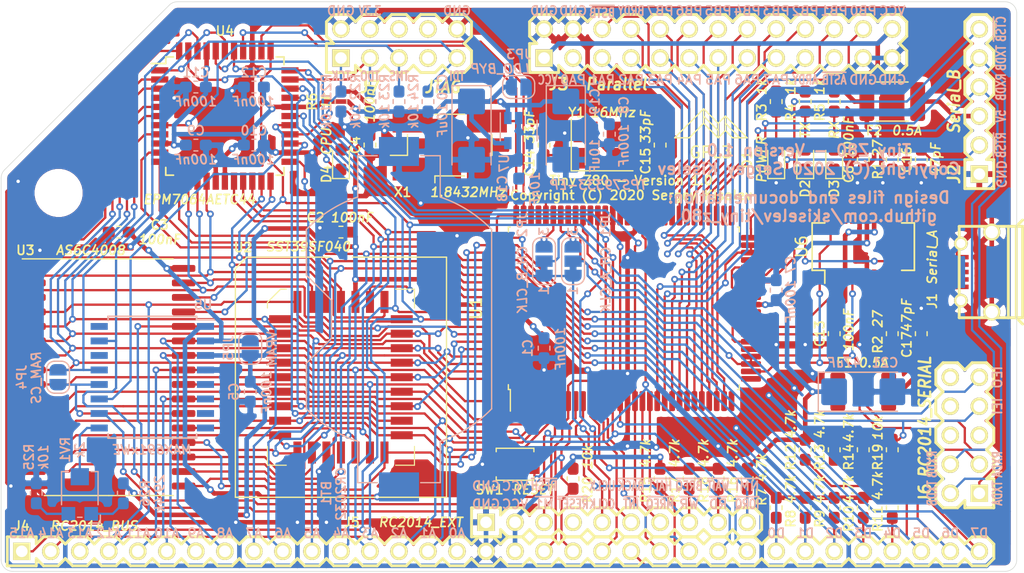
<source format=kicad_pcb>
(kicad_pcb (version 20171130) (host pcbnew "(5.1.0)-1")
  (layers (0 F.Cu signal) (31 B.Cu signal) (34 B.Paste user) (35 F.Paste user) (36 B.SilkS user) (37 F.SilkS user) (38 B.Mask user) (39 F.Mask user) (44 Edge.Cuts user))
  (net 0 "")
  (net 1 /VBAT)
  (net 2 GND)
  (net 3 VCC)
  (net 4 /VRAM)
  (net 5 /XTAL1)
  (net 6 /XTAL2)
  (net 7 "Net-(D1-Pad2)")
  (net 8 "Net-(D2-Pad2)")
  (net 9 /TX_LED)
  (net 10 /RX_LED)
  (net 11 "Net-(D3-Pad2)")
  (net 12 "Net-(J1-Pad4)")
  (net 13 /~RTSB)
  (net 14 /RXDB)
  (net 15 /TXDB)
  (net 16 /~CTSB)
  (net 17 /PA0)
  (net 18 /PA1)
  (net 19 /~BSTB~)
  (net 20 /PA2)
  (net 21 /BRDY)
  (net 22 /PA3)
  (net 23 /PB7)
  (net 24 /PA4)
  (net 25 /PB6)
  (net 26 /PA5)
  (net 27 /PB5)
  (net 28 /PA6)
  (net 29 /PB4)
  (net 30 /PA7)
  (net 31 /PB3)
  (net 32 /ARDY)
  (net 33 /PB2)
  (net 34 /~ASTB~)
  (net 35 /PB1)
  (net 36 /PB0)
  (net 37 /A15)
  (net 38 /A14)
  (net 39 /A13)
  (net 40 /A12)
  (net 41 /A11)
  (net 42 /A10)
  (net 43 /A9)
  (net 44 /A8)
  (net 45 /A7)
  (net 46 /A6)
  (net 47 /A5)
  (net 48 /A4)
  (net 49 /A3)
  (net 50 /A2)
  (net 51 /A1)
  (net 52 /A0)
  (net 53 /~M1)
  (net 54 /~RESET)
  (net 55 /CPU_CLK)
  (net 56 /~INT)
  (net 57 /~MREQ)
  (net 58 /~WR)
  (net 59 /~RD)
  (net 60 /~IORQ)
  (net 61 /D0)
  (net 62 /D1)
  (net 63 /D2)
  (net 64 /D3)
  (net 65 /D4)
  (net 66 /D5)
  (net 67 /D6)
  (net 68 /D7)
  (net 69 /~RFSH)
  (net 70 /CH_A_CLK)
  (net 71 /~BUSACK)
  (net 72 /~HALT)
  (net 73 /~BUSREQ)
  (net 74 /~WAIT)
  (net 75 /~NMI)
  (net 76 /TXDA)
  (net 77 /RXDA)
  (net 78 /USR5)
  (net 79 /USR1)
  (net 80 /USR6)
  (net 81 /IEI)
  (net 82 /USR7)
  (net 83 /IEO)
  (net 84 /CH_A_CLKI)
  (net 85 /CH_B_CLKI)
  (net 86 "Net-(R1-Pad1)")
  (net 87 /MA17)
  (net 88 /MA14)
  (net 89 /MA16)
  (net 90 /MA15)
  (net 91 /MA18)
  (net 92 "Net-(RV1-Pad2)")
  (net 93 "Net-(U1-Pad30)")
  (net 94 "Net-(U1-Pad31)")
  (net 95 "Net-(U1-Pad36)")
  (net 96 /~RTSA)
  (net 97 /~CTSA)
  (net 98 "Net-(U1-Pad40)")
  (net 99 "Net-(U1-Pad42)")
  (net 100 "Net-(U1-Pad43)")
  (net 101 "Net-(U1-Pad51)")
  (net 102 "Net-(U1-Pad52)")
  (net 103 "Net-(U1-Pad70)")
  (net 104 "Net-(U1-Pad73)")
  (net 105 "Net-(U1-Pad76)")
  (net 106 "Net-(U1-Pad77)")
  (net 107 /CTC_CLK)
  (net 108 /~ROM_CS)
  (net 109 /~RAM_CS)
  (net 110 "Net-(U6-Pad5)")
  (net 111 /~RAM_CSI)
  (net 112 "Net-(X1-Pad1)")
  (net 113 +3V3)
  (net 114 /UART_CLK)
  (net 115 /TCK)
  (net 116 /TDO)
  (net 117 /TMS)
  (net 118 /TDI)
  (net 119 /CH_B_CLK)
  (net 120 "Net-(U5-Pad5)")
  (net 121 "Net-(U5-Pad6)")
  (net 122 "Net-(U5-Pad7)")
  (net 123 "Net-(U5-Pad8)")
  (net 124 "Net-(U5-Pad14)")
  (net 125 "Net-(U5-Pad16)")
  (net 126 "Net-(U6-Pad1)")
  (net 127 "Net-(U6-Pad7)")
  (net 128 "Net-(U6-Pad8)")
  (net 129 "Net-(U6-Pad18)")
  (net 130 "Net-(U6-Pad19)")
  (net 131 "Net-(R2-Pad1)")
  (net 132 /VBUS)
  (net 133 /VFTDI)
  (net 134 /WDOG)
  (net 135 /VSER)
  (net 136 /LED_OUT)
  (net 137 "Net-(C16-Pad1)")
  (net 138 "Net-(C17-Pad1)")
  (net 139 "Net-(C18-Pad1)")
  (net 140 "Net-(D4-Pad2)")
  (net 141 "Net-(J5-Pad4)")
  (net 142 "Net-(R25-Pad1)")
  (net 143 "Net-(R26-Pad2)")
  (net 144 "Net-(J7-Pad8)")
  (net 145 "Net-(J7-Pad7)")
  (net 146 "Net-(J7-Pad6)")
  (module Package_SO:SSOP-32_11.305x20.495mm_P1.27mm (layer F.Cu) (at 134.62 111.76)
    (fp_text reference U3 (at -7.3025 -11.1125) (layer F.SilkS) (effects (font (size 0.8 0.8))))
    (fp_text value AS6C4008 (at -1.5875 -11.1125) (layer F.SilkS) (effects (font (size 0.8 0.8) (thickness 0.15) italic)))
    (pad 1 smd roundrect (at -6.55 -9.525) (size 2.05 0.6) (layers F.Cu F.Paste F.Mask) (net 91 /MA18))
    (pad 2 smd roundrect (at -6.55 -8.255) (size 2.05 0.6) (layers F.Cu F.Paste F.Mask) (net 89 /MA16))
    (pad 3 smd roundrect (at -6.55 -6.985) (size 2.05 0.6) (layers F.Cu F.Paste F.Mask) (net 88 /MA14))
    (pad 4 smd roundrect (at -6.55 -5.715) (size 2.05 0.6) (layers F.Cu F.Paste F.Mask) (net 40 /A12))
    (pad 5 smd roundrect (at -6.55 -4.445) (size 2.05 0.6) (layers F.Cu F.Paste F.Mask) (net 45 /A7))
    (pad 6 smd roundrect (at -6.55 -3.175) (size 2.05 0.6) (layers F.Cu F.Paste F.Mask) (net 46 /A6))
    (pad 7 smd roundrect (at -6.55 -1.905) (size 2.05 0.6) (layers F.Cu F.Paste F.Mask) (net 47 /A5))
    (pad 8 smd roundrect (at -6.55 -0.635) (size 2.05 0.6) (layers F.Cu F.Paste F.Mask) (net 48 /A4))
    (pad 9 smd roundrect (at -6.55 0.635) (size 2.05 0.6) (layers F.Cu F.Paste F.Mask) (net 49 /A3))
    (pad 10 smd roundrect (at -6.55 1.905) (size 2.05 0.6) (layers F.Cu F.Paste F.Mask) (net 50 /A2))
    (pad 11 smd roundrect (at -6.55 3.175) (size 2.05 0.6) (layers F.Cu F.Paste F.Mask) (net 51 /A1))
    (pad 12 smd roundrect (at -6.55 4.445) (size 2.05 0.6) (layers F.Cu F.Paste F.Mask) (net 52 /A0))
    (pad 13 smd roundrect (at -6.55 5.715) (size 2.05 0.6) (layers F.Cu F.Paste F.Mask) (net 61 /D0))
    (pad 14 smd roundrect (at -6.55 6.985) (size 2.05 0.6) (layers F.Cu F.Paste F.Mask) (net 62 /D1))
    (pad 15 smd roundrect (at -6.55 8.255) (size 2.05 0.6) (layers F.Cu F.Paste F.Mask) (net 63 /D2))
    (pad 16 smd roundrect (at -6.55 9.525) (size 2.05 0.6) (layers F.Cu F.Paste F.Mask) (net 2 GND))
    (pad 17 smd roundrect (at 6.55 9.525) (size 2.05 0.6) (layers F.Cu F.Paste F.Mask) (net 64 /D3))
    (pad 18 smd roundrect (at 6.55 8.255) (size 2.05 0.6) (layers F.Cu F.Paste F.Mask) (net 65 /D4))
    (pad 19 smd roundrect (at 6.55 6.985) (size 2.05 0.6) (layers F.Cu F.Paste F.Mask) (net 66 /D5))
    (pad 20 smd roundrect (at 6.55 5.715) (size 2.05 0.6) (layers F.Cu F.Paste F.Mask) (net 67 /D6))
    (pad 21 smd roundrect (at 6.55 4.445) (size 2.05 0.6) (layers F.Cu F.Paste F.Mask) (net 68 /D7))
    (pad 22 smd roundrect (at 6.55 3.175) (size 2.05 0.6) (layers F.Cu F.Paste F.Mask) (net 109 /~RAM_CS))
    (pad 23 smd roundrect (at 6.55 1.905) (size 2.05 0.6) (layers F.Cu F.Paste F.Mask) (net 42 /A10))
    (pad 24 smd roundrect (at 6.55 0.635) (size 2.05 0.6) (layers F.Cu F.Paste F.Mask) (net 59 /~RD))
    (pad 25 smd roundrect (at 6.55 -0.635) (size 2.05 0.6) (layers F.Cu F.Paste F.Mask) (net 41 /A11))
    (pad 26 smd roundrect (at 6.55 -1.905) (size 2.05 0.6) (layers F.Cu F.Paste F.Mask) (net 43 /A9))
    (pad 27 smd roundrect (at 6.55 -3.175) (size 2.05 0.6) (layers F.Cu F.Paste F.Mask) (net 44 /A8))
    (pad 28 smd roundrect (at 6.55 -4.445) (size 2.05 0.6) (layers F.Cu F.Paste F.Mask) (net 39 /A13))
    (pad 29 smd roundrect (at 6.55 -5.715) (size 2.05 0.6) (layers F.Cu F.Paste F.Mask) (net 58 /~WR))
    (pad 30 smd roundrect (at 6.55 -6.985) (size 2.05 0.6) (layers F.Cu F.Paste F.Mask) (net 87 /MA17))
    (pad 31 smd roundrect (at 6.55 -8.255) (size 2.05 0.6) (layers F.Cu F.Paste F.Mask) (net 90 /MA15))
    (pad 32 smd roundrect (at 6.55 -9.525) (size 2.05 0.6) (layers F.Cu F.Paste F.Mask) (net 4 /VRAM))
  )
  (module My_Components:PLCC-32_SMD-Socket (layer F.Cu) (at 154.94 111.76)
    (fp_text reference U2 (at -8.5725 -11.36) (layer F.SilkS) (effects (font (size 0.8 0.8))))
    (fp_text value SST39SF040 (at -2.8575 -11.43) (layer F.SilkS) (effects (font (size 0.8 0.8) (thickness 0.15) italic)))
    (pad 21 smd rect (at 5.3225 5.08) (size 1.925 0.7) (layers F.Cu F.Paste F.Mask) (net 68 /D7))
    (pad 22 smd rect (at 5.3225 3.81) (size 1.925 0.7) (layers F.Cu F.Paste F.Mask) (net 108 /~ROM_CS))
    (pad 13 smd rect (at -5.3225 5.08) (size 1.925 0.7) (layers F.Cu F.Paste F.Mask) (net 61 /D0))
    (pad 12 smd rect (at -5.3225 3.81) (size 1.925 0.7) (layers F.Cu F.Paste F.Mask) (net 52 /A0))
    (pad 29 smd rect (at 5.3225 -5.08) (size 1.925 0.7) (layers F.Cu F.Paste F.Mask) (net 88 /MA14))
    (pad 28 smd rect (at 5.3225 -3.81) (size 1.925 0.7) (layers F.Cu F.Paste F.Mask) (net 39 /A13))
    (pad 27 smd rect (at 5.3225 -2.54) (size 1.925 0.7) (layers F.Cu F.Paste F.Mask) (net 44 /A8))
    (pad 26 smd rect (at 5.3225 -1.27) (size 1.925 0.7) (layers F.Cu F.Paste F.Mask) (net 43 /A9))
    (pad 25 smd rect (at 5.3225 0) (size 1.925 0.7) (layers F.Cu F.Paste F.Mask) (net 41 /A11))
    (pad 24 smd rect (at 5.3225 1.27) (size 1.925 0.7) (layers F.Cu F.Paste F.Mask) (net 59 /~RD))
    (pad 23 smd rect (at 5.3225 2.54) (size 1.925 0.7) (layers F.Cu F.Paste F.Mask) (net 42 /A10))
    (pad 20 smd rect (at 3.81 6.5925) (size 0.7 1.925) (layers F.Cu F.Paste F.Mask) (net 67 /D6))
    (pad 19 smd rect (at 2.54 6.5925) (size 0.7 1.925) (layers F.Cu F.Paste F.Mask) (net 66 /D5))
    (pad 18 smd rect (at 1.27 6.5925) (size 0.7 1.925) (layers F.Cu F.Paste F.Mask) (net 65 /D4))
    (pad 17 smd rect (at 0 6.5925) (size 0.7 1.925) (layers F.Cu F.Paste F.Mask) (net 64 /D3))
    (pad 16 smd rect (at -1.27 6.5925) (size 0.7 1.925) (layers F.Cu F.Paste F.Mask) (net 2 GND))
    (pad 15 smd rect (at -2.54 6.5925) (size 0.7 1.925) (layers F.Cu F.Paste F.Mask) (net 63 /D2))
    (pad 14 smd rect (at -3.81 6.5925) (size 0.7 1.925) (layers F.Cu F.Paste F.Mask) (net 62 /D1))
    (pad 11 smd rect (at -5.3225 2.54) (size 1.925 0.7) (layers F.Cu F.Paste F.Mask) (net 51 /A1))
    (pad 10 smd rect (at -5.3225 1.27) (size 1.925 0.7) (layers F.Cu F.Paste F.Mask) (net 50 /A2))
    (pad 9 smd rect (at -5.3225 0) (size 1.925 0.7) (layers F.Cu F.Paste F.Mask) (net 49 /A3))
    (pad 8 smd rect (at -5.3225 -1.27) (size 1.925 0.7) (layers F.Cu F.Paste F.Mask) (net 48 /A4))
    (pad 7 smd rect (at -5.3225 -2.54) (size 1.925 0.7) (layers F.Cu F.Paste F.Mask) (net 47 /A5))
    (pad 6 smd rect (at -5.3225 -3.81) (size 1.925 0.7) (layers F.Cu F.Paste F.Mask) (net 46 /A6))
    (pad 5 smd rect (at -5.3225 -5.08) (size 1.925 0.7) (layers F.Cu F.Paste F.Mask) (net 45 /A7))
    (pad 30 smd rect (at 3.81 -6.5925) (size 0.7 1.925) (layers F.Cu F.Paste F.Mask) (net 87 /MA17))
    (pad 31 smd rect (at 2.54 -6.5925) (size 0.7 1.925) (layers F.Cu F.Paste F.Mask) (net 58 /~WR))
    (pad 32 smd rect (at 1.27 -6.5925) (size 0.7 1.925) (layers F.Cu F.Paste F.Mask) (net 3 VCC))
    (pad 4 smd rect (at -3.81 -6.5925) (size 0.7 1.925) (layers F.Cu F.Paste F.Mask) (net 40 /A12))
    (pad 3 smd rect (at -2.54 -6.5925) (size 0.7 1.925) (layers F.Cu F.Paste F.Mask) (net 90 /MA15))
    (pad 2 smd rect (at -1.27 -6.5925) (size 0.7 1.925) (layers F.Cu F.Paste F.Mask) (net 89 /MA16))
    (pad 1 smd rect (at 0 -6.5925) (size 0.7 1.925) (layers F.Cu F.Paste F.Mask) (net 91 /MA18))
  )
  (module Package_QFP:PQFP-100_14x20mm_P0.65mm (layer F.Cu) (at 179.705 105.7275 90)
    (fp_text reference U1 (at 0 -12.95 90) (layer F.SilkS))
    (fp_text value Z84C15-QFP)
    (pad 1 smd roundrect (at -8.125 -9.425 90) (size 1.75 0.5) (layers F.Cu F.Paste F.Mask) (net 47 /A5))
    (pad 2 smd roundrect (at -8.125 -8.775 90) (size 1.75 0.5) (layers F.Cu F.Paste F.Mask) (net 48 /A4))
    (pad 3 smd roundrect (at -8.125 -8.125 90) (size 1.75 0.5) (layers F.Cu F.Paste F.Mask) (net 49 /A3))
    (pad 4 smd roundrect (at -8.125 -7.475 90) (size 1.75 0.5) (layers F.Cu F.Paste F.Mask) (net 50 /A2))
    (pad 5 smd roundrect (at -8.125 -6.825 90) (size 1.75 0.5) (layers F.Cu F.Paste F.Mask) (net 51 /A1))
    (pad 6 smd roundrect (at -8.125 -6.175 90) (size 1.75 0.5) (layers F.Cu F.Paste F.Mask) (net 52 /A0))
    (pad 7 smd roundrect (at -8.125 -5.525 90) (size 1.75 0.5) (layers F.Cu F.Paste F.Mask) (net 69 /~RFSH))
    (pad 8 smd roundrect (at -8.125 -4.875 90) (size 1.75 0.5) (layers F.Cu F.Paste F.Mask) (net 53 /~M1))
    (pad 9 smd roundrect (at -8.125 -4.225 90) (size 1.75 0.5) (layers F.Cu F.Paste F.Mask) (net 54 /~RESET))
    (pad 10 smd roundrect (at -8.125 -3.575 90) (size 1.75 0.5) (layers F.Cu F.Paste F.Mask) (net 73 /~BUSREQ))
    (pad 11 smd roundrect (at -8.125 -2.925 90) (size 1.75 0.5) (layers F.Cu F.Paste F.Mask) (net 74 /~WAIT))
    (pad 12 smd roundrect (at -8.125 -2.275 90) (size 1.75 0.5) (layers F.Cu F.Paste F.Mask) (net 71 /~BUSACK))
    (pad 13 smd roundrect (at -8.125 -1.625 90) (size 1.75 0.5) (layers F.Cu F.Paste F.Mask) (net 58 /~WR))
    (pad 14 smd roundrect (at -8.125 -0.975 90) (size 1.75 0.5) (layers F.Cu F.Paste F.Mask) (net 59 /~RD))
    (pad 15 smd roundrect (at -8.125 -0.325 90) (size 1.75 0.5) (layers F.Cu F.Paste F.Mask) (net 60 /~IORQ))
    (pad 16 smd roundrect (at -8.125 0.325 90) (size 1.75 0.5) (layers F.Cu F.Paste F.Mask) (net 2 GND))
    (pad 17 smd roundrect (at -8.125 0.975 90) (size 1.75 0.5) (layers F.Cu F.Paste F.Mask) (net 57 /~MREQ))
    (pad 18 smd roundrect (at -8.125 1.625 90) (size 1.75 0.5) (layers F.Cu F.Paste F.Mask) (net 72 /~HALT))
    (pad 19 smd roundrect (at -8.125 2.275 90) (size 1.75 0.5) (layers F.Cu F.Paste F.Mask) (net 56 /~INT))
    (pad 20 smd roundrect (at -8.125 2.925 90) (size 1.75 0.5) (layers F.Cu F.Paste F.Mask) (net 32 /ARDY))
    (pad 21 smd roundrect (at -8.125 3.575 90) (size 1.75 0.5) (layers F.Cu F.Paste F.Mask) (net 34 /~ASTB~))
    (pad 22 smd roundrect (at -8.125 4.225 90) (size 1.75 0.5) (layers F.Cu F.Paste F.Mask) (net 30 /PA7))
    (pad 23 smd roundrect (at -8.125 4.875 90) (size 1.75 0.5) (layers F.Cu F.Paste F.Mask) (net 28 /PA6))
    (pad 24 smd roundrect (at -8.125 5.525 90) (size 1.75 0.5) (layers F.Cu F.Paste F.Mask) (net 26 /PA5))
    (pad 25 smd roundrect (at -8.125 6.175 90) (size 1.75 0.5) (layers F.Cu F.Paste F.Mask) (net 24 /PA4))
    (pad 26 smd roundrect (at -8.125 6.825 90) (size 1.75 0.5) (layers F.Cu F.Paste F.Mask) (net 22 /PA3))
    (pad 27 smd roundrect (at -8.125 7.475 90) (size 1.75 0.5) (layers F.Cu F.Paste F.Mask) (net 20 /PA2))
    (pad 28 smd roundrect (at -8.125 8.125 90) (size 1.75 0.5) (layers F.Cu F.Paste F.Mask) (net 18 /PA1))
    (pad 29 smd roundrect (at -8.125 8.775 90) (size 1.75 0.5) (layers F.Cu F.Paste F.Mask) (net 17 /PA0))
    (pad 30 smd roundrect (at -8.125 9.425 90) (size 1.75 0.5) (layers F.Cu F.Paste F.Mask) (net 93 "Net-(U1-Pad30)"))
    (pad 31 smd roundrect (at -6.175 11.125 90) (size 0.5 1.75) (layers F.Cu F.Paste F.Mask) (net 94 "Net-(U1-Pad31)"))
    (pad 32 smd roundrect (at -5.525 11.125 90) (size 0.5 1.75) (layers F.Cu F.Paste F.Mask) (net 77 /RXDA))
    (pad 33 smd roundrect (at -4.875 11.125 90) (size 0.5 1.75) (layers F.Cu F.Paste F.Mask) (net 70 /CH_A_CLK))
    (pad 34 smd roundrect (at -4.225 11.125 90) (size 0.5 1.75) (layers F.Cu F.Paste F.Mask) (net 70 /CH_A_CLK))
    (pad 35 smd roundrect (at -3.575 11.125 90) (size 0.5 1.75) (layers F.Cu F.Paste F.Mask) (net 76 /TXDA))
    (pad 36 smd roundrect (at -2.925 11.125 90) (size 0.5 1.75) (layers F.Cu F.Paste F.Mask) (net 95 "Net-(U1-Pad36)"))
    (pad 37 smd roundrect (at -2.275 11.125 90) (size 0.5 1.75) (layers F.Cu F.Paste F.Mask) (net 96 /~RTSA))
    (pad 38 smd roundrect (at -1.625 11.125 90) (size 0.5 1.75) (layers F.Cu F.Paste F.Mask) (net 97 /~CTSA))
    (pad 39 smd roundrect (at -0.975 11.125 90) (size 0.5 1.75) (layers F.Cu F.Paste F.Mask) (net 95 "Net-(U1-Pad36)"))
    (pad 40 smd roundrect (at -0.325 11.125 90) (size 0.5 1.75) (layers F.Cu F.Paste F.Mask) (net 98 "Net-(U1-Pad40)"))
    (pad 41 smd roundrect (at 0.325 11.125 90) (size 0.5 1.75) (layers F.Cu F.Paste F.Mask) (net 3 VCC))
    (pad 42 smd roundrect (at 0.975 11.125 90) (size 0.5 1.75) (layers F.Cu F.Paste F.Mask) (net 99 "Net-(U1-Pad42)"))
    (pad 43 smd roundrect (at 1.625 11.125 90) (size 0.5 1.75) (layers F.Cu F.Paste F.Mask) (net 100 "Net-(U1-Pad43)"))
    (pad 44 smd roundrect (at 2.275 11.125 90) (size 0.5 1.75) (layers F.Cu F.Paste F.Mask) (net 16 /~CTSB))
    (pad 45 smd roundrect (at 2.925 11.125 90) (size 0.5 1.75) (layers F.Cu F.Paste F.Mask) (net 13 /~RTSB))
    (pad 46 smd roundrect (at 3.575 11.125 90) (size 0.5 1.75) (layers F.Cu F.Paste F.Mask) (net 100 "Net-(U1-Pad43)"))
    (pad 47 smd roundrect (at 4.225 11.125 90) (size 0.5 1.75) (layers F.Cu F.Paste F.Mask) (net 15 /TXDB))
    (pad 48 smd roundrect (at 4.875 11.125 90) (size 0.5 1.75) (layers F.Cu F.Paste F.Mask) (net 119 /CH_B_CLK))
    (pad 49 smd roundrect (at 5.525 11.125 90) (size 0.5 1.75) (layers F.Cu F.Paste F.Mask) (net 119 /CH_B_CLK))
    (pad 50 smd roundrect (at 6.175 11.125 90) (size 0.5 1.75) (layers F.Cu F.Paste F.Mask) (net 14 /RXDB))
    (pad 51 smd roundrect (at 8.125 9.425 90) (size 1.75 0.5) (layers F.Cu F.Paste F.Mask) (net 101 "Net-(U1-Pad51)"))
    (pad 52 smd roundrect (at 8.125 8.775 90) (size 1.75 0.5) (layers F.Cu F.Paste F.Mask) (net 102 "Net-(U1-Pad52)"))
    (pad 53 smd roundrect (at 8.125 8.125 90) (size 1.75 0.5) (layers F.Cu F.Paste F.Mask) (net 36 /PB0))
    (pad 54 smd roundrect (at 8.125 7.475 90) (size 1.75 0.5) (layers F.Cu F.Paste F.Mask) (net 35 /PB1))
    (pad 55 smd roundrect (at 8.125 6.825 90) (size 1.75 0.5) (layers F.Cu F.Paste F.Mask) (net 33 /PB2))
    (pad 56 smd roundrect (at 8.125 6.175 90) (size 1.75 0.5) (layers F.Cu F.Paste F.Mask) (net 31 /PB3))
    (pad 57 smd roundrect (at 8.125 5.525 90) (size 1.75 0.5) (layers F.Cu F.Paste F.Mask) (net 29 /PB4))
    (pad 58 smd roundrect (at 8.125 4.875 90) (size 1.75 0.5) (layers F.Cu F.Paste F.Mask) (net 27 /PB5))
    (pad 59 smd roundrect (at 8.125 4.225 90) (size 1.75 0.5) (layers F.Cu F.Paste F.Mask) (net 25 /PB6))
    (pad 60 smd roundrect (at 8.125 3.575 90) (size 1.75 0.5) (layers F.Cu F.Paste F.Mask) (net 23 /PB7))
    (pad 61 smd roundrect (at 8.125 2.925 90) (size 1.75 0.5) (layers F.Cu F.Paste F.Mask) (net 19 /~BSTB~))
    (pad 62 smd roundrect (at 8.125 2.275 90) (size 1.75 0.5) (layers F.Cu F.Paste F.Mask) (net 21 /BRDY))
    (pad 63 smd roundrect (at 8.125 1.625 90) (size 1.75 0.5) (layers F.Cu F.Paste F.Mask) (net 75 /~NMI))
    (pad 64 smd roundrect (at 8.125 0.975 90) (size 1.75 0.5) (layers F.Cu F.Paste F.Mask) (net 2 GND))
    (pad 65 smd roundrect (at 8.125 0.325 90) (size 1.75 0.5) (layers F.Cu F.Paste F.Mask) (net 5 /XTAL1))
    (pad 66 smd roundrect (at 8.125 -0.325 90) (size 1.75 0.5) (layers F.Cu F.Paste F.Mask) (net 6 /XTAL2))
    (pad 67 smd roundrect (at 8.125 -0.975 90) (size 1.75 0.5) (layers F.Cu F.Paste F.Mask) (net 2 GND))
    (pad 68 smd roundrect (at 8.125 -1.625 90) (size 1.75 0.5) (layers F.Cu F.Paste F.Mask) (net 55 /CPU_CLK))
    (pad 69 smd roundrect (at 8.125 -2.275 90) (size 1.75 0.5) (layers F.Cu F.Paste F.Mask) (net 55 /CPU_CLK))
    (pad 70 smd roundrect (at 8.125 -2.925 90) (size 1.75 0.5) (layers F.Cu F.Paste F.Mask) (net 103 "Net-(U1-Pad70)"))
    (pad 71 smd roundrect (at 8.125 -3.575 90) (size 1.75 0.5) (layers F.Cu F.Paste F.Mask) (net 83 /IEO))
    (pad 72 smd roundrect (at 8.125 -4.225 90) (size 1.75 0.5) (layers F.Cu F.Paste F.Mask) (net 81 /IEI))
    (pad 73 smd roundrect (at 8.125 -4.875 90) (size 1.75 0.5) (layers F.Cu F.Paste F.Mask) (net 104 "Net-(U1-Pad73)"))
    (pad 74 smd roundrect (at 8.125 -5.525 90) (size 1.75 0.5) (layers F.Cu F.Paste F.Mask) (net 84 /CH_A_CLKI))
    (pad 75 smd roundrect (at 8.125 -6.175 90) (size 1.75 0.5) (layers F.Cu F.Paste F.Mask) (net 85 /CH_B_CLKI))
    (pad 76 smd roundrect (at 8.125 -6.825 90) (size 1.75 0.5) (layers F.Cu F.Paste F.Mask) (net 105 "Net-(U1-Pad76)"))
    (pad 77 smd roundrect (at 8.125 -7.475 90) (size 1.75 0.5) (layers F.Cu F.Paste F.Mask) (net 106 "Net-(U1-Pad77)"))
    (pad 78 smd roundrect (at 8.125 -8.125 90) (size 1.75 0.5) (layers F.Cu F.Paste F.Mask) (net 105 "Net-(U1-Pad76)"))
    (pad 79 smd roundrect (at 8.125 -8.775 90) (size 1.75 0.5) (layers F.Cu F.Paste F.Mask) (net 107 /CTC_CLK))
    (pad 80 smd roundrect (at 8.125 -9.425 90) (size 1.75 0.5) (layers F.Cu F.Paste F.Mask) (net 114 /UART_CLK))
    (pad 81 smd roundrect (at 6.175 -11.125 90) (size 0.5 1.75) (layers F.Cu F.Paste F.Mask) (net 114 /UART_CLK))
    (pad 82 smd roundrect (at 5.525 -11.125 90) (size 0.5 1.75) (layers F.Cu F.Paste F.Mask) (net 68 /D7))
    (pad 83 smd roundrect (at 4.875 -11.125 90) (size 0.5 1.75) (layers F.Cu F.Paste F.Mask) (net 67 /D6))
    (pad 84 smd roundrect (at 4.225 -11.125 90) (size 0.5 1.75) (layers F.Cu F.Paste F.Mask) (net 66 /D5))
    (pad 85 smd roundrect (at 3.575 -11.125 90) (size 0.5 1.75) (layers F.Cu F.Paste F.Mask) (net 65 /D4))
    (pad 86 smd roundrect (at 2.925 -11.125 90) (size 0.5 1.75) (layers F.Cu F.Paste F.Mask) (net 64 /D3))
    (pad 87 smd roundrect (at 2.275 -11.125 90) (size 0.5 1.75) (layers F.Cu F.Paste F.Mask) (net 63 /D2))
    (pad 88 smd roundrect (at 1.625 -11.125 90) (size 0.5 1.75) (layers F.Cu F.Paste F.Mask) (net 62 /D1))
    (pad 89 smd roundrect (at 0.975 -11.125 90) (size 0.5 1.75) (layers F.Cu F.Paste F.Mask) (net 61 /D0))
    (pad 90 smd roundrect (at 0.325 -11.125 90) (size 0.5 1.75) (layers F.Cu F.Paste F.Mask) (net 3 VCC))
    (pad 91 smd roundrect (at -0.325 -11.125 90) (size 0.5 1.75) (layers F.Cu F.Paste F.Mask) (net 37 /A15))
    (pad 92 smd roundrect (at -0.975 -11.125 90) (size 0.5 1.75) (layers F.Cu F.Paste F.Mask) (net 38 /A14))
    (pad 93 smd roundrect (at -1.625 -11.125 90) (size 0.5 1.75) (layers F.Cu F.Paste F.Mask) (net 39 /A13))
    (pad 94 smd roundrect (at -2.275 -11.125 90) (size 0.5 1.75) (layers F.Cu F.Paste F.Mask) (net 40 /A12))
    (pad 95 smd roundrect (at -2.925 -11.125 90) (size 0.5 1.75) (layers F.Cu F.Paste F.Mask) (net 41 /A11))
    (pad 96 smd roundrect (at -3.575 -11.125 90) (size 0.5 1.75) (layers F.Cu F.Paste F.Mask) (net 42 /A10))
    (pad 97 smd roundrect (at -4.225 -11.125 90) (size 0.5 1.75) (layers F.Cu F.Paste F.Mask) (net 43 /A9))
    (pad 98 smd roundrect (at -4.875 -11.125 90) (size 0.5 1.75) (layers F.Cu F.Paste F.Mask) (net 44 /A8))
    (pad 99 smd roundrect (at -5.525 -11.125 90) (size 0.5 1.75) (layers F.Cu F.Paste F.Mask) (net 45 /A7))
    (pad 100 smd roundrect (at -6.175 -11.125 90) (size 0.5 1.75) (layers F.Cu F.Paste F.Mask) (net 46 /A6))
  )
  (module Battery:BatteryHolder_Keystone_1058_1x2032 (layer B.Cu) (at 160.02 106.68 90)
    (fp_text reference BT1 (at -15.24 -6.35 90) (layer B.SilkS) (effects (font (size 0.8 0.8)) (justify mirror)))
    (fp_text value CR2032 (at -15.24 -5.08 90) (layer B.SilkS) (effects (font (size 0.8 0.8) (thickness 0.15) italic) (justify mirror)))
    (pad 1 smd rect (at -14.68 0 90) (size 2.54 3.51) (layers B.Cu B.Paste B.Mask) (net 1 /VBAT))
    (pad 2 smd rect (at 14.68 0 90) (size 2.54 3.51) (layers B.Cu B.Paste B.Mask) (net 2 GND))
  )
  (module Package_QFP:TQFP-44_10x10mm_P0.8mm (layer F.Cu) (at 144.78 88.9)
    (fp_text reference U4 (at 0 -7.45) (layer F.SilkS) (effects (font (size 0.8 0.8))))
    (fp_text value EPM7064AETC44 (at -2.2225 7.3025) (layer F.SilkS) (effects (font (size 0.8 0.8) (thickness 0.15) italic)))
    (pad 1 smd rect (at -5.7 -4) (size 1.5 0.55) (layers F.Cu F.Paste F.Mask) (net 118 /TDI))
    (pad 2 smd rect (at -5.7 -3.2) (size 1.5 0.55) (layers F.Cu F.Paste F.Mask) (net 49 /A3))
    (pad 3 smd rect (at -5.7 -2.4) (size 1.5 0.55) (layers F.Cu F.Paste F.Mask) (net 48 /A4))
    (pad 4 smd rect (at -5.7 -1.6) (size 1.5 0.55) (layers F.Cu F.Paste F.Mask) (net 2 GND))
    (pad 5 smd rect (at -5.7 -0.8) (size 1.5 0.55) (layers F.Cu F.Paste F.Mask) (net 47 /A5))
    (pad 6 smd rect (at -5.7 0) (size 1.5 0.55) (layers F.Cu F.Paste F.Mask) (net 46 /A6))
    (pad 7 smd rect (at -5.7 0.8) (size 1.5 0.55) (layers F.Cu F.Paste F.Mask) (net 117 /TMS))
    (pad 8 smd rect (at -5.7 1.6) (size 1.5 0.55) (layers F.Cu F.Paste F.Mask) (net 45 /A7))
    (pad 9 smd rect (at -5.7 2.4) (size 1.5 0.55) (layers F.Cu F.Paste F.Mask) (net 113 +3V3))
    (pad 10 smd rect (at -5.7 3.2) (size 1.5 0.55) (layers F.Cu F.Paste F.Mask) (net 61 /D0))
    (pad 11 smd rect (at -5.7 4) (size 1.5 0.55) (layers F.Cu F.Paste F.Mask) (net 62 /D1))
    (pad 12 smd rect (at -4 5.7 90) (size 1.5 0.55) (layers F.Cu F.Paste F.Mask) (net 63 /D2))
    (pad 13 smd rect (at -3.2 5.7 90) (size 1.5 0.55) (layers F.Cu F.Paste F.Mask) (net 88 /MA14))
    (pad 14 smd rect (at -2.4 5.7 90) (size 1.5 0.55) (layers F.Cu F.Paste F.Mask) (net 90 /MA15))
    (pad 15 smd rect (at -1.6 5.7 90) (size 1.5 0.55) (layers F.Cu F.Paste F.Mask) (net 89 /MA16))
    (pad 16 smd rect (at -0.8 5.7 90) (size 1.5 0.55) (layers F.Cu F.Paste F.Mask) (net 2 GND))
    (pad 17 smd rect (at 0 5.7 90) (size 1.5 0.55) (layers F.Cu F.Paste F.Mask) (net 113 +3V3))
    (pad 18 smd rect (at 0.8 5.7 90) (size 1.5 0.55) (layers F.Cu F.Paste F.Mask) (net 64 /D3))
    (pad 19 smd rect (at 1.6 5.7 90) (size 1.5 0.55) (layers F.Cu F.Paste F.Mask) (net 65 /D4))
    (pad 20 smd rect (at 2.4 5.7 90) (size 1.5 0.55) (layers F.Cu F.Paste F.Mask) (net 66 /D5))
    (pad 21 smd rect (at 3.2 5.7 90) (size 1.5 0.55) (layers F.Cu F.Paste F.Mask) (net 87 /MA17))
    (pad 22 smd rect (at 4 5.7 90) (size 1.5 0.55) (layers F.Cu F.Paste F.Mask) (net 91 /MA18))
    (pad 23 smd rect (at 5.7 4) (size 1.5 0.55) (layers F.Cu F.Paste F.Mask) (net 52 /A0))
    (pad 24 smd rect (at 5.7 3.2) (size 1.5 0.55) (layers F.Cu F.Paste F.Mask) (net 2 GND))
    (pad 25 smd rect (at 5.7 2.4) (size 1.5 0.55) (layers F.Cu F.Paste F.Mask) (net 51 /A1))
    (pad 26 smd rect (at 5.7 1.6) (size 1.5 0.55) (layers F.Cu F.Paste F.Mask) (net 115 /TCK))
    (pad 27 smd rect (at 5.7 0.8) (size 1.5 0.55) (layers F.Cu F.Paste F.Mask) (net 134 /WDOG))
    (pad 28 smd rect (at 5.7 0) (size 1.5 0.55) (layers F.Cu F.Paste F.Mask) (net 37 /A15))
    (pad 29 smd rect (at 5.7 -0.8) (size 1.5 0.55) (layers F.Cu F.Paste F.Mask) (net 113 +3V3))
    (pad 30 smd rect (at 5.7 -1.6) (size 1.5 0.55) (layers F.Cu F.Paste F.Mask) (net 136 /LED_OUT))
    (pad 31 smd rect (at 5.7 -2.4) (size 1.5 0.55) (layers F.Cu F.Paste F.Mask) (net 38 /A14))
    (pad 32 smd rect (at 5.7 -3.2) (size 1.5 0.55) (layers F.Cu F.Paste F.Mask) (net 116 /TDO))
    (pad 33 smd rect (at 5.7 -4) (size 1.5 0.55) (layers F.Cu F.Paste F.Mask) (net 60 /~IORQ))
    (pad 34 smd rect (at 4 -5.7 90) (size 1.5 0.55) (layers F.Cu F.Paste F.Mask) (net 58 /~WR))
    (pad 35 smd rect (at 3.2 -5.7 90) (size 1.5 0.55) (layers F.Cu F.Paste F.Mask) (net 107 /CTC_CLK))
    (pad 36 smd rect (at 2.4 -5.7 90) (size 1.5 0.55) (layers F.Cu F.Paste F.Mask) (net 2 GND))
    (pad 37 smd rect (at 1.6 -5.7 90) (size 1.5 0.55) (layers F.Cu F.Paste F.Mask) (net 114 /UART_CLK))
    (pad 38 smd rect (at 0.8 -5.7 90) (size 1.5 0.55) (layers F.Cu F.Paste F.Mask) (net 53 /~M1))
    (pad 39 smd rect (at 0 -5.7 90) (size 1.5 0.55) (layers F.Cu F.Paste F.Mask) (net 54 /~RESET))
    (pad 40 smd rect (at -0.8 -5.7 90) (size 1.5 0.55) (layers F.Cu F.Paste F.Mask) (net 57 /~MREQ))
    (pad 41 smd rect (at -1.6 -5.7 90) (size 1.5 0.55) (layers F.Cu F.Paste F.Mask) (net 113 +3V3))
    (pad 42 smd rect (at -2.4 -5.7 90) (size 1.5 0.55) (layers F.Cu F.Paste F.Mask) (net 111 /~RAM_CSI))
    (pad 43 smd rect (at -3.2 -5.7 90) (size 1.5 0.55) (layers F.Cu F.Paste F.Mask) (net 108 /~ROM_CS))
    (pad 44 smd rect (at -4 -5.7 90) (size 1.5 0.55) (layers F.Cu F.Paste F.Mask) (net 50 /A2))
  )
  (module Capacitor_Tantalum_SMD:CP_EIA-6032-28_Kemet-C_Pad2.25x2.35mm_HandSolder (layer B.Cu) (at 200.66 113.03)
    (fp_text reference C21 (at 1.905 -2.54) (layer B.SilkS) (effects (font (size 0.8 0.8)) (justify mirror)))
    (fp_text value 47uF (at -1.5875 -2.54) (layer B.SilkS) (effects (font (size 0.8 0.8) (thickness 0.15) italic) (justify mirror)))
    (pad 1 smd roundrect (at -2.55 0) (size 2.25 2.35) (layers B.Cu B.Paste B.Mask) (roundrect_rratio 0.111111) (net 3 VCC))
    (pad 2 smd roundrect (at 2.55 0) (size 2.25 2.35) (layers B.Cu B.Paste B.Mask) (roundrect_rratio 0.111111) (net 2 GND))
  )
  (module My_Components:Conn_Micro_USB_B (layer F.Cu) (at 213.36 102.5525 90)
    (fp_text reference J1 (at -2.54 -6.6675 90) (layer F.SilkS) (effects (font (size 0.8 0.8))))
    (fp_text value Serial_A (at 1.27 -6.6675 90) (layer F.SilkS) (effects (font (size 0.8 0.8) (thickness 0.15) italic)))
    (pad 5 smd rect (at 1.3 -4.4 90) (size 0.395 1.85) (layers F.Cu F.Paste F.Mask) (net 2 GND))
    (pad 4 smd rect (at 0.65 -4.4 90) (size 0.395 1.85) (layers F.Cu F.Paste F.Mask) (net 12 "Net-(J1-Pad4)"))
    (pad 1 smd rect (at -1.3 -4.4 90) (size 0.395 1.85) (layers F.Cu F.Paste F.Mask) (net 132 /VBUS))
    (pad 2 smd rect (at -0.65 -4.4 90) (size 0.395 1.85) (layers F.Cu F.Paste F.Mask) (net 138 "Net-(C17-Pad1)"))
    (pad 3 smd rect (at 0 -4.4 90) (size 0.395 1.85) (layers F.Cu F.Paste F.Mask) (net 137 "Net-(C16-Pad1)"))
    (pad 6 thru_hole circle (at 2.5 -4.15 90) (size 1.2 1.2) (drill 0.8) (layers *.Cu *.Mask F.SilkS) (net 2 GND))
    (pad 6 thru_hole circle (at -2.5 -4.15 90) (size 1.2 1.2) (drill 0.8) (layers *.Cu *.Mask F.SilkS) (net 2 GND))
    (pad 6 thru_hole circle (at 3.5 -1.45 90) (size 1.5 1.5) (drill 1.1) (layers *.Cu *.Mask F.SilkS) (net 2 GND))
    (pad 6 thru_hole circle (at -3.5 -1.45 90) (size 1.5 1.5) (drill 1.1) (layers *.Cu *.Mask F.SilkS) (net 2 GND))
  )
  (module My_Components:Conn_Pin_Header_5x2_2.54mm (layer F.Cu) (at 209.55 116.84 90)
    (fp_text reference J6 (at -5.08 -3.4925 90) (layer F.SilkS) (effects (font (size 1.016 1.016) (thickness 0.2032))))
    (fp_text value RC2014_SERIAL (at 1.5875 -3.4925 90) (layer F.SilkS) (effects (font (size 1.016 0.9144) (thickness 0.2032) italic)))
    (pad 1 thru_hole rect (at -5.08 1.27 90) (size 1.524 1.524) (drill 1.016) (layers *.Cu *.Mask F.SilkS) (net 76 /TXDA))
    (pad 2 thru_hole circle (at -5.08 -1.27 90) (size 1.524 1.524) (drill 1.016) (layers *.Cu *.Mask F.SilkS) (net 15 /TXDB))
    (pad 3 thru_hole circle (at -2.54 1.27 90) (size 1.524 1.524) (drill 1.016) (layers *.Cu *.Mask F.SilkS) (net 77 /RXDA))
    (pad 4 thru_hole circle (at -2.54 -1.27 90) (size 1.524 1.524) (drill 1.016) (layers *.Cu *.Mask F.SilkS) (net 14 /RXDB))
    (pad 5 thru_hole circle (at 0 1.27 90) (size 1.524 1.524) (drill 1.016) (layers *.Cu *.Mask F.SilkS) (net 79 /USR1))
    (pad 6 thru_hole circle (at 0 -1.27 90) (size 1.524 1.524) (drill 1.016) (layers *.Cu *.Mask F.SilkS) (net 78 /USR5))
    (pad 7 thru_hole circle (at 2.54 1.27 90) (size 1.524 1.524) (drill 1.016) (layers *.Cu *.Mask F.SilkS) (net 81 /IEI))
    (pad 8 thru_hole circle (at 2.54 -1.27 90) (size 1.524 1.524) (drill 1.016) (layers *.Cu *.Mask F.SilkS) (net 80 /USR6))
    (pad 9 thru_hole circle (at 5.08 1.27 90) (size 1.524 1.524) (drill 1.016) (layers *.Cu *.Mask F.SilkS) (net 83 /IEO))
    (pad 10 thru_hole circle (at 5.08 -1.27 90) (size 1.524 1.524) (drill 1.016) (layers *.Cu *.Mask F.SilkS) (net 82 /USR7))
  )
  (module Capacitor_SMD:C_0603_1608Metric_Pad1.05x0.95mm_HandSolder (layer B.Cu) (at 172.72 109.22 270)
    (fp_text reference C1 (at 0 1.43 270) (layer B.SilkS) (effects (font (size 0.8 0.8)) (justify mirror)))
    (fp_text value 100nF (at 0 -1.43 270) (layer B.SilkS) (effects (font (size 0.8 0.8) (thickness 0.15) italic) (justify mirror)))
    (pad 1 smd roundrect (at -0.875 0 270) (size 1.05 0.95) (layers B.Cu B.Paste B.Mask) (net 3 VCC))
    (pad 2 smd roundrect (at 0.875 0 270) (size 1.05 0.95) (layers B.Cu B.Paste B.Mask) (net 2 GND))
  )
  (module Capacitor_SMD:C_0603_1608Metric_Pad1.05x0.95mm_HandSolder (layer F.Cu) (at 154.94 99.06 180)
    (fp_text reference C2 (at 2.2225 1.27 180) (layer F.SilkS) (effects (font (size 0.8 0.8))))
    (fp_text value 100nF (at -0.9525 1.27 180) (layer F.SilkS) (effects (font (size 0.8 0.8) (thickness 0.15) italic)))
    (pad 1 smd roundrect (at -0.875 0 180) (size 1.05 0.95) (layers F.Cu F.Paste F.Mask) (net 3 VCC))
    (pad 2 smd roundrect (at 0.875 0 180) (size 1.05 0.95) (layers F.Cu F.Paste F.Mask) (net 2 GND))
  )
  (module Capacitor_SMD:C_0603_1608Metric_Pad1.05x0.95mm_HandSolder (layer F.Cu) (at 135.495 99.06)
    (fp_text reference C3 (at 3.57 -0.635) (layer F.SilkS) (effects (font (size 0.8 0.8))))
    (fp_text value 100nF (at 3.57 0.635) (layer F.SilkS) (effects (font (size 0.8 0.8) (thickness 0.15) italic)))
    (pad 2 smd roundrect (at 0.875 0) (size 1.05 0.95) (layers F.Cu F.Paste F.Mask) (net 4 /VRAM))
    (pad 1 smd roundrect (at -0.875 0) (size 1.05 0.95) (layers F.Cu F.Paste F.Mask) (net 2 GND))
  )
  (module Capacitor_SMD:C_0603_1608Metric_Pad1.05x0.95mm_HandSolder (layer F.Cu) (at 200.66 92.71 90)
    (fp_text reference C6 (at -1.27 -1.27 90) (layer F.SilkS) (effects (font (size 0.8 0.8))))
    (fp_text value 100nF (at 1.905 -1.27 90) (layer F.SilkS) (effects (font (size 0.8 0.8) (thickness 0.15) italic)))
    (pad 2 smd roundrect (at 0.875 0 90) (size 1.05 0.95) (layers F.Cu F.Paste F.Mask) (net 2 GND))
    (pad 1 smd roundrect (at -0.875 0 90) (size 1.05 0.95) (layers F.Cu F.Paste F.Mask) (net 3 VCC))
  )
  (module Capacitor_SMD:C_0603_1608Metric_Pad1.05x0.95mm_HandSolder (layer B.Cu) (at 193.04 104.14 90)
    (fp_text reference C7 (at 2.2225 1.27 90) (layer B.SilkS) (effects (font (size 0.8 0.8)) (justify mirror)))
    (fp_text value 100nF (at -0.9525 1.27 90) (layer B.SilkS) (effects (font (size 0.8 0.8) (thickness 0.15) italic) (justify mirror)))
    (pad 1 smd roundrect (at -0.875 0 90) (size 1.05 0.95) (layers B.Cu B.Paste B.Mask) (net 3 VCC))
    (pad 2 smd roundrect (at 0.875 0 90) (size 1.05 0.95) (layers B.Cu B.Paste B.Mask) (net 2 GND))
  )
  (module Capacitor_SMD:C_0603_1608Metric_Pad1.05x0.95mm_HandSolder (layer B.Cu) (at 178.435 90.4875 270)
    (fp_text reference C8 (at -2.54 -1.27 270) (layer B.SilkS) (effects (font (size 0.8 0.8)) (justify mirror)))
    (fp_text value 100nF (at 0.9525 -1.27 270) (layer B.SilkS) (effects (font (size 0.8 0.8) (thickness 0.15) italic) (justify mirror)))
    (pad 2 smd roundrect (at 0.875 0 270) (size 1.05 0.95) (layers B.Cu B.Paste B.Mask) (net 2 GND))
    (pad 1 smd roundrect (at -0.875 0 270) (size 1.05 0.95) (layers B.Cu B.Paste B.Mask) (net 3 VCC))
  )
  (module Capacitor_SMD:C_0603_1608Metric_Pad1.05x0.95mm_HandSolder (layer F.Cu) (at 198.12 107.95 270)
    (fp_text reference C13 (at 0 1.27 270) (layer F.SilkS) (effects (font (size 0.8 0.8))))
    (fp_text value 100nF (at -0.3175 -1.27 270) (layer F.SilkS) (effects (font (size 0.8 0.8) (thickness 0.15) italic)))
    (pad 2 smd roundrect (at 0.875 0 270) (size 1.05 0.95) (layers F.Cu F.Paste F.Mask) (net 2 GND))
    (pad 1 smd roundrect (at -0.875 0 270) (size 1.05 0.95) (layers F.Cu F.Paste F.Mask) (net 133 /VFTDI))
  )
  (module Capacitor_SMD:C_0603_1608Metric_Pad1.05x0.95mm_HandSolder (layer F.Cu) (at 182.88 91.44 90)
    (fp_text reference C15 (at -1.397 -1.27 90) (layer F.SilkS) (effects (font (size 0.8 0.8))))
    (fp_text value 33pF (at 1.5875 -1.27 90) (layer F.SilkS) (effects (font (size 0.8 0.8) (thickness 0.15) italic)))
    (pad 2 smd roundrect (at 0.875 0 90) (size 1.05 0.95) (layers F.Cu F.Paste F.Mask) (net 2 GND))
    (pad 1 smd roundrect (at -0.875 0 90) (size 1.05 0.95) (layers F.Cu F.Paste F.Mask) (net 5 /XTAL1))
  )
  (module Capacitor_SMD:C_0603_1608Metric_Pad1.05x0.95mm_HandSolder (layer F.Cu) (at 172.72 91.44 90)
    (fp_text reference C14 (at -1.5875 -1.27 90) (layer F.SilkS) (effects (font (size 0.8 0.8))))
    (fp_text value 33pF (at 1.5875 -1.27 90) (layer F.SilkS) (effects (font (size 0.8 0.8) (thickness 0.15) italic)))
    (pad 1 smd roundrect (at -0.875 0 90) (size 1.05 0.95) (layers F.Cu F.Paste F.Mask) (net 6 /XTAL2))
    (pad 2 smd roundrect (at 0.875 0 90) (size 1.05 0.95) (layers F.Cu F.Paste F.Mask) (net 2 GND))
  )
  (module Capacitor_SMD:C_0603_1608Metric_Pad1.05x0.95mm_HandSolder (layer F.Cu) (at 205.74 92.71 270)
    (fp_text reference C16 (at 0 1.27 270) (layer F.SilkS) (effects (font (size 0.8 0.8))))
    (fp_text value 47pF (at 0 -1.27 270) (layer F.SilkS) (effects (font (size 0.8 0.8) (thickness 0.15) italic)))
    (pad 2 smd roundrect (at 0.875 0 270) (size 1.05 0.95) (layers F.Cu F.Paste F.Mask) (net 2 GND))
    (pad 1 smd roundrect (at -0.875 0 270) (size 1.05 0.95) (layers F.Cu F.Paste F.Mask) (net 137 "Net-(C16-Pad1)"))
  )
  (module Capacitor_SMD:C_0603_1608Metric_Pad1.05x0.95mm_HandSolder (layer F.Cu) (at 205.74 107.95 90)
    (fp_text reference C17 (at -0.9525 -1.27 90) (layer F.SilkS) (effects (font (size 0.8 0.8))))
    (fp_text value 47pF (at 1.5875 -1.27 90) (layer F.SilkS) (effects (font (size 0.8 0.8) (thickness 0.15) italic)))
    (pad 1 smd roundrect (at -0.875 0 90) (size 1.05 0.95) (layers F.Cu F.Paste F.Mask) (net 138 "Net-(C17-Pad1)"))
    (pad 2 smd roundrect (at 0.875 0 90) (size 1.05 0.95) (layers F.Cu F.Paste F.Mask) (net 2 GND))
  )
  (module LED_SMD:LED_0603_1608Metric_Pad1.05x0.95mm_HandSolder (layer F.Cu) (at 193.04 92.71 90)
    (fp_text reference D1 (at 0 -2.54 90) (layer F.SilkS) (effects (font (size 0.8 0.8))))
    (fp_text value POWER (at 0 -1.27 90) (layer F.SilkS) (effects (font (size 0.8 0.8) (thickness 0.15) italic)))
    (pad 1 smd roundrect (at -0.875 0 90) (size 1.05 0.95) (layers F.Cu F.Paste F.Mask) (net 2 GND))
    (pad 2 smd roundrect (at 0.875 0 90) (size 1.05 0.95) (layers F.Cu F.Paste F.Mask) (net 7 "Net-(D1-Pad2)"))
  )
  (module LED_SMD:LED_0603_1608Metric_Pad1.05x0.95mm_HandSolder (layer F.Cu) (at 195.58 92.71 90)
    (fp_text reference D2 (at -2.54 0 90) (layer F.SilkS) (effects (font (size 0.8 0.8))))
    (fp_text value TX (at 2.54 0 90) (layer F.SilkS) (effects (font (size 0.8 0.8) (thickness 0.15) italic)))
    (pad 2 smd roundrect (at 0.875 0 90) (size 1.05 0.95) (layers F.Cu F.Paste F.Mask) (net 8 "Net-(D2-Pad2)"))
    (pad 1 smd roundrect (at -0.875 0 90) (size 1.05 0.95) (layers F.Cu F.Paste F.Mask) (net 9 /TX_LED))
  )
  (module LED_SMD:LED_0603_1608Metric_Pad1.05x0.95mm_HandSolder (layer F.Cu) (at 198.12 92.71 90)
    (fp_text reference D3 (at -2.54 0 90) (layer F.SilkS) (effects (font (size 0.8 0.8))))
    (fp_text value RX (at 2.54 0 90) (layer F.SilkS) (effects (font (size 0.8 0.8) (thickness 0.15) italic)))
    (pad 1 smd roundrect (at -0.875 0 90) (size 1.05 0.95) (layers F.Cu F.Paste F.Mask) (net 10 /RX_LED))
    (pad 2 smd roundrect (at 0.875 0 90) (size 1.05 0.95) (layers F.Cu F.Paste F.Mask) (net 11 "Net-(D3-Pad2)"))
  )
  (module Fuse:Fuse_1812_4532Metric_Pad1.30x3.40mm_HandSolder (layer F.Cu) (at 200.66 113.03)
    (fp_text reference F1 (at -1.651 -2.54) (layer F.SilkS) (effects (font (size 0.8 0.8))))
    (fp_text value 0.5A (at 0.889 -2.54) (layer F.SilkS) (effects (font (size 0.8 0.8) (thickness 0.15) italic)))
    (pad 2 smd roundrect (at 2.225 0) (size 1.3 3.4) (layers F.Cu F.Paste F.Mask) (roundrect_rratio 0.192308) (net 132 /VBUS))
    (pad 1 smd roundrect (at -2.225 0) (size 1.3 3.4) (layers F.Cu F.Paste F.Mask) (roundrect_rratio 0.192308) (net 3 VCC))
  )
  (module Fuse:Fuse_1812_4532Metric_Pad1.30x3.40mm_HandSolder (layer F.Cu) (at 203.2 87.63)
    (fp_text reference F2 (at -1.5875 2.54) (layer F.SilkS) (effects (font (size 0.8 0.8))))
    (fp_text value 0.5A (at 1.27 2.54) (layer F.SilkS) (effects (font (size 0.8 0.8) (thickness 0.15) italic)))
    (pad 1 smd roundrect (at -2.225 0) (size 1.3 3.4) (layers F.Cu F.Paste F.Mask) (roundrect_rratio 0.192308) (net 3 VCC))
    (pad 2 smd roundrect (at 2.225 0) (size 1.3 3.4) (layers F.Cu F.Paste F.Mask) (roundrect_rratio 0.192308) (net 135 /VSER))
  )
  (module Resistor_SMD:R_0603_1608Metric_Pad1.05x0.95mm_HandSolder (layer B.Cu) (at 128.27 121.92 90)
    (fp_text reference R25 (at 3.175 -0.635 90) (layer B.SilkS) (effects (font (size 0.8 0.8)) (justify mirror)))
    (fp_text value 10k (at 3.175 0.635 90) (layer B.SilkS) (effects (font (size 0.8 0.8) (thickness 0.15) italic) (justify mirror)))
    (pad 1 smd roundrect (at -0.875 0 90) (size 1.05 0.95) (layers B.Cu B.Paste B.Mask) (net 142 "Net-(R25-Pad1)"))
    (pad 2 smd roundrect (at 0.875 0 90) (size 1.05 0.95) (layers B.Cu B.Paste B.Mask) (net 2 GND))
  )
  (module Resistor_SMD:R_0603_1608Metric_Pad1.05x0.95mm_HandSolder (layer B.Cu) (at 135.89 121.92 270)
    (fp_text reference R26 (at 0 -1.905 270) (layer B.SilkS) (effects (font (size 0.8 0.8)) (justify mirror)))
    (fp_text value 29.4k (at 0 -3.175 270) (layer B.SilkS) (effects (font (size 0.8 0.8) (thickness 0.15) italic) (justify mirror)))
    (pad 2 smd roundrect (at 0.875 0 270) (size 1.05 0.95) (layers B.Cu B.Paste B.Mask) (net 143 "Net-(R26-Pad2)"))
    (pad 1 smd roundrect (at -0.875 0 270) (size 1.05 0.95) (layers B.Cu B.Paste B.Mask) (net 3 VCC))
  )
  (module Potentiometer_SMD:Potentiometer_Bourns_TC33X_Vertical (layer B.Cu) (at 132.08 121.92 90)
    (fp_text reference RV1 (at 3.81 -1.27 90) (layer B.SilkS) (effects (font (size 0.8 0.8)) (justify mirror)))
    (fp_text value 2k (at 3.81 0 90) (layer B.SilkS) (effects (font (size 0.8 0.8) (thickness 0.15) italic) (justify mirror)))
    (pad 1 smd rect (at -1.8 1 90) (size 1.2 1.2) (layers B.Cu B.Paste B.Mask) (net 143 "Net-(R26-Pad2)"))
    (pad 3 smd rect (at -1.8 -1 90) (size 1.2 1.2) (layers B.Cu B.Paste B.Mask) (net 142 "Net-(R25-Pad1)"))
    (pad 2 smd rect (at 1.45 0 90) (size 1.5 1.6) (layers B.Cu B.Paste B.Mask) (net 92 "Net-(RV1-Pad2)"))
  )
  (module Package_SO:SOIC-16W_7.5x10.3mm_P1.27mm (layer B.Cu) (at 138.43 111.76 180)
    (fp_text reference U5 (at -4.445 6.35 180) (layer B.SilkS) (effects (font (size 0.8 0.8)) (justify mirror)))
    (fp_text value MAX691xWE (at 0 -6.35 180) (layer B.SilkS) (effects (font (size 0.8 0.8) (thickness 0.15) italic) (justify mirror)))
    (pad 1 smd rect (at -4.65 4.445 180) (size 1.5 0.6) (layers B.Cu B.Paste B.Mask) (net 1 /VBAT))
    (pad 2 smd rect (at -4.65 3.175 180) (size 1.5 0.6) (layers B.Cu B.Paste B.Mask) (net 4 /VRAM))
    (pad 3 smd rect (at -4.65 1.905 180) (size 1.5 0.6) (layers B.Cu B.Paste B.Mask) (net 3 VCC))
    (pad 4 smd rect (at -4.65 0.635 180) (size 1.5 0.6) (layers B.Cu B.Paste B.Mask) (net 2 GND))
    (pad 5 smd rect (at -4.65 -0.635 180) (size 1.5 0.6) (layers B.Cu B.Paste B.Mask) (net 120 "Net-(U5-Pad5)"))
    (pad 6 smd rect (at -4.65 -1.905 180) (size 1.5 0.6) (layers B.Cu B.Paste B.Mask) (net 121 "Net-(U5-Pad6)"))
    (pad 7 smd rect (at -4.65 -3.175 180) (size 1.5 0.6) (layers B.Cu B.Paste B.Mask) (net 122 "Net-(U5-Pad7)"))
    (pad 8 smd rect (at -4.65 -4.445 180) (size 1.5 0.6) (layers B.Cu B.Paste B.Mask) (net 123 "Net-(U5-Pad8)"))
    (pad 9 smd rect (at 4.65 -4.445 180) (size 1.5 0.6) (layers B.Cu B.Paste B.Mask) (net 92 "Net-(RV1-Pad2)"))
    (pad 10 smd rect (at 4.65 -3.175 180) (size 1.5 0.6) (layers B.Cu B.Paste B.Mask) (net 75 /~NMI))
    (pad 11 smd rect (at 4.65 -1.905 180) (size 1.5 0.6) (layers B.Cu B.Paste B.Mask) (net 134 /WDOG))
    (pad 12 smd rect (at 4.65 -0.635 180) (size 1.5 0.6) (layers B.Cu B.Paste B.Mask) (net 109 /~RAM_CS))
    (pad 13 smd rect (at 4.65 0.635 180) (size 1.5 0.6) (layers B.Cu B.Paste B.Mask) (net 111 /~RAM_CSI))
    (pad 14 smd rect (at 4.65 1.905 180) (size 1.5 0.6) (layers B.Cu B.Paste B.Mask) (net 124 "Net-(U5-Pad14)"))
    (pad 15 smd rect (at 4.65 3.175 180) (size 1.5 0.6) (layers B.Cu B.Paste B.Mask) (net 54 /~RESET))
    (pad 16 smd rect (at 4.65 4.445 180) (size 1.5 0.6) (layers B.Cu B.Paste B.Mask) (net 125 "Net-(U5-Pad16)"))
  )
  (module Package_SO:SSOP-20_3.9x8.7mm_P0.635mm (layer F.Cu) (at 200.66 100.33 90)
    (fp_text reference U6 (at 0 -5.4 90) (layer F.SilkS))
    (fp_text value FT231XS)
    (pad 1 smd rect (at -2.6 -2.8575 90) (size 1.2 0.4) (layers F.Cu F.Paste F.Mask) (net 126 "Net-(U6-Pad1)"))
    (pad 2 smd rect (at -2.6 -2.2225 90) (size 1.2 0.4) (layers F.Cu F.Paste F.Mask) (net 97 /~CTSA))
    (pad 3 smd rect (at -2.6 -1.5875 90) (size 1.2 0.4) (layers F.Cu F.Paste F.Mask) (net 133 /VFTDI))
    (pad 4 smd rect (at -2.6 -0.9525 90) (size 1.2 0.4) (layers F.Cu F.Paste F.Mask) (net 76 /TXDA))
    (pad 5 smd rect (at -2.6 -0.3175 90) (size 1.2 0.4) (layers F.Cu F.Paste F.Mask) (net 110 "Net-(U6-Pad5)"))
    (pad 6 smd rect (at -2.6 0.3175 90) (size 1.2 0.4) (layers F.Cu F.Paste F.Mask) (net 2 GND))
    (pad 7 smd rect (at -2.6 0.9525 90) (size 1.2 0.4) (layers F.Cu F.Paste F.Mask) (net 127 "Net-(U6-Pad7)"))
    (pad 8 smd rect (at -2.6 1.5875 90) (size 1.2 0.4) (layers F.Cu F.Paste F.Mask) (net 128 "Net-(U6-Pad8)"))
    (pad 9 smd rect (at -2.6 2.2225 90) (size 1.2 0.4) (layers F.Cu F.Paste F.Mask) (net 96 /~RTSA))
    (pad 10 smd rect (at -2.6 2.8575 90) (size 1.2 0.4) (layers F.Cu F.Paste F.Mask) (net 9 /TX_LED))
    (pad 11 smd rect (at 2.6 2.8575 90) (size 1.2 0.4) (layers F.Cu F.Paste F.Mask) (net 86 "Net-(R1-Pad1)"))
    (pad 12 smd rect (at 2.6 2.2225 90) (size 1.2 0.4) (layers F.Cu F.Paste F.Mask) (net 131 "Net-(R2-Pad1)"))
    (pad 13 smd rect (at 2.6 1.5875 90) (size 1.2 0.4) (layers F.Cu F.Paste F.Mask) (net 133 /VFTDI))
    (pad 14 smd rect (at 2.6 0.9525 90) (size 1.2 0.4) (layers F.Cu F.Paste F.Mask) (net 133 /VFTDI))
    (pad 15 smd rect (at 2.6 0.3175 90) (size 1.2 0.4) (layers F.Cu F.Paste F.Mask) (net 3 VCC))
    (pad 16 smd rect (at 2.6 -0.3175 90) (size 1.2 0.4) (layers F.Cu F.Paste F.Mask) (net 2 GND))
    (pad 17 smd rect (at 2.6 -0.9525 90) (size 1.2 0.4) (layers F.Cu F.Paste F.Mask) (net 10 /RX_LED))
    (pad 18 smd rect (at 2.6 -1.5875 90) (size 1.2 0.4) (layers F.Cu F.Paste F.Mask) (net 129 "Net-(U6-Pad18)"))
    (pad 19 smd rect (at 2.6 -2.2225 90) (size 1.2 0.4) (layers F.Cu F.Paste F.Mask) (net 130 "Net-(U6-Pad19)"))
    (pad 20 smd rect (at 2.6 -2.8575 90) (size 1.2 0.4) (layers F.Cu F.Paste F.Mask) (net 77 /RXDA))
  )
  (module MountingHole:MountingHole_3.2mm_M3_DIN965 (layer F.Cu) (at 130.2258 95.631)
    (fp_text reference H1)
    (fp_text value 3.2mm)
    (pad 1 np_thru_hole circle (at 0 0) (size 3.2 3.2) (drill 3.2) (layers *.Cu *.Mask))
  )
  (module Capacitor_SMD:C_0603_1608Metric_Pad1.05x0.95mm_HandSolder (layer F.Cu) (at 157.48 91.44 270)
    (fp_text reference C4 (at 0 1.27 270) (layer F.SilkS) (effects (font (size 0.8 0.8))))
    (fp_text value 100nF (at -3.81 0 270) (layer F.SilkS) (effects (font (size 0.8 0.8) (thickness 0.15) italic)))
    (pad 1 smd roundrect (at -0.875 0 270) (size 1.05 0.95) (layers F.Cu F.Paste F.Mask) (net 3 VCC))
    (pad 2 smd roundrect (at 0.875 0 270) (size 1.05 0.95) (layers F.Cu F.Paste F.Mask) (net 2 GND))
  )
  (module Capacitor_SMD:C_0603_1608Metric_Pad1.05x0.95mm_HandSolder (layer B.Cu) (at 147.0025 113.03 270)
    (fp_text reference C5 (at 0 1.43 270) (layer B.SilkS) (effects (font (size 0.8 0.8)) (justify mirror)))
    (fp_text value 100nF (at 0 -1.43 270) (layer B.SilkS) (effects (font (size 0.8 0.8) (thickness 0.15) italic) (justify mirror)))
    (pad 2 smd roundrect (at 0.875 0 270) (size 1.05 0.95) (layers B.Cu B.Paste B.Mask) (net 2 GND))
    (pad 1 smd roundrect (at -0.875 0 270) (size 1.05 0.95) (layers B.Cu B.Paste B.Mask) (net 3 VCC))
  )
  (module Capacitor_SMD:C_0603_1608Metric_Pad1.05x0.95mm_HandSolder (layer B.Cu) (at 142.24 91.44)
    (fp_text reference C9 (at 0 -1.27) (layer B.SilkS) (effects (font (size 0.8 0.8)) (justify mirror)))
    (fp_text value 100nF (at 0 1.27) (layer B.SilkS) (effects (font (size 0.8 0.8) (thickness 0.15) italic) (justify mirror)))
    (pad 1 smd roundrect (at -0.875 0) (size 1.05 0.95) (layers B.Cu B.Paste B.Mask) (net 113 +3V3))
    (pad 2 smd roundrect (at 0.875 0) (size 1.05 0.95) (layers B.Cu B.Paste B.Mask) (net 2 GND))
  )
  (module Capacitor_SMD:C_0603_1608Metric_Pad1.05x0.95mm_HandSolder (layer B.Cu) (at 147.32 91.44)
    (fp_text reference C10 (at 0 -1.27) (layer B.SilkS) (effects (font (size 0.8 0.8)) (justify mirror)))
    (fp_text value 100nF (at 0 1.27) (layer B.SilkS) (effects (font (size 0.8 0.8) (thickness 0.15) italic) (justify mirror)))
    (pad 1 smd roundrect (at -0.875 0) (size 1.05 0.95) (layers B.Cu B.Paste B.Mask) (net 113 +3V3))
    (pad 2 smd roundrect (at 0.875 0) (size 1.05 0.95) (layers B.Cu B.Paste B.Mask) (net 2 GND))
  )
  (module Capacitor_SMD:C_0603_1608Metric_Pad1.05x0.95mm_HandSolder (layer B.Cu) (at 142.24 86.36 180)
    (fp_text reference C11 (at 0 1.27 180) (layer B.SilkS) (effects (font (size 0.8 0.8)) (justify mirror)))
    (fp_text value 100nF (at 0 -1.27 180) (layer B.SilkS) (effects (font (size 0.8 0.8) (thickness 0.15) italic) (justify mirror)))
    (pad 2 smd roundrect (at 0.875 0 180) (size 1.05 0.95) (layers B.Cu B.Paste B.Mask) (net 2 GND))
    (pad 1 smd roundrect (at -0.875 0 180) (size 1.05 0.95) (layers B.Cu B.Paste B.Mask) (net 113 +3V3))
  )
  (module Capacitor_SMD:C_0603_1608Metric_Pad1.05x0.95mm_HandSolder (layer B.Cu) (at 147.32 86.36 180)
    (fp_text reference C12 (at 0 1.27 180) (layer B.SilkS) (effects (font (size 0.8 0.8)) (justify mirror)))
    (fp_text value 100nF (at 0 -1.27 180) (layer B.SilkS) (effects (font (size 0.8 0.8) (thickness 0.15) italic) (justify mirror)))
    (pad 1 smd roundrect (at -0.875 0 180) (size 1.05 0.95) (layers B.Cu B.Paste B.Mask) (net 113 +3V3))
    (pad 2 smd roundrect (at 0.875 0 180) (size 1.05 0.95) (layers B.Cu B.Paste B.Mask) (net 2 GND))
  )
  (module Capacitor_Tantalum_SMD:CP_EIA-6032-28_Kemet-C_Pad2.25x2.35mm_HandSolder (layer B.Cu) (at 174.625 90.17 270)
    (fp_text reference C19 (at -2.54 -2.54 270) (layer B.SilkS) (effects (font (size 0.8 0.8)) (justify mirror)))
    (fp_text value 10uF (at 2.2225 -2.54 270) (layer B.SilkS) (effects (font (size 0.8 0.8)) (justify mirror)))
    (pad 2 smd roundrect (at 2.55 0 270) (size 2.25 2.35) (layers B.Cu B.Paste B.Mask) (roundrect_rratio 0.111111) (net 2 GND))
    (pad 1 smd roundrect (at -2.55 0 270) (size 2.25 2.35) (layers B.Cu B.Paste B.Mask) (roundrect_rratio 0.111111) (net 3 VCC))
  )
  (module Capacitor_SMD:C_0603_1608Metric_Pad1.05x0.95mm_HandSolder (layer B.Cu) (at 170.4975 95.25 270)
    (fp_text reference C18 (at 0 1.43 270) (layer B.SilkS) (effects (font (size 0.8 0.8)) (justify mirror)))
    (fp_text value 10nF (at 0 -1.43 270) (layer B.SilkS) (effects (font (size 0.8 0.8) (thickness 0.15) italic) (justify mirror)))
    (pad 2 smd roundrect (at 0.875 0 270) (size 1.05 0.95) (layers B.Cu B.Paste B.Mask) (net 2 GND))
    (pad 1 smd roundrect (at -0.875 0 270) (size 1.05 0.95) (layers B.Cu B.Paste B.Mask) (net 139 "Net-(C18-Pad1)"))
  )
  (module Capacitor_Tantalum_SMD:CP_EIA-6032-28_Kemet-C_Pad2.25x2.35mm_HandSolder (layer B.Cu) (at 166.37 90.17 270)
    (fp_text reference C20 (at -3.81 2.54 270) (layer B.SilkS) (effects (font (size 0.8 0.8)) (justify mirror)))
    (fp_text value 10uF (at -0.9525 2.54 270) (layer B.SilkS) (effects (font (size 0.8 0.8) (thickness 0.15) italic) (justify mirror)))
    (pad 1 smd roundrect (at -2.55 0 270) (size 2.25 2.35) (layers B.Cu B.Paste B.Mask) (roundrect_rratio 0.111111) (net 113 +3V3))
    (pad 2 smd roundrect (at 2.55 0 270) (size 2.25 2.35) (layers B.Cu B.Paste B.Mask) (roundrect_rratio 0.111111) (net 2 GND))
  )
  (module Jumper:SolderJumper-3_P1.3mm_Bridged12_RoundedPad1.0x1.5mm_NumberLabels (layer B.Cu) (at 175.26 101.6 90)
    (fp_text reference JP1 (at 3.175 2.8575 90) (layer B.SilkS) (effects (font (size 0.8 0.8)) (justify mirror)))
    (fp_text value CH_A_CLK (at -1.5875 2.8575 90) (layer B.SilkS) (effects (font (size 0.8 0.8) (thickness 0.15) italic) (justify mirror)))
    (fp_poly (pts (xy -0.9 0.3) (xy -0.4 0.3) (xy -0.4 -0.3) (xy -0.9 -0.3)) (layer B.Cu) (width 0))
    (fp_text user 1 (at -2.6 0 90) (layer B.SilkS) (effects (font (size 0.8 0.8)) (justify mirror)))
    (fp_text user 3 (at 2.6 0 90) (layer B.SilkS) (effects (font (size 0.8 0.8)) (justify mirror)))
    (pad 1 smd custom (at -1.3 0 90) (size 1 0.5) (layers B.Cu B.Mask) (net 114 /UART_CLK) (options (clearance outline) (anchor rect)) (primitives (gr_poly (pts (xy 0.55 0.75) (xy 0 0.75) (xy 0 -0.75) (xy 0.55 -0.75)) (width 0)) (gr_circle (center 0 -0.25) (end 0.5 -0.25) (width 0)) (gr_circle (center 0 0.25) (end 0.5 0.25) (width 0))))
    (pad 2 smd rect (at 0 0 90) (size 1 1.5) (layers B.Cu B.Mask) (net 70 /CH_A_CLK))
    (pad 3 smd custom (at 1.3 0 90) (size 1 0.5) (layers B.Cu B.Mask) (net 84 /CH_A_CLKI) (options (clearance outline) (anchor rect)) (primitives (gr_circle (center 0 -0.25) (end 0.5 -0.25) (width 0)) (gr_circle (center 0 0.25) (end 0.5 0.25) (width 0)) (gr_poly (pts (xy -0.55 0.75) (xy 0 0.75) (xy 0 -0.75) (xy -0.55 -0.75)) (width 0))))
  )
  (module Jumper:SolderJumper-3_P1.3mm_Bridged12_RoundedPad1.0x1.5mm_NumberLabels (layer B.Cu) (at 172.72 101.6 90)
    (fp_text reference JP2 (at 3.175 -1.905 90) (layer B.SilkS) (effects (font (size 0.8 0.8)) (justify mirror)))
    (fp_text value CH_B_CLK (at -1.5875 -1.905 90) (layer B.SilkS) (effects (font (size 0.8 0.8) (thickness 0.15) italic) (justify mirror)))
    (fp_text user 3 (at 2.6 0 90) (layer B.SilkS) (effects (font (size 0.8 0.8)) (justify mirror)))
    (fp_text user 1 (at -2.6 0 90) (layer B.SilkS) (effects (font (size 0.8 0.8)) (justify mirror)))
    (fp_poly (pts (xy -0.9 0.3) (xy -0.4 0.3) (xy -0.4 -0.3) (xy -0.9 -0.3)) (layer B.Cu) (width 0))
    (pad 3 smd custom (at 1.3 0 90) (size 1 0.5) (layers B.Cu B.Mask) (net 85 /CH_B_CLKI) (options (clearance outline) (anchor rect)) (primitives (gr_circle (center 0 -0.25) (end 0.5 -0.25) (width 0)) (gr_circle (center 0 0.25) (end 0.5 0.25) (width 0)) (gr_poly (pts (xy -0.55 0.75) (xy 0 0.75) (xy 0 -0.75) (xy -0.55 -0.75)) (width 0))))
    (pad 2 smd rect (at 0 0 90) (size 1 1.5) (layers B.Cu B.Mask) (net 119 /CH_B_CLK))
    (pad 1 smd custom (at -1.3 0 90) (size 1 0.5) (layers B.Cu B.Mask) (net 114 /UART_CLK) (options (clearance outline) (anchor rect)) (primitives (gr_poly (pts (xy 0.55 0.75) (xy 0 0.75) (xy 0 -0.75) (xy 0.55 -0.75)) (width 0)) (gr_circle (center 0 -0.25) (end 0.5 -0.25) (width 0)) (gr_circle (center 0 0.25) (end 0.5 0.25) (width 0))))
  )
  (module Jumper:SolderJumper-2_P1.3mm_Open_RoundedPad1.0x1.5mm (layer B.Cu) (at 170.4975 86.36 180)
    (fp_text reference JP3 (at 0 2.8575 180) (layer B.SilkS) (effects (font (size 0.8 0.8)) (justify mirror)))
    (fp_text value LDO_BYP (at 1.5875 1.5875) (layer B.SilkS) (effects (font (size 0.8 0.8) (thickness 0.15) italic) (justify mirror)))
    (pad 1 smd custom (at -0.65 0 180) (size 1 0.5) (layers B.Cu B.Mask) (net 3 VCC) (options (clearance outline) (anchor rect)) (primitives (gr_circle (center 0 -0.25) (end 0.5 -0.25) (width 0)) (gr_circle (center 0 0.25) (end 0.5 0.25) (width 0)) (gr_poly (pts (xy 0 0.75) (xy 0.5 0.75) (xy 0.5 -0.75) (xy 0 -0.75)) (width 0))))
    (pad 2 smd custom (at 0.65 0 180) (size 1 0.5) (layers B.Cu B.Mask) (net 113 +3V3) (options (clearance outline) (anchor rect)) (primitives (gr_circle (center 0 -0.25) (end 0.5 -0.25) (width 0)) (gr_circle (center 0 0.25) (end 0.5 0.25) (width 0)) (gr_poly (pts (xy 0 0.75) (xy -0.5 0.75) (xy -0.5 -0.75) (xy 0 -0.75)) (width 0))))
  )
  (module Package_TO_SOT_SMD:SOT-23-5 (layer B.Cu) (at 170.4975 90.17 270)
    (fp_text reference U7 (at 2.8575 1.27 270) (layer B.SilkS) (effects (font (size 0.8 0.8)) (justify mirror)))
    (fp_text value TPS79333-EP (at 4.7625 -6.985) (layer B.SilkS) (effects (font (size 0.8 0.8) (thickness 0.15) italic) (justify mirror)))
    (pad 1 smd rect (at -1.1 0.95 270) (size 1.06 0.65) (layers B.Cu B.Paste B.Mask) (net 3 VCC))
    (pad 2 smd rect (at -1.1 0 270) (size 1.06 0.65) (layers B.Cu B.Paste B.Mask) (net 2 GND))
    (pad 3 smd rect (at -1.1 -0.95 270) (size 1.06 0.65) (layers B.Cu B.Paste B.Mask) (net 3 VCC))
    (pad 4 smd rect (at 1.1 -0.95 270) (size 1.06 0.65) (layers B.Cu B.Paste B.Mask) (net 139 "Net-(C18-Pad1)"))
    (pad 5 smd rect (at 1.1 0.95 270) (size 1.06 0.65) (layers B.Cu B.Paste B.Mask) (net 113 +3V3))
  )
  (module Crystal:Crystal_SMD_3225-4Pin_3.2x2.5mm_HandSoldering (layer F.Cu) (at 177.8 91.44)
    (fp_text reference Y1 (at -2.2225 -2.8575) (layer F.SilkS) (effects (font (size 0.8 0.8))))
    (fp_text value 16MHz (at 0.9525 -2.8575) (layer F.SilkS) (effects (font (size 0.8 0.8) (thickness 0.15) italic)))
    (pad 1 smd rect (at -1.45 1.15) (size 2.1 1.8) (layers F.Cu F.Paste F.Mask) (net 6 /XTAL2))
    (pad 2 smd rect (at 1.45 1.15) (size 2.1 1.8) (layers F.Cu F.Paste F.Mask) (net 2 GND))
    (pad 3 smd rect (at 1.45 -1.15) (size 2.1 1.8) (layers F.Cu F.Paste F.Mask) (net 5 /XTAL1))
    (pad 4 smd rect (at -1.45 -1.15) (size 2.1 1.8) (layers F.Cu F.Paste F.Mask) (net 2 GND))
  )
  (module Jumper:SolderJumper-2_P1.3mm_Open_RoundedPad1.0x1.5mm (layer B.Cu) (at 130.175 111.76 270)
    (fp_text reference JP4 (at 0 3.175 270) (layer B.SilkS) (effects (font (size 0.8 0.8)) (justify mirror)))
    (fp_text value RAM_CS (at 0 1.905 270) (layer B.SilkS) (effects (font (size 0.8 0.8) (thickness 0.15) italic) (justify mirror)))
    (pad 2 smd custom (at 0.65 0 270) (size 1 0.5) (layers B.Cu B.Mask) (net 109 /~RAM_CS) (options (clearance outline) (anchor rect)) (primitives (gr_circle (center 0 -0.25) (end 0.5 -0.25) (width 0)) (gr_circle (center 0 0.25) (end 0.5 0.25) (width 0)) (gr_poly (pts (xy 0 0.75) (xy -0.5 0.75) (xy -0.5 -0.75) (xy 0 -0.75)) (width 0))))
    (pad 1 smd custom (at -0.65 0 270) (size 1 0.5) (layers B.Cu B.Mask) (net 111 /~RAM_CSI) (options (clearance outline) (anchor rect)) (primitives (gr_circle (center 0 -0.25) (end 0.5 -0.25) (width 0)) (gr_circle (center 0 0.25) (end 0.5 0.25) (width 0)) (gr_poly (pts (xy 0 0.75) (xy 0.5 0.75) (xy 0.5 -0.75) (xy 0 -0.75)) (width 0))))
  )
  (module Jumper:SolderJumper-2_P1.3mm_Open_RoundedPad1.0x1.5mm (layer B.Cu) (at 147.0025 109.22 90)
    (fp_text reference JP5 (at 0 -1.905 90) (layer B.SilkS) (effects (font (size 0.8 0.8)) (justify mirror)))
    (fp_text value VRAM (at 0 1.905 90) (layer B.SilkS) (effects (font (size 0.8 0.8) (thickness 0.15) italic) (justify mirror)))
    (pad 1 smd custom (at -0.65 0 90) (size 1 0.5) (layers B.Cu B.Mask) (net 3 VCC) (options (clearance outline) (anchor rect)) (primitives (gr_circle (center 0 -0.25) (end 0.5 -0.25) (width 0)) (gr_circle (center 0 0.25) (end 0.5 0.25) (width 0)) (gr_poly (pts (xy 0 0.75) (xy 0.5 0.75) (xy 0.5 -0.75) (xy 0 -0.75)) (width 0))))
    (pad 2 smd custom (at 0.65 0 90) (size 1 0.5) (layers B.Cu B.Mask) (net 4 /VRAM) (options (clearance outline) (anchor rect)) (primitives (gr_circle (center 0 -0.25) (end 0.5 -0.25) (width 0)) (gr_circle (center 0 0.25) (end 0.5 0.25) (width 0)) (gr_poly (pts (xy 0 0.75) (xy -0.5 0.75) (xy -0.5 -0.75) (xy 0 -0.75)) (width 0))))
  )
  (module My_Components:Conn_Pin_Header_6x1_2.54mm (layer F.Cu) (at 210.82 87.63 90)
    (fp_text reference J2 (at -6.35 -2.2225 90) (layer F.SilkS) (effects (font (size 1.016 1.016) (thickness 0.2032))))
    (fp_text value Serial_B (at 0 -2.2225 90) (layer F.SilkS) (effects (font (size 1.016 0.9144) (thickness 0.2032) italic)))
    (pad 1 thru_hole rect (at -6.35 0 90) (size 1.524 1.524) (drill 1.016) (layers *.Cu *.Mask F.SilkS) (net 2 GND))
    (pad 2 thru_hole circle (at -3.81 0 90) (size 1.524 1.524) (drill 1.016) (layers *.Cu *.Mask F.SilkS) (net 13 /~RTSB))
    (pad 3 thru_hole circle (at -1.27 0 90) (size 1.524 1.524) (drill 1.016) (layers *.Cu *.Mask F.SilkS) (net 135 /VSER))
    (pad 4 thru_hole circle (at 1.27 0 90) (size 1.524 1.524) (drill 1.016) (layers *.Cu *.Mask F.SilkS) (net 14 /RXDB))
    (pad 5 thru_hole circle (at 3.81 0 90) (size 1.524 1.524) (drill 1.016) (layers *.Cu *.Mask F.SilkS) (net 15 /TXDB))
    (pad 6 thru_hole circle (at 6.35 0 90) (size 1.524 1.524) (drill 1.016) (layers *.Cu *.Mask F.SilkS) (net 16 /~CTSB))
  )
  (module My_Components:Conn_Pin_Header_13x2_2.54mm (layer F.Cu) (at 187.96 82.55)
    (fp_text reference J3 (at -13.97 3.556) (layer F.SilkS) (effects (font (size 1.016 1.016) (thickness 0.2032))))
    (fp_text value Parallel (at -8.89 3.556) (layer F.SilkS) (effects (font (size 1.016 0.9144) (thickness 0.2032) italic)))
    (pad 1 thru_hole rect (at -15.24 1.27) (size 1.524 1.524) (drill 1.016) (layers *.Cu *.Mask F.SilkS) (net 3 VCC))
    (pad 2 thru_hole circle (at -15.24 -1.27) (size 1.524 1.524) (drill 1.016) (layers *.Cu *.Mask F.SilkS) (net 2 GND))
    (pad 3 thru_hole circle (at -12.7 1.27) (size 1.524 1.524) (drill 1.016) (layers *.Cu *.Mask F.SilkS) (net 17 /PA0))
    (pad 4 thru_hole circle (at -12.7 -1.27) (size 1.524 1.524) (drill 1.016) (layers *.Cu *.Mask F.SilkS) (net 2 GND))
    (pad 5 thru_hole circle (at -10.16 1.27) (size 1.524 1.524) (drill 1.016) (layers *.Cu *.Mask F.SilkS) (net 18 /PA1))
    (pad 6 thru_hole circle (at -10.16 -1.27) (size 1.524 1.524) (drill 1.016) (layers *.Cu *.Mask F.SilkS) (net 19 /~BSTB~))
    (pad 7 thru_hole circle (at -7.62 1.27) (size 1.524 1.524) (drill 1.016) (layers *.Cu *.Mask F.SilkS) (net 20 /PA2))
    (pad 8 thru_hole circle (at -7.62 -1.27) (size 1.524 1.524) (drill 1.016) (layers *.Cu *.Mask F.SilkS) (net 21 /BRDY))
    (pad 9 thru_hole circle (at -5.08 1.27) (size 1.524 1.524) (drill 1.016) (layers *.Cu *.Mask F.SilkS) (net 22 /PA3))
    (pad 10 thru_hole circle (at -5.08 -1.27) (size 1.524 1.524) (drill 1.016) (layers *.Cu *.Mask F.SilkS) (net 23 /PB7))
    (pad 11 thru_hole circle (at -2.54 1.27) (size 1.524 1.524) (drill 1.016) (layers *.Cu *.Mask F.SilkS) (net 24 /PA4))
    (pad 12 thru_hole circle (at -2.54 -1.27) (size 1.524 1.524) (drill 1.016) (layers *.Cu *.Mask F.SilkS) (net 25 /PB6))
    (pad 13 thru_hole circle (at 0 1.27) (size 1.524 1.524) (drill 1.016) (layers *.Cu *.Mask F.SilkS) (net 26 /PA5))
    (pad 14 thru_hole circle (at 0 -1.27) (size 1.524 1.524) (drill 1.016) (layers *.Cu *.Mask F.SilkS) (net 27 /PB5))
    (pad 15 thru_hole circle (at 2.54 1.27) (size 1.524 1.524) (drill 1.016) (layers *.Cu *.Mask F.SilkS) (net 28 /PA6))
    (pad 16 thru_hole circle (at 2.54 -1.27) (size 1.524 1.524) (drill 1.016) (layers *.Cu *.Mask F.SilkS) (net 29 /PB4))
    (pad 17 thru_hole circle (at 5.08 1.27) (size 1.524 1.524) (drill 1.016) (layers *.Cu *.Mask F.SilkS) (net 30 /PA7))
    (pad 18 thru_hole circle (at 5.08 -1.27) (size 1.524 1.524) (drill 1.016) (layers *.Cu *.Mask F.SilkS) (net 31 /PB3))
    (pad 19 thru_hole circle (at 7.62 1.27) (size 1.524 1.524) (drill 1.016) (layers *.Cu *.Mask F.SilkS) (net 32 /ARDY))
    (pad 20 thru_hole circle (at 7.62 -1.27) (size 1.524 1.524) (drill 1.016) (layers *.Cu *.Mask F.SilkS) (net 33 /PB2))
    (pad 21 thru_hole circle (at 10.16 1.27) (size 1.524 1.524) (drill 1.016) (layers *.Cu *.Mask F.SilkS) (net 34 /~ASTB~))
    (pad 22 thru_hole circle (at 10.16 -1.27) (size 1.524 1.524) (drill 1.016) (layers *.Cu *.Mask F.SilkS) (net 35 /PB1))
    (pad 23 thru_hole circle (at 12.7 1.27) (size 1.524 1.524) (drill 1.016) (layers *.Cu *.Mask F.SilkS) (net 2 GND))
    (pad 24 thru_hole circle (at 12.7 -1.27) (size 1.524 1.524) (drill 1.016) (layers *.Cu *.Mask F.SilkS) (net 36 /PB0))
    (pad 25 thru_hole circle (at 15.24 1.27) (size 1.524 1.524) (drill 1.016) (layers *.Cu *.Mask F.SilkS) (net 2 GND))
    (pad 26 thru_hole circle (at 15.24 -1.27) (size 1.524 1.524) (drill 1.016) (layers *.Cu *.Mask F.SilkS) (net 3 VCC))
  )
  (module My_Components:Conn_Pin_Header_34x1_2.54mm (layer F.Cu) (at 168.91 127)
    (fp_text reference J4 (at -41.91 -2.2225) (layer F.SilkS) (effects (font (size 0.8 0.8))))
    (fp_text value RC2014_BUS (at -35.56 -2.2225) (layer F.SilkS) (effects (font (size 0.8 0.8) (thickness 0.15) italic)))
    (pad 1 thru_hole rect (at -41.91 0) (size 1.524 1.524) (drill 1.016) (layers *.Cu *.Mask F.SilkS) (net 37 /A15))
    (pad 2 thru_hole circle (at -39.37 0) (size 1.524 1.524) (drill 1.016) (layers *.Cu *.Mask F.SilkS) (net 38 /A14))
    (pad 3 thru_hole circle (at -36.83 0) (size 1.524 1.524) (drill 1.016) (layers *.Cu *.Mask F.SilkS) (net 39 /A13))
    (pad 4 thru_hole circle (at -34.29 0) (size 1.524 1.524) (drill 1.016) (layers *.Cu *.Mask F.SilkS) (net 40 /A12))
    (pad 5 thru_hole circle (at -31.75 0) (size 1.524 1.524) (drill 1.016) (layers *.Cu *.Mask F.SilkS) (net 41 /A11))
    (pad 6 thru_hole circle (at -29.21 0) (size 1.524 1.524) (drill 1.016) (layers *.Cu *.Mask F.SilkS) (net 42 /A10))
    (pad 7 thru_hole circle (at -26.67 0) (size 1.524 1.524) (drill 1.016) (layers *.Cu *.Mask F.SilkS) (net 43 /A9))
    (pad 8 thru_hole circle (at -24.13 0) (size 1.524 1.524) (drill 1.016) (layers *.Cu *.Mask F.SilkS) (net 44 /A8))
    (pad 9 thru_hole circle (at -21.59 0) (size 1.524 1.524) (drill 1.016) (layers *.Cu *.Mask F.SilkS) (net 45 /A7))
    (pad 10 thru_hole circle (at -19.05 0) (size 1.524 1.524) (drill 1.016) (layers *.Cu *.Mask F.SilkS) (net 46 /A6))
    (pad 11 thru_hole circle (at -16.51 0) (size 1.524 1.524) (drill 1.016) (layers *.Cu *.Mask F.SilkS) (net 47 /A5))
    (pad 12 thru_hole circle (at -13.97 0) (size 1.524 1.524) (drill 1.016) (layers *.Cu *.Mask F.SilkS) (net 48 /A4))
    (pad 13 thru_hole circle (at -11.43 0) (size 1.524 1.524) (drill 1.016) (layers *.Cu *.Mask F.SilkS) (net 49 /A3))
    (pad 14 thru_hole circle (at -8.89 0) (size 1.524 1.524) (drill 1.016) (layers *.Cu *.Mask F.SilkS) (net 50 /A2))
    (pad 15 thru_hole circle (at -6.35 0) (size 1.524 1.524) (drill 1.016) (layers *.Cu *.Mask F.SilkS) (net 51 /A1))
    (pad 16 thru_hole circle (at -3.81 0) (size 1.524 1.524) (drill 1.016) (layers *.Cu *.Mask F.SilkS) (net 52 /A0))
    (pad 17 thru_hole circle (at -1.27 0) (size 1.524 1.524) (drill 1.016) (layers *.Cu *.Mask F.SilkS) (net 2 GND))
    (pad 18 thru_hole circle (at 1.27 0) (size 1.524 1.524) (drill 1.016) (layers *.Cu *.Mask F.SilkS) (net 3 VCC))
    (pad 19 thru_hole circle (at 3.81 0) (size 1.524 1.524) (drill 1.016) (layers *.Cu *.Mask F.SilkS) (net 53 /~M1))
    (pad 20 thru_hole circle (at 6.35 0) (size 1.524 1.524) (drill 1.016) (layers *.Cu *.Mask F.SilkS) (net 54 /~RESET))
    (pad 21 thru_hole circle (at 8.89 0) (size 1.524 1.524) (drill 1.016) (layers *.Cu *.Mask F.SilkS) (net 55 /CPU_CLK))
    (pad 22 thru_hole circle (at 11.43 0) (size 1.524 1.524) (drill 1.016) (layers *.Cu *.Mask F.SilkS) (net 56 /~INT))
    (pad 23 thru_hole circle (at 13.97 0) (size 1.524 1.524) (drill 1.016) (layers *.Cu *.Mask F.SilkS) (net 57 /~MREQ))
    (pad 24 thru_hole circle (at 16.51 0) (size 1.524 1.524) (drill 1.016) (layers *.Cu *.Mask F.SilkS) (net 58 /~WR))
    (pad 25 thru_hole circle (at 19.05 0) (size 1.524 1.524) (drill 1.016) (layers *.Cu *.Mask F.SilkS) (net 59 /~RD))
    (pad 26 thru_hole circle (at 21.59 0) (size 1.524 1.524) (drill 1.016) (layers *.Cu *.Mask F.SilkS) (net 60 /~IORQ))
    (pad 27 thru_hole circle (at 24.13 0) (size 1.524 1.524) (drill 1.016) (layers *.Cu *.Mask F.SilkS) (net 61 /D0))
    (pad 28 thru_hole circle (at 26.67 0) (size 1.524 1.524) (drill 1.016) (layers *.Cu *.Mask F.SilkS) (net 62 /D1))
    (pad 29 thru_hole circle (at 29.21 0) (size 1.524 1.524) (drill 1.016) (layers *.Cu *.Mask F.SilkS) (net 63 /D2))
    (pad 30 thru_hole circle (at 31.75 0) (size 1.524 1.524) (drill 1.016) (layers *.Cu *.Mask F.SilkS) (net 64 /D3))
    (pad 31 thru_hole circle (at 34.29 0) (size 1.524 1.524) (drill 1.016) (layers *.Cu *.Mask F.SilkS) (net 65 /D4))
    (pad 32 thru_hole circle (at 36.83 0) (size 1.524 1.524) (drill 1.016) (layers *.Cu *.Mask F.SilkS) (net 66 /D5))
    (pad 33 thru_hole circle (at 39.37 0) (size 1.524 1.524) (drill 1.016) (layers *.Cu *.Mask F.SilkS) (net 67 /D6))
    (pad 34 thru_hole circle (at 41.91 0) (size 1.524 1.524) (drill 1.016) (layers *.Cu *.Mask F.SilkS) (net 68 /D7))
  )
  (module My_Components:Conn_Pin_Header_10x1_2.54mm (layer F.Cu) (at 179.07 124.46)
    (fp_text reference J5 (at -23.1775 0) (layer F.SilkS) (effects (font (size 0.8 0.8))))
    (fp_text value RC2014_EXT (at -17.145 0) (layer F.SilkS) (effects (font (size 0.8 0.8) (thickness 0.15) italic)))
    (pad 1 thru_hole rect (at -11.43 0) (size 1.524 1.524) (drill 1.016) (layers *.Cu *.Mask F.SilkS) (net 2 GND))
    (pad 2 thru_hole circle (at -8.89 0) (size 1.524 1.524) (drill 1.016) (layers *.Cu *.Mask F.SilkS) (net 3 VCC))
    (pad 3 thru_hole circle (at -6.35 0) (size 1.524 1.524) (drill 1.016) (layers *.Cu *.Mask F.SilkS) (net 69 /~RFSH))
    (pad 4 thru_hole circle (at -3.81 0) (size 1.524 1.524) (drill 1.016) (layers *.Cu *.Mask F.SilkS) (net 141 "Net-(J5-Pad4)"))
    (pad 5 thru_hole circle (at -1.27 0) (size 1.524 1.524) (drill 1.016) (layers *.Cu *.Mask F.SilkS) (net 114 /UART_CLK))
    (pad 6 thru_hole circle (at 1.27 0) (size 1.524 1.524) (drill 1.016) (layers *.Cu *.Mask F.SilkS) (net 71 /~BUSACK))
    (pad 7 thru_hole circle (at 3.81 0) (size 1.524 1.524) (drill 1.016) (layers *.Cu *.Mask F.SilkS) (net 72 /~HALT))
    (pad 8 thru_hole circle (at 6.35 0) (size 1.524 1.524) (drill 1.016) (layers *.Cu *.Mask F.SilkS) (net 73 /~BUSREQ))
    (pad 9 thru_hole circle (at 8.89 0) (size 1.524 1.524) (drill 1.016) (layers *.Cu *.Mask F.SilkS) (net 74 /~WAIT))
    (pad 10 thru_hole circle (at 11.43 0) (size 1.524 1.524) (drill 1.016) (layers *.Cu *.Mask F.SilkS) (net 75 /~NMI))
  )
  (module My_Components:Conn_Pin_Header_5x2_2.54mm (layer F.Cu) (at 160.02 82.55)
    (fp_text reference J7 (at -2.54 3.81) (layer F.SilkS) (effects (font (size 1.016 1.016) (thickness 0.2032))))
    (fp_text value JTAG (at 3.81 3.81) (layer F.SilkS) (effects (font (size 1.016 0.9144) (thickness 0.2032) italic)))
    (pad 10 thru_hole circle (at 5.08 -1.27) (size 1.524 1.524) (drill 1.016) (layers *.Cu *.Mask F.SilkS) (net 2 GND))
    (pad 9 thru_hole circle (at 5.08 1.27) (size 1.524 1.524) (drill 1.016) (layers *.Cu *.Mask F.SilkS) (net 118 /TDI))
    (pad 8 thru_hole circle (at 2.54 -1.27) (size 1.524 1.524) (drill 1.016) (layers *.Cu *.Mask F.SilkS) (net 144 "Net-(J7-Pad8)"))
    (pad 7 thru_hole circle (at 2.54 1.27) (size 1.524 1.524) (drill 1.016) (layers *.Cu *.Mask F.SilkS) (net 145 "Net-(J7-Pad7)"))
    (pad 6 thru_hole circle (at 0 -1.27) (size 1.524 1.524) (drill 1.016) (layers *.Cu *.Mask F.SilkS) (net 146 "Net-(J7-Pad6)"))
    (pad 5 thru_hole circle (at 0 1.27) (size 1.524 1.524) (drill 1.016) (layers *.Cu *.Mask F.SilkS) (net 117 /TMS))
    (pad 4 thru_hole circle (at -2.54 -1.27) (size 1.524 1.524) (drill 1.016) (layers *.Cu *.Mask F.SilkS) (net 113 +3V3))
    (pad 3 thru_hole circle (at -2.54 1.27) (size 1.524 1.524) (drill 1.016) (layers *.Cu *.Mask F.SilkS) (net 116 /TDO))
    (pad 2 thru_hole circle (at -5.08 -1.27) (size 1.524 1.524) (drill 1.016) (layers *.Cu *.Mask F.SilkS) (net 2 GND))
    (pad 1 thru_hole rect (at -5.08 1.27) (size 1.524 1.524) (drill 1.016) (layers *.Cu *.Mask F.SilkS) (net 115 /TCK))
  )
  (module Resistor_SMD:R_0603_1608Metric_Pad1.05x0.95mm_HandSolder (layer F.Cu) (at 203.2 92.71 90)
    (fp_text reference R1 (at -0.9525 -1.27 90) (layer F.SilkS) (effects (font (size 0.8 0.8))))
    (fp_text value 27 (at 0.9525 -1.27 90) (layer F.SilkS) (effects (font (size 0.8 0.8) (thickness 0.15) italic)))
    (pad 2 smd roundrect (at 0.875 0 90) (size 1.05 0.95) (layers F.Cu F.Paste F.Mask) (net 137 "Net-(C16-Pad1)"))
    (pad 1 smd roundrect (at -0.875 0 90) (size 1.05 0.95) (layers F.Cu F.Paste F.Mask) (net 86 "Net-(R1-Pad1)"))
  )
  (module Resistor_SMD:R_0603_1608Metric_Pad1.05x0.95mm_HandSolder (layer F.Cu) (at 203.2 107.95 270)
    (fp_text reference R2 (at 0.9525 1.27 90) (layer F.SilkS) (effects (font (size 0.8 0.8))))
    (fp_text value 27 (at -1.27 1.27 270) (layer F.SilkS) (effects (font (size 0.8 0.8) (thickness 0.15) italic)))
    (pad 1 smd roundrect (at -0.875 0 270) (size 1.05 0.95) (layers F.Cu F.Paste F.Mask) (net 131 "Net-(R2-Pad1)"))
    (pad 2 smd roundrect (at 0.875 0 270) (size 1.05 0.95) (layers F.Cu F.Paste F.Mask) (net 138 "Net-(C17-Pad1)"))
  )
  (module Resistor_SMD:R_0603_1608Metric_Pad1.05x0.95mm_HandSolder (layer F.Cu) (at 193.04 87.63 270)
    (fp_text reference R3 (at 0.9525 1.27 270) (layer F.SilkS) (effects (font (size 0.8 0.8))))
    (fp_text value 1k (at -1.27 1.27 270) (layer F.SilkS) (effects (font (size 0.8 0.8) (thickness 0.15) italic)))
    (pad 1 smd roundrect (at -0.875 0 270) (size 1.05 0.95) (layers F.Cu F.Paste F.Mask) (net 3 VCC))
    (pad 2 smd roundrect (at 0.875 0 270) (size 1.05 0.95) (layers F.Cu F.Paste F.Mask) (net 7 "Net-(D1-Pad2)"))
  )
  (module Resistor_SMD:R_0603_1608Metric_Pad1.05x0.95mm_HandSolder (layer F.Cu) (at 195.58 87.63 270)
    (fp_text reference R4 (at 0.9525 1.27 270) (layer F.SilkS) (effects (font (size 0.8 0.8))))
    (fp_text value 1k (at -1.27 1.27 270) (layer F.SilkS) (effects (font (size 0.8 0.8) (thickness 0.15) italic)))
    (pad 2 smd roundrect (at 0.875 0 270) (size 1.05 0.95) (layers F.Cu F.Paste F.Mask) (net 8 "Net-(D2-Pad2)"))
    (pad 1 smd roundrect (at -0.875 0 270) (size 1.05 0.95) (layers F.Cu F.Paste F.Mask) (net 3 VCC))
  )
  (module Resistor_SMD:R_0603_1608Metric_Pad1.05x0.95mm_HandSolder (layer F.Cu) (at 198.12 87.63 270)
    (fp_text reference R5 (at 0.9525 1.27 270) (layer F.SilkS) (effects (font (size 0.8 0.8))))
    (fp_text value 1k (at -1.27 1.27 270) (layer F.SilkS) (effects (font (size 0.8 0.8) (thickness 0.15) italic)))
    (pad 1 smd roundrect (at -0.875 0 270) (size 1.05 0.95) (layers F.Cu F.Paste F.Mask) (net 3 VCC))
    (pad 2 smd roundrect (at 0.875 0 270) (size 1.05 0.95) (layers F.Cu F.Paste F.Mask) (net 11 "Net-(D3-Pad2)"))
  )
  (module Resistor_SMD:R_0603_1608Metric_Pad1.05x0.95mm_HandSolder (layer F.Cu) (at 193.04 123.19 90)
    (fp_text reference R7 (at 0.9525 -1.27 90) (layer F.SilkS) (effects (font (size 0.8 0.8))))
    (fp_text value 4.7k (at 3.4925 -1.27 90) (layer F.SilkS) (effects (font (size 0.8 0.8) (thickness 0.15) italic)))
    (pad 2 smd roundrect (at 0.875 0 90) (size 1.05 0.95) (layers F.Cu F.Paste F.Mask) (net 3 VCC))
    (pad 1 smd roundrect (at -0.875 0 90) (size 1.05 0.95) (layers F.Cu F.Paste F.Mask) (net 61 /D0))
  )
  (module Resistor_SMD:R_0603_1608Metric_Pad1.05x0.95mm_HandSolder (layer F.Cu) (at 195.58 123.19 90)
    (fp_text reference R8 (at -0.9525 -1.27 90) (layer F.SilkS) (effects (font (size 0.8 0.8))))
    (fp_text value 4.7k (at 1.5875 -1.27 90) (layer F.SilkS) (effects (font (size 0.8 0.8) (thickness 0.15) italic)))
    (pad 1 smd roundrect (at -0.875 0 90) (size 1.05 0.95) (layers F.Cu F.Paste F.Mask) (net 62 /D1))
    (pad 2 smd roundrect (at 0.875 0 90) (size 1.05 0.95) (layers F.Cu F.Paste F.Mask) (net 3 VCC))
  )
  (module Resistor_SMD:R_0603_1608Metric_Pad1.05x0.95mm_HandSolder (layer F.Cu) (at 198.12 123.19 90)
    (fp_text reference R9 (at -0.9525 -1.27 90) (layer F.SilkS) (effects (font (size 0.8 0.8))))
    (fp_text value 4.7k (at 1.5875 -1.27 90) (layer F.SilkS) (effects (font (size 0.8 0.8) (thickness 0.15) italic)))
    (pad 1 smd roundrect (at -0.875 0 90) (size 1.05 0.95) (layers F.Cu F.Paste F.Mask) (net 63 /D2))
    (pad 2 smd roundrect (at 0.875 0 90) (size 1.05 0.95) (layers F.Cu F.Paste F.Mask) (net 3 VCC))
  )
  (module Resistor_SMD:R_0603_1608Metric_Pad1.05x0.95mm_HandSolder (layer F.Cu) (at 200.66 123.19 90)
    (fp_text reference R10 (at -0.9525 -1.27 90) (layer F.SilkS) (effects (font (size 0.8 0.8))))
    (fp_text value 4.7k (at 1.5875 -1.27 90) (layer F.SilkS) (effects (font (size 0.8 0.8) (thickness 0.15) italic)))
    (pad 2 smd roundrect (at 0.875 0 90) (size 1.05 0.95) (layers F.Cu F.Paste F.Mask) (net 3 VCC))
    (pad 1 smd roundrect (at -0.875 0 90) (size 1.05 0.95) (layers F.Cu F.Paste F.Mask) (net 64 /D3))
  )
  (module Resistor_SMD:R_0603_1608Metric_Pad1.05x0.95mm_HandSolder (layer F.Cu) (at 203.2 123.19 90)
    (fp_text reference R11 (at -0.9525 -1.27 90) (layer F.SilkS) (effects (font (size 0.8 0.8))))
    (fp_text value 4.7k (at 1.905 -1.27 90) (layer F.SilkS) (effects (font (size 0.8 0.8) (thickness 0.15) italic)))
    (pad 2 smd roundrect (at 0.875 0 90) (size 1.05 0.95) (layers F.Cu F.Paste F.Mask) (net 3 VCC))
    (pad 1 smd roundrect (at -0.875 0 90) (size 1.05 0.95) (layers F.Cu F.Paste F.Mask) (net 65 /D4))
  )
  (module Resistor_SMD:R_0603_1608Metric_Pad1.05x0.95mm_HandSolder (layer F.Cu) (at 195.58 118.11 90)
    (fp_text reference R12 (at -0.635 -1.27 90) (layer F.SilkS) (effects (font (size 0.8 0.8))))
    (fp_text value 4.7k (at 2.2225 -1.27 90) (layer F.SilkS) (effects (font (size 0.8 0.8) (thickness 0.15) italic)))
    (pad 1 smd roundrect (at -0.875 0 90) (size 1.05 0.95) (layers F.Cu F.Paste F.Mask) (net 66 /D5))
    (pad 2 smd roundrect (at 0.875 0 90) (size 1.05 0.95) (layers F.Cu F.Paste F.Mask) (net 3 VCC))
  )
  (module Resistor_SMD:R_0603_1608Metric_Pad1.05x0.95mm_HandSolder (layer F.Cu) (at 198.12 118.11 90)
    (fp_text reference R13 (at -0.635 -1.27 90) (layer F.SilkS) (effects (font (size 0.8 0.8))))
    (fp_text value 4.7k (at 2.2225 -1.27 90) (layer F.SilkS) (effects (font (size 0.8 0.8) (thickness 0.15) italic)))
    (pad 2 smd roundrect (at 0.875 0 90) (size 1.05 0.95) (layers F.Cu F.Paste F.Mask) (net 3 VCC))
    (pad 1 smd roundrect (at -0.875 0 90) (size 1.05 0.95) (layers F.Cu F.Paste F.Mask) (net 67 /D6))
  )
  (module Resistor_SMD:R_0603_1608Metric_Pad1.05x0.95mm_HandSolder (layer F.Cu) (at 200.66 118.11 90)
    (fp_text reference R14 (at -0.635 -1.27 90) (layer F.SilkS) (effects (font (size 0.8 0.8))))
    (fp_text value 4.7k (at 1.905 -1.27 90) (layer F.SilkS) (effects (font (size 0.8 0.8) (thickness 0.15) italic)))
    (pad 1 smd roundrect (at -0.875 0 90) (size 1.05 0.95) (layers F.Cu F.Paste F.Mask) (net 68 /D7))
    (pad 2 smd roundrect (at 0.875 0 90) (size 1.05 0.95) (layers F.Cu F.Paste F.Mask) (net 3 VCC))
  )
  (module Resistor_SMD:R_0603_1608Metric_Pad1.05x0.95mm_HandSolder (layer F.Cu) (at 182.88 120.65 90)
    (fp_text reference R15 (at -0.9525 -1.27 90) (layer F.SilkS) (effects (font (size 0.8 0.8))))
    (fp_text value 4.7k (at 2.2225 -1.27 90) (layer F.SilkS) (effects (font (size 0.8 0.8) (thickness 0.15) italic)))
    (pad 1 smd roundrect (at -0.875 0 90) (size 1.05 0.95) (layers F.Cu F.Paste F.Mask) (net 56 /~INT))
    (pad 2 smd roundrect (at 0.875 0 90) (size 1.05 0.95) (layers F.Cu F.Paste F.Mask) (net 3 VCC))
  )
  (module Resistor_SMD:R_0603_1608Metric_Pad1.05x0.95mm_HandSolder (layer F.Cu) (at 190.5 120.65 90)
    (fp_text reference R16 (at -0.9525 -1.27 90) (layer F.SilkS) (effects (font (size 0.8 0.8))))
    (fp_text value 4.7k (at 2.2225 -1.27 90) (layer F.SilkS) (effects (font (size 0.8 0.8) (thickness 0.15) italic)))
    (pad 1 smd roundrect (at -0.875 0 90) (size 1.05 0.95) (layers F.Cu F.Paste F.Mask) (net 75 /~NMI))
    (pad 2 smd roundrect (at 0.875 0 90) (size 1.05 0.95) (layers F.Cu F.Paste F.Mask) (net 3 VCC))
  )
  (module Resistor_SMD:R_0603_1608Metric_Pad1.05x0.95mm_HandSolder (layer F.Cu) (at 185.42 120.65 90)
    (fp_text reference R17 (at -0.9525 -1.27 90) (layer F.SilkS) (effects (font (size 0.8 0.8))))
    (fp_text value 4.7k (at 2.2225 -1.27 90) (layer F.SilkS) (effects (font (size 0.8 0.8) (thickness 0.15) italic)))
    (pad 2 smd roundrect (at 0.875 0 90) (size 1.05 0.95) (layers F.Cu F.Paste F.Mask) (net 3 VCC))
    (pad 1 smd roundrect (at -0.875 0 90) (size 1.05 0.95) (layers F.Cu F.Paste F.Mask) (net 73 /~BUSREQ))
  )
  (module Resistor_SMD:R_0603_1608Metric_Pad1.05x0.95mm_HandSolder (layer F.Cu) (at 187.96 120.65 90)
    (fp_text reference R18 (at -0.9525 -1.27 90) (layer F.SilkS) (effects (font (size 0.8 0.8))))
    (fp_text value 4.7k (at 2.2225 -1.27 90) (layer F.SilkS) (effects (font (size 0.8 0.8) (thickness 0.15) italic)))
    (pad 1 smd roundrect (at -0.875 0 90) (size 1.05 0.95) (layers F.Cu F.Paste F.Mask) (net 74 /~WAIT))
    (pad 2 smd roundrect (at 0.875 0 90) (size 1.05 0.95) (layers F.Cu F.Paste F.Mask) (net 3 VCC))
  )
  (module Resistor_SMD:R_0603_1608Metric_Pad1.05x0.95mm_HandSolder (layer F.Cu) (at 203.2 118.11 270)
    (fp_text reference R19 (at 0.635 1.27 270) (layer F.SilkS) (effects (font (size 0.8 0.8))))
    (fp_text value 10k (at -1.905 1.27 270) (layer F.SilkS) (effects (font (size 0.8 0.8) (thickness 0.15) italic)))
    (pad 1 smd roundrect (at -0.875 0 270) (size 1.05 0.95) (layers F.Cu F.Paste F.Mask) (net 81 /IEI))
    (pad 2 smd roundrect (at 0.875 0 270) (size 1.05 0.95) (layers F.Cu F.Paste F.Mask) (net 3 VCC))
  )
  (module Resistor_SMD:R_0603_1608Metric_Pad1.05x0.95mm_HandSolder (layer F.Cu) (at 175.26 120.65 90)
    (fp_text reference R20 (at -0.9525 1.27 90) (layer F.SilkS) (effects (font (size 0.8 0.8))))
    (fp_text value 10k (at 1.905 1.27 90) (layer F.SilkS) (effects (font (size 0.8 0.8) (thickness 0.15) italic)))
    (pad 2 smd roundrect (at 0.875 0 90) (size 1.05 0.95) (layers F.Cu F.Paste F.Mask) (net 3 VCC))
    (pad 1 smd roundrect (at -0.875 0 90) (size 1.05 0.95) (layers F.Cu F.Paste F.Mask) (net 54 /~RESET))
  )
  (module Resistor_SMD:R_0603_1608Metric_Pad1.05x0.95mm_HandSolder (layer B.Cu) (at 154.94 87.63 270)
    (fp_text reference R21 (at -1.27 1.27 270) (layer B.SilkS) (effects (font (size 0.8 0.8)) (justify mirror)))
    (fp_text value 10k (at 1.27 1.27 270) (layer B.SilkS) (effects (font (size 0.8 0.8) (thickness 0.15) italic) (justify mirror)))
    (pad 2 smd roundrect (at 0.875 0 270) (size 1.05 0.95) (layers B.Cu B.Paste B.Mask) (net 2 GND))
    (pad 1 smd roundrect (at -0.875 0 270) (size 1.05 0.95) (layers B.Cu B.Paste B.Mask) (net 115 /TCK))
  )
  (module Resistor_SMD:R_0603_1608Metric_Pad1.05x0.95mm_HandSolder (layer B.Cu) (at 157.48 87.63 90)
    (fp_text reference R22 (at 1.27 -1.27 90) (layer B.SilkS) (effects (font (size 0.8 0.8)) (justify mirror)))
    (fp_text value 10k (at -1.27 -1.27 90) (layer B.SilkS) (effects (font (size 0.8 0.8) (thickness 0.15) italic) (justify mirror)))
    (pad 1 smd roundrect (at -0.875 0 90) (size 1.05 0.95) (layers B.Cu B.Paste B.Mask) (net 113 +3V3))
    (pad 2 smd roundrect (at 0.875 0 90) (size 1.05 0.95) (layers B.Cu B.Paste B.Mask) (net 116 /TDO))
  )
  (module Resistor_SMD:R_0603_1608Metric_Pad1.05x0.95mm_HandSolder (layer B.Cu) (at 160.02 87.63 90)
    (fp_text reference R23 (at 1.27 -1.27 90) (layer B.SilkS) (effects (font (size 0.8 0.8)) (justify mirror)))
    (fp_text value 10k (at -1.27 -1.27 90) (layer B.SilkS) (effects (font (size 0.8 0.8) (thickness 0.15) italic) (justify mirror)))
    (pad 2 smd roundrect (at 0.875 0 90) (size 1.05 0.95) (layers B.Cu B.Paste B.Mask) (net 117 /TMS))
    (pad 1 smd roundrect (at -0.875 0 90) (size 1.05 0.95) (layers B.Cu B.Paste B.Mask) (net 113 +3V3))
  )
  (module Resistor_SMD:R_0603_1608Metric_Pad1.05x0.95mm_HandSolder (layer B.Cu) (at 162.56 87.63 90)
    (fp_text reference R24 (at 1.27 -1.27 90) (layer B.SilkS) (effects (font (size 0.8 0.8)) (justify mirror)))
    (fp_text value 10k (at -1.27 -1.27 90) (layer B.SilkS) (effects (font (size 0.8 0.8) (thickness 0.15) italic) (justify mirror)))
    (pad 1 smd roundrect (at -0.875 0 90) (size 1.05 0.95) (layers B.Cu B.Paste B.Mask) (net 113 +3V3))
    (pad 2 smd roundrect (at 0.875 0 90) (size 1.05 0.95) (layers B.Cu B.Paste B.Mask) (net 118 /TDI))
  )
  (module Button_Switch_SMD:SW_SPST_B3U-1000P (layer F.Cu) (at 170.18 119.38 180)
    (fp_text reference SW1 (at 2.2225 -2.2225 180) (layer F.SilkS) (effects (font (size 0.8 0.8))))
    (fp_text value RESET (at -1.5875 -2.2225 180) (layer F.SilkS) (effects (font (size 0.8 0.8) (thickness 0.15) italic)))
    (pad 1 smd rect (at -1.7 0 180) (size 0.9 1.7) (layers F.Cu F.Paste F.Mask) (net 54 /~RESET))
    (pad 2 smd rect (at 1.7 0 180) (size 0.9 1.7) (layers F.Cu F.Paste F.Mask) (net 2 GND))
  )
  (module Oscillator:Oscillator_SMD_EuroQuartz_XO91-4Pin_7.0x5.0mm_HandSoldering (layer F.Cu) (at 164.465 91.44)
    (fp_text reference X1 (at -4.1275 4.1275) (layer F.SilkS) (effects (font (size 0.8 0.8))))
    (fp_text value 1.8432MHz (at 1.5875 4.1275) (layer F.SilkS) (effects (font (size 0.8 0.8) (thickness 0.15) italic)))
    (pad 1 smd rect (at -3.25 2.1) (size 3.5 2) (layers F.Cu F.Paste F.Mask) (net 112 "Net-(X1-Pad1)"))
    (pad 2 smd rect (at 3.25 2.1) (size 3.5 2) (layers F.Cu F.Paste F.Mask) (net 2 GND))
    (pad 3 smd rect (at 3.25 -2.1) (size 3.5 2) (layers F.Cu F.Paste F.Mask) (net 114 /UART_CLK))
    (pad 4 smd rect (at -3.25 -2.1) (size 3.5 2) (layers F.Cu F.Paste F.Mask) (net 3 VCC))
  )
  (module LED_SMD:LED_0603_1608Metric_Pad1.05x0.95mm_HandSolder (layer F.Cu) (at 154.94 92.71 90)
    (fp_text reference D4 (at -1.27 -1.27 90) (layer F.SilkS) (effects (font (size 0.8 0.8))))
    (fp_text value CPU (at 1.5875 -1.27 90) (layer F.SilkS) (effects (font (size 0.8 0.8) (thickness 0.15) italic)))
    (pad 1 smd roundrect (at -0.875 0 90) (size 1.05 0.95) (layers F.Cu F.Paste F.Mask) (net 136 /LED_OUT))
    (pad 2 smd roundrect (at 0.875 0 90) (size 1.05 0.95) (layers F.Cu F.Paste F.Mask) (net 140 "Net-(D4-Pad2)"))
  )
  (module Resistor_SMD:R_0603_1608Metric_Pad1.05x0.95mm_HandSolder (layer F.Cu) (at 154.94 87.63 270)
    (fp_text reference R6 (at 0 2.54 270) (layer F.SilkS) (effects (font (size 0.8 0.8))))
    (fp_text value 1k (at 0 1.27 270) (layer F.SilkS) (effects (font (size 0.8 0.8) (thickness 0.15) italic)))
    (pad 1 smd roundrect (at -0.875 0 270) (size 1.05 0.95) (layers F.Cu F.Paste F.Mask) (net 3 VCC))
    (pad 2 smd roundrect (at 0.875 0 270) (size 1.05 0.95) (layers F.Cu F.Paste F.Mask) (net 140 "Net-(D4-Pad2)"))
  )
  (gr_text "Tiny Z80 - Version 1.0\nCopyright (C) 2020 Sergey Kiselev" (at 195.8975 92.71) (layer B.SilkS) (effects (font (size 1 1) (thickness 0.2)) (justify mirror)))
  (gr_text GPL3 (at 187.325 92.075) (layer F.SilkS) (effects (font (size 1 1))))
  (gr_text "Design files and documentation:\ngithub.com/skiselev/tiny_z80" (at 195.8975 96.8375) (layer B.SilkS) (effects (font (size 1 1) (thickness 0.2)) (justify mirror)))
  (gr_line (start 188.595 89.535) (end 189.865 90.805) (layer F.SilkS) (width 0.12))
  (gr_line (start 186.69 88.9) (end 187.96 90.17) (layer F.SilkS) (width 0.12))
  (gr_line (start 188.595 88.9) (end 188.595 90.17) (layer F.SilkS) (width 0.12))
  (gr_line (start 187.96 89.535) (end 187.96 90.805) (layer F.SilkS) (width 0.12))
  (gr_line (start 186.69 88.265) (end 186.69 89.535) (layer F.SilkS) (width 0.12))
  (gr_line (start 185.42 90.805) (end 184.15 90.805) (layer F.SilkS) (width 0.12))
  (gr_line (start 186.69 89.535) (end 185.42 90.805) (layer F.SilkS) (width 0.12))
  (gr_line (start 187.96 90.805) (end 186.69 89.535) (layer F.SilkS) (width 0.12))
  (gr_line (start 188.595 90.17) (end 187.96 90.805) (layer F.SilkS) (width 0.12))
  (gr_line (start 189.23 90.805) (end 188.595 90.17) (layer F.SilkS) (width 0.12))
  (gr_line (start 190.5 90.805) (end 189.23 90.805) (layer F.SilkS) (width 0.12))
  (gr_line (start 188.595 88.9) (end 190.5 90.805) (layer F.SilkS) (width 0.12))
  (gr_line (start 187.96 89.535) (end 188.595 88.9) (layer F.SilkS) (width 0.12))
  (gr_line (start 186.69 88.265) (end 187.96 89.535) (layer F.SilkS) (width 0.12))
  (gr_line (start 184.15 90.805) (end 186.69 88.265) (layer F.SilkS) (width 0.12))
  (gr_text IEO (at 212.4075 111.76 90) (layer B.SilkS) (effects (font (size 0.8 0.8)) (justify mirror)))
  (gr_text IEI (at 212.4075 114.3 90) (layer B.SilkS) (effects (font (size 0.8 0.8)) (justify mirror)))
  (gr_text TXDA (at 212.4075 121.92 90) (layer B.SilkS) (effects (font (size 0.8 0.6)) (justify mirror)))
  (gr_text TXDB (at 206.6925 121.92 90) (layer B.SilkS) (effects (font (size 0.8 0.6)) (justify mirror)))
  (gr_text RXDB (at 206.6925 119.38 90) (layer B.SilkS) (effects (font (size 0.8 0.6)) (justify mirror)))
  (gr_text RXDA (at 212.4075 119.38 90) (layer B.SilkS) (effects (font (size 0.8 0.6)) (justify mirror)))
  (gr_text ~CTSB (at 212.725 81.28 90) (layer B.SilkS) (effects (font (size 0.8 0.6)) (justify mirror)))
  (gr_text TXDB (at 212.725 83.82 90) (layer B.SilkS) (effects (font (size 0.8 0.6)) (justify mirror)))
  (gr_text RXDB (at 212.725 86.36 90) (layer B.SilkS) (effects (font (size 0.8 0.6)) (justify mirror)))
  (gr_text 5V (at 212.725 88.9 90) (layer B.SilkS) (effects (font (size 0.8 0.6)) (justify mirror)))
  (gr_text ~RTSB (at 212.725 91.44 90) (layer B.SilkS) (effects (font (size 0.8 0.6)) (justify mirror)))
  (gr_text GND (at 212.725 93.98 270) (layer B.SilkS) (effects (font (size 0.8 0.8)) (justify mirror)))
  (gr_text GND (at 154.94 79.6925) (layer B.SilkS) (effects (font (size 0.8 0.8)) (justify mirror)))
  (gr_text GND (at 165.1 79.6925) (layer B.SilkS) (effects (font (size 0.8 0.8)) (justify mirror)))
  (gr_text 3.3V (at 157.48 79.6925) (layer B.SilkS) (effects (font (size 0.8 0.6)) (justify mirror)))
  (gr_text TDI (at 165.1 85.4075) (layer B.SilkS) (effects (font (size 0.8 0.6)) (justify mirror)))
  (gr_text TMS (at 160.02 85.4075) (layer B.SilkS) (effects (font (size 0.8 0.6)) (justify mirror)))
  (gr_text TDO (at 157.48 85.4075) (layer B.SilkS) (effects (font (size 0.8 0.6)) (justify mirror)))
  (gr_text TCK (at 154.94 85.4075) (layer B.SilkS) (effects (font (size 0.8 0.6)) (justify mirror)))
  (gr_text PB7 (at 182.88 79.6925) (layer B.SilkS) (effects (font (size 0.8 0.8)) (justify mirror)))
  (gr_text PB6 (at 185.42 79.6925) (layer B.SilkS) (effects (font (size 0.8 0.8)) (justify mirror)))
  (gr_text PB5 (at 187.96 79.6925) (layer B.SilkS) (effects (font (size 0.8 0.8)) (justify mirror)))
  (gr_text PB4 (at 190.5 79.6925) (layer B.SilkS) (effects (font (size 0.8 0.8)) (justify mirror)))
  (gr_text PB3 (at 193.04 79.6925) (layer B.SilkS) (effects (font (size 0.8 0.8)) (justify mirror)))
  (gr_text PB2 (at 195.58 79.6925) (layer B.SilkS) (effects (font (size 0.8 0.8)) (justify mirror)))
  (gr_text PB1 (at 198.12 79.6925) (layer B.SilkS) (effects (font (size 0.8 0.8)) (justify mirror)))
  (gr_text PB0 (at 200.66 79.6925) (layer B.SilkS) (effects (font (size 0.8 0.8)) (justify mirror)))
  (gr_text PA7 (at 193.04 85.725) (layer B.SilkS) (effects (font (size 0.8 0.8)) (justify mirror)))
  (gr_text PA6 (at 190.5 85.725) (layer B.SilkS) (effects (font (size 0.8 0.8)) (justify mirror)))
  (gr_text PA5 (at 187.96 85.725) (layer B.SilkS) (effects (font (size 0.8 0.8)) (justify mirror)))
  (gr_text PA4 (at 185.42 85.725) (layer B.SilkS) (effects (font (size 0.8 0.8)) (justify mirror)))
  (gr_text PA3 (at 182.88 85.725) (layer B.SilkS) (effects (font (size 0.8 0.8)) (justify mirror)))
  (gr_text PA2 (at 180.34 85.725) (layer B.SilkS) (effects (font (size 0.8 0.8)) (justify mirror)))
  (gr_text PA1 (at 177.8 85.725) (layer B.SilkS) (effects (font (size 0.8 0.8)) (justify mirror)))
  (gr_text PA0 (at 175.26 85.725) (layer B.SilkS) (effects (font (size 0.8 0.8)) (justify mirror)))
  (gr_text VCC (at 173.0375 85.725) (layer B.SilkS) (effects (font (size 0.8 0.6)) (justify mirror)))
  (gr_text VCC (at 203.2 79.6925) (layer B.SilkS) (effects (font (size 0.8 0.8)) (justify mirror)))
  (gr_text GND (at 200.66 85.725) (layer B.SilkS) (effects (font (size 0.8 0.8)) (justify mirror)))
  (gr_text GND (at 203.2 85.725) (layer B.SilkS) (effects (font (size 0.8 0.8)) (justify mirror)))
  (gr_text GND (at 175.26 79.6925) (layer B.SilkS) (effects (font (size 0.8 0.8)) (justify mirror)))
  (gr_text GND (at 172.72 79.6925) (layer B.SilkS) (effects (font (size 0.8 0.8)) (justify mirror)))
  (gr_text ARDY (at 195.58 85.725) (layer B.SilkS) (effects (font (size 0.8 0.6)) (justify mirror)))
  (gr_text ~ASTB (at 198.12 85.725) (layer B.SilkS) (effects (font (size 0.8 0.6)) (justify mirror)))
  (gr_text ~BSTB (at 177.8 79.883) (layer B.SilkS) (effects (font (size 0.8 0.6)) (justify mirror)))
  (gr_text BRDY (at 180.34 79.6925) (layer B.SilkS) (effects (font (size 0.8 0.6)) (justify mirror)))
  (gr_text ~IORQ (at 190.5 122.8725) (layer B.SilkS) (effects (font (size 0.8 0.6)) (justify mirror)))
  (gr_text ~NMI (at 190.5 121.285) (layer B.SilkS) (effects (font (size 0.8 0.8)) (justify mirror)))
  (gr_text ~WAIT (at 187.96 121.285) (layer B.SilkS) (effects (font (size 0.8 0.6)) (justify mirror)))
  (gr_text ~RD (at 187.96 122.8725) (layer B.SilkS) (effects (font (size 0.8 0.8)) (justify mirror)))
  (gr_text ~WR (at 185.42 122.8725) (layer B.SilkS) (effects (font (size 0.8 0.8)) (justify mirror)))
  (gr_text ~BREQ (at 185.42 121.285) (layer B.SilkS) (effects (font (size 0.8 0.6)) (justify mirror)))
  (gr_text ~MREQ (at 182.88 122.8725) (layer B.SilkS) (effects (font (size 0.8 0.6)) (justify mirror)))
  (gr_text ~HALT (at 182.88 121.285) (layer B.SilkS) (effects (font (size 0.8 0.6)) (justify mirror)))
  (gr_text ~BACK (at 180.34 121.285) (layer B.SilkS) (effects (font (size 0.8 0.6)) (justify mirror)))
  (gr_text ~INT (at 180.34 122.8725) (layer B.SilkS) (effects (font (size 0.8 0.6)) (justify mirror)))
  (gr_text UCLK (at 177.8 121.285) (layer B.SilkS) (effects (font (size 0.8 0.6)) (justify mirror)))
  (gr_text CCLK (at 177.8 122.8725) (layer B.SilkS) (effects (font (size 0.8 0.6)) (justify mirror)))
  (gr_text ~RESET (at 175.26 122.8725) (layer B.SilkS) (effects (font (size 0.8 0.6)) (justify mirror)))
  (gr_text ~RFSH (at 172.72 121.285) (layer B.SilkS) (effects (font (size 0.8 0.6)) (justify mirror)))
  (gr_text ~M1 (at 172.72 122.8725) (layer B.SilkS) (effects (font (size 0.8 0.8)) (justify mirror)))
  (gr_text VCC (at 170.18 121.285) (layer B.SilkS) (effects (font (size 0.8 0.8)) (justify mirror)))
  (gr_text VCC (at 170.18 122.8725) (layer B.SilkS) (effects (font (size 0.8 0.8)) (justify mirror)))
  (gr_text GND (at 167.64 121.285) (layer B.SilkS) (effects (font (size 0.8 0.8)) (justify mirror)))
  (gr_text GND (at 167.64 122.8725) (layer B.SilkS) (effects (font (size 0.8 0.8)) (justify mirror)))
  (gr_text D0 (at 193.04 125.4125) (layer B.SilkS) (effects (font (size 0.8 0.8)) (justify mirror)))
  (gr_text D1 (at 195.58 125.4125) (layer B.SilkS) (effects (font (size 0.8 0.8)) (justify mirror)))
  (gr_text D2 (at 198.12 125.4125) (layer B.SilkS) (effects (font (size 0.8 0.8)) (justify mirror)))
  (gr_text D3 (at 200.66 125.4125) (layer B.SilkS) (effects (font (size 0.8 0.8)) (justify mirror)))
  (gr_text D4 (at 203.2 125.4125) (layer B.SilkS) (effects (font (size 0.8 0.8)) (justify mirror)))
  (gr_text D5 (at 205.74 125.4125) (layer B.SilkS) (effects (font (size 0.8 0.8)) (justify mirror)))
  (gr_text D6 (at 208.28 125.4125) (layer B.SilkS) (effects (font (size 0.8 0.8)) (justify mirror)))
  (gr_text D7 (at 210.82 125.4125) (layer B.SilkS) (effects (font (size 0.8 0.8)) (justify mirror)))
  (gr_text A0 (at 165.1 125.4125) (layer B.SilkS) (effects (font (size 0.8 0.8)) (justify mirror)))
  (gr_text A1 (at 162.56 125.4125) (layer B.SilkS) (effects (font (size 0.8 0.8)) (justify mirror)))
  (gr_text A2 (at 160.02 125.4125) (layer B.SilkS) (effects (font (size 0.8 0.8)) (justify mirror)))
  (gr_text A3 (at 157.48 125.4125) (layer B.SilkS) (effects (font (size 0.8 0.8)) (justify mirror)))
  (gr_text A4 (at 154.94 125.4125) (layer B.SilkS) (effects (font (size 0.8 0.8)) (justify mirror)))
  (gr_text A5 (at 152.4 125.4125) (layer B.SilkS) (effects (font (size 0.8 0.8)) (justify mirror)))
  (gr_text A6 (at 149.86 125.4125) (layer B.SilkS) (effects (font (size 0.8 0.8)) (justify mirror)))
  (gr_text A7 (at 147.32 125.4125) (layer B.SilkS) (effects (font (size 0.8 0.8)) (justify mirror)))
  (gr_text A8 (at 144.78 125.4125) (layer B.SilkS) (effects (font (size 0.8 0.8)) (justify mirror)))
  (gr_text A9 (at 142.24 125.4125) (layer B.SilkS) (effects (font (size 0.8 0.8)) (justify mirror)))
  (gr_text A10 (at 139.7 125.4125) (layer B.SilkS) (effects (font (size 0.8 0.8)) (justify mirror)))
  (gr_text A11 (at 137.16 125.4125) (layer B.SilkS) (effects (font (size 0.8 0.8)) (justify mirror)))
  (gr_text A12 (at 134.62 125.4125) (layer B.SilkS) (effects (font (size 0.8 0.8)) (justify mirror)))
  (gr_text A13 (at 132.08 125.4125) (layer B.SilkS) (effects (font (size 0.8 0.8)) (justify mirror)))
  (gr_text A14 (at 129.54 125.4125) (layer B.SilkS) (effects (font (size 0.8 0.8)) (justify mirror)))
  (gr_text A15 (at 127 125.4125) (layer B.SilkS) (effects (font (size 0.8 0.8)) (justify mirror)))
  (gr_text "Tiny Z80 - Version 1.0\nCopyright (C) 2020 Sergey Kiselev" (at 180.34 95.1865) (layer F.SilkS) (effects (font (size 0.8 0.8))))
  (gr_line (start 125.49418 93.60448) (end 139.90868 79.18998) (layer Edge.Cuts) (width 0.05))
  (gr_line (start 125.1966 127.7366) (end 125.1966 94.3229) (layer Edge.Cuts) (width 0.05))
  (gr_line (start 213.0806 128.7526) (end 126.2126 128.7526) (layer Edge.Cuts) (width 0.05))
  (gr_line (start 214.0966 79.9084) (end 214.0966 127.7366) (layer Edge.Cuts) (width 0.05))
  (gr_line (start 140.6271 78.8924) (end 213.0806 78.8924) (layer Edge.Cuts) (width 0.05))
  (gr_arc (start 140.6271 79.9084) (end 140.6271 78.8924) (angle -45) (layer Edge.Cuts) (width 0.05))
  (gr_arc (start 126.2126 94.3229) (end 125.1966 94.3229) (angle 45) (layer Edge.Cuts) (width 0.05))
  (gr_arc (start 126.2126 127.7366) (end 125.1966 127.7366) (angle -90) (layer Edge.Cuts) (width 0.05))
  (gr_arc (start 213.0806 79.9084) (end 214.0966 79.9084) (angle -90) (layer Edge.Cuts) (width 0.05))
  (gr_arc (start 213.0806 127.7366) (end 213.0806 128.7526) (angle -90) (layer Edge.Cuts) (width 0.05))
  (segment (start 143.08 107.315) (end 142.63 107.315) (width 0.4) (layer B.Cu) (net 1))
  (segment (start 143.210001 121.302501) (end 143.51 121.6025) (width 0.4) (layer B.Cu) (net 1))
  (segment (start 141.2875 119.38) (end 143.210001 121.302501) (width 0.4) (layer B.Cu) (net 1))
  (via (at 143.51 121.6025) (size 0.6) (drill 0.3) (layers F.Cu B.Cu) (net 1))
  (segment (start 141.2875 108.6575) (end 141.2875 119.38) (width 0.4) (layer B.Cu) (net 1))
  (segment (start 142.63 107.315) (end 141.2875 108.6575) (width 0.4) (layer B.Cu) (net 1))
  (segment (start 158.9925 121.36) (end 158.414999 121.937501) (width 0.4) (layer B.Cu) (net 1))
  (segment (start 158.414999 121.937501) (end 158.115 122.2375) (width 0.4) (layer B.Cu) (net 1))
  (segment (start 160.02 121.36) (end 158.9925 121.36) (width 0.4) (layer B.Cu) (net 1))
  (via (at 158.115 122.2375) (size 0.6) (drill 0.3) (layers F.Cu B.Cu) (net 1))
  (segment (start 143.842501 121.935001) (end 147.652501 121.935001) (width 0.4) (layer F.Cu) (net 1))
  (segment (start 143.51 121.6025) (end 143.842501 121.935001) (width 0.4) (layer F.Cu) (net 1))
  (segment (start 147.652501 121.935001) (end 147.955 122.2375) (width 0.4) (layer F.Cu) (net 1))
  (segment (start 147.955 122.2375) (end 157.690736 122.2375) (width 0.4) (layer F.Cu) (net 1))
  (segment (start 157.690736 122.2375) (end 158.115 122.2375) (width 0.4) (layer F.Cu) (net 1))
  (segment (start 200.3425 97.73) (end 200.3425 94.9325) (width 0.4) (layer F.Cu) (net 2))
  (segment (start 199.644 92.851) (end 200.66 91.835) (width 0.4) (layer F.Cu) (net 2))
  (segment (start 199.644 94.234) (end 199.644 92.851) (width 0.4) (layer F.Cu) (net 2))
  (via (at 193.04 94.742) (size 0.6) (drill 0.3) (layers F.Cu B.Cu) (net 2))
  (segment (start 193.04 93.585) (end 193.04 94.742) (width 0.4) (layer F.Cu) (net 2))
  (via (at 200.152 94.742) (size 0.6) (drill 0.3) (layers F.Cu B.Cu) (net 2))
  (segment (start 193.04 94.742) (end 200.152 94.742) (width 0.4) (layer B.Cu) (net 2))
  (segment (start 200.3425 94.9325) (end 200.152 94.742) (width 0.4) (layer F.Cu) (net 2))
  (segment (start 200.152 94.742) (end 199.644 94.234) (width 0.4) (layer F.Cu) (net 2))
  (segment (start 208.28 93.98) (end 210.82 93.98) (width 0.4) (layer B.Cu) (net 2))
  (segment (start 207.518 94.742) (end 208.28 93.98) (width 0.4) (layer B.Cu) (net 2))
  (segment (start 167.64 127) (end 167.64 124.46) (width 0.4) (layer B.Cu) (net 2))
  (segment (start 200.66 83.82) (end 203.2 83.82) (width 0.4) (layer B.Cu) (net 2))
  (segment (start 208.96 100.3025) (end 209.21 100.0525) (width 0.4) (layer F.Cu) (net 2))
  (segment (start 208.96 101.2525) (end 208.96 100.3025) (width 0.4) (layer F.Cu) (net 2))
  (via (at 205.74 94.742) (size 0.6) (drill 0.3) (layers F.Cu B.Cu) (net 2))
  (segment (start 205.74 93.585) (end 205.74 94.742) (width 0.4) (layer F.Cu) (net 2))
  (segment (start 203.2 94.742) (end 205.74 94.742) (width 0.4) (layer B.Cu) (net 2))
  (segment (start 205.74 94.742) (end 207.518 94.742) (width 0.4) (layer B.Cu) (net 2))
  (segment (start 211.91 106.0525) (end 211.91 99.0525) (width 0.4) (layer F.Cu) (net 2))
  (segment (start 193.04 103.265) (end 193.04 94.742) (width 0.4) (layer B.Cu) (net 2))
  (via (at 205.74 105.7275) (size 0.6) (drill 0.3) (layers F.Cu B.Cu) (net 2))
  (segment (start 205.74 105.7275) (end 205.74 107.075) (width 0.4) (layer F.Cu) (net 2))
  (segment (start 205.74 94.742) (end 205.74 105.7275) (width 0.4) (layer F.Cu) (net 2))
  (segment (start 208.535 105.7275) (end 209.21 105.0525) (width 0.4) (layer B.Cu) (net 2))
  (segment (start 205.74 105.7275) (end 208.535 105.7275) (width 0.4) (layer B.Cu) (net 2))
  (segment (start 205.74 105.7275) (end 205.74 107.95) (width 0.4) (layer B.Cu) (net 2))
  (segment (start 205.74 107.95) (end 203.2 110.49) (width 0.4) (layer B.Cu) (net 2))
  (segment (start 203.21 110.5) (end 203.21 113.03) (width 0.4) (layer B.Cu) (net 2))
  (segment (start 203.2 110.49) (end 203.21 110.5) (width 0.4) (layer B.Cu) (net 2))
  (segment (start 180.68 97.6025) (end 180.68 99.0375) (width 0.4) (layer F.Cu) (net 2))
  (segment (start 180.03 99.6875) (end 180.68 99.0375) (width 0.4) (layer F.Cu) (net 2))
  (segment (start 179.335 99.6875) (end 178.73 99.0825) (width 0.4) (layer F.Cu) (net 2))
  (segment (start 178.73 97.6025) (end 178.73 99.0825) (width 0.4) (layer F.Cu) (net 2))
  (segment (start 147.0025 113.905) (end 145.9725 113.905) (width 0.4) (layer B.Cu) (net 2))
  (via (at 153.035 120.015) (size 0.6) (drill 0.3) (layers F.Cu B.Cu) (net 2))
  (segment (start 153.67 119.38) (end 153.67 118.3525) (width 0.4) (layer F.Cu) (net 2))
  (segment (start 153.035 120.015) (end 153.67 119.38) (width 0.4) (layer F.Cu) (net 2))
  (segment (start 144.4625 111.125) (end 143.08 111.125) (width 0.4) (layer B.Cu) (net 2))
  (segment (start 145.415 112.0775) (end 144.4625 111.125) (width 0.4) (layer B.Cu) (net 2))
  (segment (start 145.9725 113.905) (end 145.415 113.3475) (width 0.4) (layer B.Cu) (net 2))
  (segment (start 145.415 113.3475) (end 145.415 112.0775) (width 0.4) (layer B.Cu) (net 2))
  (via (at 180.0225 117.7925) (size 0.6) (drill 0.3) (layers F.Cu B.Cu) (net 2))
  (segment (start 180.0225 117.368236) (end 180.0225 117.7925) (width 0.4) (layer F.Cu) (net 2))
  (segment (start 180.03 113.8525) (end 180.03 114.8275) (width 0.4) (layer F.Cu) (net 2))
  (segment (start 180.03 114.8275) (end 180.037502 114.835002) (width 0.4) (layer F.Cu) (net 2))
  (segment (start 180.037502 114.835002) (end 180.037502 117.353234) (width 0.4) (layer F.Cu) (net 2))
  (segment (start 180.037502 117.353234) (end 180.0225 117.368236) (width 0.4) (layer F.Cu) (net 2))
  (segment (start 176.075 90.565) (end 176.35 90.29) (width 0.4) (layer F.Cu) (net 2))
  (segment (start 180.03 99.6875) (end 179.335 99.6875) (width 0.4) (layer F.Cu) (net 2))
  (segment (start 183.91 90.565) (end 182.88 90.565) (width 0.4) (layer F.Cu) (net 2))
  (segment (start 184.15 90.805) (end 183.91 90.565) (width 0.4) (layer F.Cu) (net 2))
  (segment (start 184.15 92.400866) (end 184.15 90.805) (width 0.4) (layer F.Cu) (net 2))
  (segment (start 180.68 97.6025) (end 180.68 95.870866) (width 0.4) (layer F.Cu) (net 2))
  (segment (start 180.68 95.870866) (end 184.15 92.400866) (width 0.4) (layer F.Cu) (net 2))
  (segment (start 176.35 88.7625) (end 176.35 90.29) (width 0.4) (layer F.Cu) (net 2))
  (segment (start 176.53 88.5825) (end 176.35 88.7625) (width 0.4) (layer F.Cu) (net 2))
  (segment (start 182.245 88.5825) (end 176.53 88.5825) (width 0.4) (layer F.Cu) (net 2))
  (segment (start 182.88 90.565) (end 182.88 89.2175) (width 0.4) (layer F.Cu) (net 2))
  (segment (start 182.88 89.2175) (end 182.245 88.5825) (width 0.4) (layer F.Cu) (net 2))
  (segment (start 178.95 92.59) (end 179.25 92.59) (width 0.4) (layer F.Cu) (net 2))
  (segment (start 176.35 90.29) (end 176.65 90.29) (width 0.4) (layer F.Cu) (net 2))
  (segment (start 176.65 90.29) (end 178.95 92.59) (width 0.4) (layer F.Cu) (net 2))
  (segment (start 157.405 92) (end 157.865 92) (width 0.4) (layer B.Cu) (net 2))
  (segment (start 154.94 88.505) (end 154.94 89.535) (width 0.4) (layer B.Cu) (net 2))
  (segment (start 212.09 93.98) (end 210.82 93.98) (width 0.4) (layer F.Cu) (net 2))
  (segment (start 212.4075 94.2975) (end 212.09 93.98) (width 0.4) (layer F.Cu) (net 2))
  (segment (start 211.91 97.335) (end 212.4075 96.8375) (width 0.4) (layer F.Cu) (net 2))
  (segment (start 211.91 99.0525) (end 211.91 97.335) (width 0.4) (layer F.Cu) (net 2))
  (segment (start 212.4075 96.8375) (end 212.4075 94.2975) (width 0.4) (layer F.Cu) (net 2))
  (segment (start 210.95 105.0925) (end 211.91 106.0525) (width 0.4) (layer F.Cu) (net 2))
  (segment (start 210.82 105.0925) (end 210.95 105.0925) (width 0.4) (layer F.Cu) (net 2))
  (segment (start 210.2025 105.71) (end 210.82 105.0925) (width 0.4) (layer F.Cu) (net 2))
  (segment (start 209.21 105.0525) (end 209.8675 105.71) (width 0.4) (layer F.Cu) (net 2))
  (segment (start 209.8675 105.71) (end 210.2025 105.71) (width 0.4) (layer F.Cu) (net 2))
  (segment (start 209.809999 99.452501) (end 209.21 100.0525) (width 0.4) (layer F.Cu) (net 2))
  (segment (start 209.885 99.3775) (end 209.809999 99.452501) (width 0.4) (layer F.Cu) (net 2))
  (segment (start 210.235 99.3775) (end 209.885 99.3775) (width 0.4) (layer F.Cu) (net 2))
  (segment (start 211.91 99.0525) (end 210.91 100.0525) (width 0.4) (layer F.Cu) (net 2))
  (segment (start 210.91 100.0525) (end 210.235 99.3775) (width 0.4) (layer F.Cu) (net 2))
  (via (at 202.3745 94.742) (size 0.6) (drill 0.3) (layers F.Cu B.Cu) (net 2))
  (segment (start 202.3745 94.742) (end 203.2 94.742) (width 0.4) (layer B.Cu) (net 2))
  (segment (start 200.152 94.742) (end 202.3745 94.742) (width 0.4) (layer B.Cu) (net 2))
  (segment (start 202.3745 94.317736) (end 202.3745 94.742) (width 0.4) (layer F.Cu) (net 2))
  (segment (start 202.2475 94.190736) (end 202.3745 94.317736) (width 0.4) (layer F.Cu) (net 2))
  (segment (start 202.2475 87.3125) (end 202.2475 94.190736) (width 0.4) (layer F.Cu) (net 2))
  (segment (start 204.1525 85.4075) (end 202.2475 87.3125) (width 0.4) (layer F.Cu) (net 2))
  (segment (start 203.2 83.82) (end 204.1525 84.7725) (width 0.4) (layer F.Cu) (net 2))
  (segment (start 204.1525 84.7725) (end 204.1525 85.4075) (width 0.4) (layer F.Cu) (net 2))
  (segment (start 172.72 81.28) (end 173.99 80.01) (width 0.4) (layer B.Cu) (net 2))
  (segment (start 173.99 80.01) (end 175.26 81.28) (width 0.4) (layer B.Cu) (net 2))
  (segment (start 200.9775 101.2825) (end 200.9775 101.93) (width 0.4) (layer F.Cu) (net 2))
  (segment (start 200.3425 97.73) (end 200.3425 98.73) (width 0.4) (layer F.Cu) (net 2))
  (segment (start 200.3425 98.73) (end 200.327498 98.745002) (width 0.4) (layer F.Cu) (net 2))
  (segment (start 200.327498 98.745002) (end 200.327498 100.632498) (width 0.4) (layer F.Cu) (net 2))
  (segment (start 200.9775 101.93) (end 200.9775 102.93) (width 0.4) (layer F.Cu) (net 2))
  (segment (start 200.327498 100.632498) (end 200.9775 101.2825) (width 0.4) (layer F.Cu) (net 2))
  (via (at 126.0475 121.285) (size 0.6) (drill 0.3) (layers F.Cu B.Cu) (net 2))
  (segment (start 128.27 121.045) (end 126.2875 121.045) (width 0.4) (layer B.Cu) (net 2))
  (segment (start 126.2875 121.045) (end 126.0475 121.285) (width 0.4) (layer B.Cu) (net 2))
  (segment (start 126.0475 121.285) (end 128.07 121.285) (width 0.4) (layer F.Cu) (net 2))
  (segment (start 213.36 107.5025) (end 211.91 106.0525) (width 0.4) (layer B.Cu) (net 2))
  (segment (start 211.455 128.27) (end 213.36 126.365) (width 0.4) (layer B.Cu) (net 2))
  (segment (start 167.64 127) (end 168.91 128.27) (width 0.4) (layer B.Cu) (net 2))
  (segment (start 131.245 124.46) (end 145.308236 124.46) (width 0.4) (layer F.Cu) (net 2))
  (segment (start 145.7325 124.035736) (end 145.7325 124.46) (width 0.4) (layer B.Cu) (net 2))
  (via (at 145.7325 124.46) (size 0.6) (drill 0.3) (layers F.Cu B.Cu) (net 2))
  (segment (start 145.308236 124.46) (end 145.7325 124.46) (width 0.4) (layer F.Cu) (net 2))
  (segment (start 128.07 121.285) (end 131.245 124.46) (width 0.4) (layer F.Cu) (net 2))
  (segment (start 145.9725 113.905) (end 145.7325 114.145) (width 0.4) (layer B.Cu) (net 2))
  (segment (start 145.7325 114.145) (end 145.7325 124.035736) (width 0.4) (layer B.Cu) (net 2))
  (segment (start 167.64 124.46) (end 167.64 123.5075) (width 0.4) (layer B.Cu) (net 2))
  (via (at 167.3225 119.38) (size 0.6) (drill 0.3) (layers F.Cu B.Cu) (net 2))
  (segment (start 168.48 119.38) (end 167.3225 119.38) (width 0.4) (layer F.Cu) (net 2))
  (segment (start 167.64 123.5075) (end 167.64 123.19) (width 0.4) (layer B.Cu) (net 2))
  (segment (start 167.3225 122.8725) (end 167.64 123.19) (width 0.4) (layer B.Cu) (net 2))
  (segment (start 167.3225 119.38) (end 167.3225 122.8725) (width 0.4) (layer B.Cu) (net 2))
  (via (at 200.3425 108.9025) (size 0.6) (drill 0.3) (layers F.Cu B.Cu) (net 2))
  (segment (start 200.642499 109.202499) (end 200.3425 108.9025) (width 0.4) (layer B.Cu) (net 2))
  (segment (start 201.93 110.49) (end 200.642499 109.202499) (width 0.4) (layer B.Cu) (net 2))
  (segment (start 203.2 110.49) (end 201.93 110.49) (width 0.4) (layer B.Cu) (net 2))
  (segment (start 200.265 108.825) (end 200.3425 108.9025) (width 0.4) (layer F.Cu) (net 2))
  (segment (start 198.12 108.825) (end 200.265 108.825) (width 0.4) (layer F.Cu) (net 2))
  (segment (start 166.37 92.72) (end 166.37 92.71) (width 0.4) (layer B.Cu) (net 2))
  (segment (start 170.4975 96.125) (end 173.75 96.125) (width 0.4) (layer B.Cu) (net 2))
  (segment (start 174.625 95.25) (end 174.625 92.72) (width 0.4) (layer B.Cu) (net 2))
  (segment (start 173.75 96.125) (end 174.625 95.25) (width 0.4) (layer B.Cu) (net 2))
  (segment (start 166.37 95.25) (end 166.37 92.72) (width 0.4) (layer B.Cu) (net 2))
  (segment (start 170.4975 96.125) (end 167.245 96.125) (width 0.4) (layer B.Cu) (net 2))
  (segment (start 167.245 96.125) (end 166.37 95.25) (width 0.4) (layer B.Cu) (net 2))
  (via (at 149.225 92.075) (size 0.6) (drill 0.3) (layers F.Cu B.Cu) (net 2))
  (segment (start 150.48 92.1) (end 149.25 92.1) (width 0.4) (layer F.Cu) (net 2))
  (segment (start 149.25 92.1) (end 149.225 92.075) (width 0.4) (layer F.Cu) (net 2))
  (segment (start 148.83 92.075) (end 148.195 91.44) (width 0.4) (layer B.Cu) (net 2))
  (segment (start 149.225 92.075) (end 148.83 92.075) (width 0.4) (layer B.Cu) (net 2))
  (segment (start 167.6 92.14) (end 167.6 93.54) (width 0.4) (layer F.Cu) (net 2))
  (segment (start 166.9 91.44) (end 167.6 92.14) (width 0.4) (layer F.Cu) (net 2))
  (segment (start 166.0525 91.44) (end 166.9 91.44) (width 0.4) (layer F.Cu) (net 2))
  (segment (start 168.7195 117.983) (end 167.3225 119.38) (width 0.4) (layer B.Cu) (net 2))
  (segment (start 180.0225 117.7925) (end 179.832 117.983) (width 0.4) (layer B.Cu) (net 2))
  (segment (start 179.832 117.983) (end 168.7195 117.983) (width 0.4) (layer B.Cu) (net 2))
  (via (at 140.335 87.3125) (size 0.6) (drill 0.3) (layers F.Cu B.Cu) (net 2))
  (segment (start 139.08 87.3) (end 140.3225 87.3) (width 0.4) (layer F.Cu) (net 2))
  (segment (start 140.3225 87.3) (end 140.335 87.3125) (width 0.4) (layer F.Cu) (net 2))
  (segment (start 140.4125 87.3125) (end 141.365 86.36) (width 0.4) (layer B.Cu) (net 2))
  (segment (start 140.335 87.3125) (end 140.4125 87.3125) (width 0.4) (layer B.Cu) (net 2))
  (via (at 143.98 92.862522) (size 0.6) (drill 0.3) (layers F.Cu B.Cu) (net 2))
  (segment (start 143.98 94.6) (end 143.98 92.862522) (width 0.4) (layer F.Cu) (net 2))
  (segment (start 148.195 91.44) (end 146.772478 92.862522) (width 0.4) (layer B.Cu) (net 2))
  (segment (start 146.772478 92.862522) (end 144.404264 92.862522) (width 0.4) (layer B.Cu) (net 2))
  (segment (start 144.404264 92.862522) (end 143.98 92.862522) (width 0.4) (layer B.Cu) (net 2))
  (segment (start 143.662522 92.862522) (end 143.98 92.862522) (width 0.4) (layer B.Cu) (net 2))
  (segment (start 143.1925 92.3925) (end 143.662522 92.862522) (width 0.4) (layer B.Cu) (net 2))
  (segment (start 143.115 91.44) (end 143.1925 91.5175) (width 0.4) (layer B.Cu) (net 2))
  (segment (start 143.1925 91.5175) (end 143.1925 92.3925) (width 0.4) (layer B.Cu) (net 2))
  (segment (start 143.98 92.438258) (end 143.98 92.862522) (width 0.4) (layer F.Cu) (net 2))
  (segment (start 143.98 88.1) (end 143.98 92.438258) (width 0.4) (layer F.Cu) (net 2))
  (segment (start 140.335 87.3125) (end 143.1925 87.3125) (width 0.4) (layer F.Cu) (net 2))
  (segment (start 143.1925 87.3125) (end 143.98 88.1) (width 0.4) (layer F.Cu) (net 2))
  (via (at 145.415 86.6775) (size 0.6) (drill 0.3) (layers F.Cu B.Cu) (net 2))
  (segment (start 143.98 88.1) (end 143.9925 88.1) (width 0.4) (layer F.Cu) (net 2))
  (segment (start 143.9925 88.1) (end 145.415 86.6775) (width 0.4) (layer F.Cu) (net 2))
  (segment (start 145.415 86.6775) (end 145.7325 86.36) (width 0.4) (layer B.Cu) (net 2))
  (segment (start 145.7325 86.36) (end 146.445 86.36) (width 0.4) (layer B.Cu) (net 2))
  (segment (start 147.18 84.9125) (end 145.415 86.6775) (width 0.4) (layer F.Cu) (net 2))
  (segment (start 147.18 83.2) (end 147.18 84.9125) (width 0.4) (layer F.Cu) (net 2))
  (via (at 155.2575 89.8525) (size 0.6) (drill 0.3) (layers F.Cu B.Cu) (net 2))
  (segment (start 154.94 89.535) (end 155.2575 89.8525) (width 0.4) (layer B.Cu) (net 2))
  (segment (start 155.2575 89.8525) (end 157.405 92) (width 0.4) (layer B.Cu) (net 2))
  (via (at 166.0525 90.805) (size 0.6) (drill 0.3) (layers F.Cu B.Cu) (net 2))
  (segment (start 166.37 91.1225) (end 166.0525 90.805) (width 0.4) (layer B.Cu) (net 2))
  (segment (start 166.37 92.72) (end 166.37 91.1225) (width 0.4) (layer B.Cu) (net 2))
  (segment (start 166.0525 90.805) (end 166.0525 91.44) (width 0.4) (layer F.Cu) (net 2))
  (via (at 153.0985 98.679) (size 0.6) (drill 0.3) (layers F.Cu B.Cu) (net 2))
  (segment (start 154.065 99.06) (end 153.44 99.06) (width 0.4) (layer F.Cu) (net 2))
  (segment (start 153.44 99.06) (end 153.0985 98.7185) (width 0.4) (layer F.Cu) (net 2))
  (segment (start 153.0985 98.7185) (end 153.0985 98.679) (width 0.4) (layer F.Cu) (net 2))
  (segment (start 170.4875 92.72) (end 166.37 92.72) (width 0.4) (layer B.Cu) (net 2))
  (segment (start 170.4975 92.71) (end 170.4875 92.72) (width 0.4) (layer B.Cu) (net 2))
  (segment (start 170.4975 89.07) (end 170.4975 90.17) (width 0.4) (layer B.Cu) (net 2))
  (segment (start 163.5225 92.72) (end 166.37 92.72) (width 0.4) (layer B.Cu) (net 2))
  (segment (start 160.02 92) (end 162.8025 92) (width 0.4) (layer B.Cu) (net 2))
  (segment (start 162.8025 92) (end 163.5225 92.72) (width 0.4) (layer B.Cu) (net 2))
  (segment (start 166.37 80.01) (end 165.1 81.28) (width 0.4) (layer F.Cu) (net 2))
  (segment (start 172.72 81.28) (end 171.45 80.01) (width 0.4) (layer F.Cu) (net 2))
  (segment (start 171.45 80.01) (end 166.37 80.01) (width 0.4) (layer F.Cu) (net 2))
  (segment (start 155.701999 80.518001) (end 154.94 81.28) (width 0.4) (layer F.Cu) (net 2))
  (segment (start 156.21 80.01) (end 155.701999 80.518001) (width 0.4) (layer F.Cu) (net 2))
  (segment (start 163.83 80.01) (end 156.21 80.01) (width 0.4) (layer F.Cu) (net 2))
  (segment (start 165.1 81.28) (end 163.83 80.01) (width 0.4) (layer F.Cu) (net 2))
  (segment (start 168.7195 117.983) (end 168.7195 115.443) (width 0.4) (layer B.Cu) (net 2))
  (segment (start 168.7195 115.443) (end 172.72 111.4425) (width 0.4) (layer B.Cu) (net 2))
  (segment (start 170.595001 90.389999) (end 170.4975 90.4875) (width 0.4) (layer B.Cu) (net 2))
  (segment (start 177.7225 91.3625) (end 176.749999 90.389999) (width 0.4) (layer B.Cu) (net 2))
  (segment (start 178.435 91.3625) (end 177.7225 91.3625) (width 0.4) (layer B.Cu) (net 2))
  (segment (start 170.4975 90.17) (end 170.4975 90.4875) (width 0.4) (layer B.Cu) (net 2))
  (segment (start 170.4975 90.4875) (end 170.4975 92.71) (width 0.4) (layer B.Cu) (net 2))
  (via (at 174.527499 90.389999) (size 0.6) (drill 0.3) (layers F.Cu B.Cu) (net 2))
  (segment (start 174.625 90.4875) (end 174.527499 90.389999) (width 0.4) (layer B.Cu) (net 2))
  (segment (start 174.625 92.72) (end 174.625 90.4875) (width 0.4) (layer B.Cu) (net 2))
  (segment (start 176.749999 90.389999) (end 174.527499 90.389999) (width 0.4) (layer B.Cu) (net 2))
  (segment (start 174.527499 90.389999) (end 170.595001 90.389999) (width 0.4) (layer B.Cu) (net 2))
  (segment (start 174.527499 90.422501) (end 174.385 90.565) (width 0.4) (layer F.Cu) (net 2))
  (segment (start 174.527499 90.389999) (end 174.527499 90.422501) (width 0.4) (layer F.Cu) (net 2))
  (segment (start 172.72 90.565) (end 174.385 90.565) (width 0.4) (layer F.Cu) (net 2))
  (segment (start 174.385 90.565) (end 176.075 90.565) (width 0.4) (layer F.Cu) (net 2))
  (via (at 128.5875 100.6475) (size 0.6) (drill 0.3) (layers F.Cu B.Cu) (net 2))
  (segment (start 128.5875 100.6475) (end 128.905 100.33) (width 0.4) (layer F.Cu) (net 2))
  (segment (start 126.0475 103.1875) (end 128.5875 100.6475) (width 0.4) (layer B.Cu) (net 2))
  (segment (start 126.0475 121.285) (end 126.0475 103.1875) (width 0.4) (layer B.Cu) (net 2))
  (segment (start 166.37 128.27) (end 167.64 127) (width 0.4) (layer B.Cu) (net 2))
  (segment (start 146.05 124.7775) (end 145.7325 124.46) (width 0.4) (layer B.Cu) (net 2))
  (segment (start 146.05 128.27) (end 146.05 124.7775) (width 0.4) (layer B.Cu) (net 2))
  (segment (start 153.67 128.27) (end 166.37 128.27) (width 0.4) (layer B.Cu) (net 2))
  (segment (start 130.81 128.27) (end 130.81 125.4125) (width 0.4) (layer B.Cu) (net 2))
  (segment (start 130.81 128.27) (end 146.05 128.27) (width 0.4) (layer B.Cu) (net 2))
  (segment (start 166.37 128.27) (end 168.91 128.27) (width 0.4) (layer B.Cu) (net 2))
  (segment (start 213.36 123.5075) (end 213.36 107.5025) (width 0.4) (layer B.Cu) (net 2))
  (segment (start 213.36 126.365) (end 213.36 123.5075) (width 0.4) (layer B.Cu) (net 2))
  (via (at 192.405 113.3475) (size 0.6) (drill 0.3) (layers F.Cu B.Cu) (net 2))
  (segment (start 187.96 117.7925) (end 182.5625 117.7925) (width 0.4) (layer F.Cu) (net 2))
  (via (at 182.53 117.902818) (size 0.6) (drill 0.3) (layers F.Cu B.Cu) (net 2))
  (segment (start 182.5625 117.7925) (end 182.5625 117.870318) (width 0.4) (layer F.Cu) (net 2))
  (segment (start 182.5625 117.870318) (end 182.53 117.902818) (width 0.4) (layer F.Cu) (net 2))
  (via (at 180.03 101.29) (size 0.6) (drill 0.3) (layers F.Cu B.Cu) (net 2))
  (segment (start 180.03 101.29) (end 180.03 99.6875) (width 0.4) (layer F.Cu) (net 2))
  (segment (start 180.03 102.545) (end 180.03 101.29) (width 0.4) (layer F.Cu) (net 2))
  (via (at 194.6275 112.7125) (size 0.6) (drill 0.3) (layers F.Cu B.Cu) (net 2))
  (segment (start 192.405 113.3475) (end 193.9925 113.3475) (width 0.4) (layer F.Cu) (net 2))
  (segment (start 193.9925 113.3475) (end 194.6275 112.7125) (width 0.4) (layer F.Cu) (net 2))
  (via (at 196.215 111.4425) (size 0.6) (drill 0.3) (layers F.Cu B.Cu) (net 2))
  (segment (start 194.6275 112.7125) (end 194.945 112.7125) (width 0.4) (layer F.Cu) (net 2))
  (segment (start 194.945 112.7125) (end 196.215 111.4425) (width 0.4) (layer F.Cu) (net 2))
  (segment (start 147.18 83.2) (end 147.18 80.15) (width 0.4) (layer F.Cu) (net 2))
  (segment (start 147.18 80.15) (end 147.32 80.01) (width 0.4) (layer F.Cu) (net 2))
  (segment (start 153.67 80.01) (end 154.94 81.28) (width 0.4) (layer F.Cu) (net 2))
  (segment (start 147.32 80.01) (end 153.67 80.01) (width 0.4) (layer F.Cu) (net 2))
  (via (at 126.6825 94.615) (size 0.6) (drill 0.3) (layers F.Cu B.Cu) (net 2))
  (segment (start 140.779499 80.518001) (end 126.6825 94.615) (width 0.4) (layer B.Cu) (net 2))
  (segment (start 154.94 81.28) (end 154.178001 80.518001) (width 0.4) (layer B.Cu) (net 2))
  (segment (start 154.178001 80.518001) (end 140.779499 80.518001) (width 0.4) (layer B.Cu) (net 2))
  (segment (start 125.747501 120.985001) (end 126.0475 121.285) (width 0.4) (layer F.Cu) (net 2))
  (segment (start 125.747501 95.549999) (end 125.747501 120.985001) (width 0.4) (layer F.Cu) (net 2))
  (segment (start 126.6825 94.615) (end 125.747501 95.549999) (width 0.4) (layer F.Cu) (net 2))
  (via (at 136.525 100.33) (size 0.6) (drill 0.3) (layers F.Cu B.Cu) (net 2))
  (segment (start 143.98 92.862522) (end 136.525 100.317522) (width 0.4) (layer B.Cu) (net 2))
  (segment (start 136.525 100.317522) (end 136.525 100.33) (width 0.4) (layer B.Cu) (net 2))
  (segment (start 128.905 100.33) (end 133.0325 100.33) (width 0.4) (layer F.Cu) (net 2))
  (segment (start 134.62 99.635) (end 134.62 100.33) (width 0.4) (layer F.Cu) (net 2))
  (segment (start 134.62 99.06) (end 134.62 99.635) (width 0.4) (layer F.Cu) (net 2))
  (segment (start 136.525 100.33) (end 134.62 100.33) (width 0.4) (layer F.Cu) (net 2))
  (segment (start 134.62 100.33) (end 133.0325 100.33) (width 0.4) (layer F.Cu) (net 2))
  (segment (start 133.0325 100.33) (end 133.35 100.33) (width 0.4) (layer F.Cu) (net 2))
  (segment (start 133.35 100.33) (end 134.62 99.06) (width 0.4) (layer F.Cu) (net 2))
  (segment (start 153.035 120.015) (end 153.035 123.825) (width 0.4) (layer B.Cu) (net 2))
  (segment (start 153.035 123.825) (end 153.370001 124.160001) (width 0.4) (layer B.Cu) (net 2))
  (segment (start 153.67 128.27) (end 153.67 124.46) (width 0.4) (layer B.Cu) (net 2))
  (segment (start 153.370001 124.160001) (end 153.67 124.46) (width 0.4) (layer B.Cu) (net 2))
  (via (at 153.67 124.46) (size 0.6) (drill 0.3) (layers F.Cu B.Cu) (net 2))
  (segment (start 167.64 124.46) (end 153.67 124.46) (width 0.4) (layer F.Cu) (net 2))
  (via (at 195.58 108.9025) (size 0.6) (drill 0.3) (layers F.Cu B.Cu) (net 2))
  (segment (start 198.12 108.825) (end 195.6575 108.825) (width 0.4) (layer F.Cu) (net 2))
  (segment (start 195.6575 108.825) (end 195.58 108.9025) (width 0.4) (layer F.Cu) (net 2))
  (via (at 193.04 108.9025) (size 0.6) (drill 0.3) (layers F.Cu B.Cu) (net 2))
  (segment (start 195.58 108.9025) (end 193.04 108.9025) (width 0.4) (layer F.Cu) (net 2))
  (segment (start 167.6 93.54) (end 167.6 96.8775) (width 0.4) (layer F.Cu) (net 2))
  (segment (start 167.6 96.8775) (end 165.1 99.3775) (width 0.4) (layer F.Cu) (net 2))
  (via (at 165.1 99.3775) (size 0.6) (drill 0.3) (layers F.Cu B.Cu) (net 2))
  (via (at 152.425 92.1) (size 0.6) (drill 0.3) (layers F.Cu B.Cu) (net 2))
  (segment (start 153.01 92.1) (end 152.425 92.1) (width 0.4) (layer F.Cu) (net 2))
  (segment (start 150.48 92.1) (end 152.425 92.1) (width 0.4) (layer F.Cu) (net 2))
  (segment (start 155.2575 89.8525) (end 153.01 92.1) (width 0.4) (layer F.Cu) (net 2))
  (segment (start 152.425 94.9575) (end 152.425 92.1) (width 0.4) (layer B.Cu) (net 2))
  (segment (start 153.035 95.5675) (end 152.425 94.9575) (width 0.4) (layer B.Cu) (net 2))
  (segment (start 153.0985 98.679) (end 153.035 98.6155) (width 0.4) (layer B.Cu) (net 2))
  (segment (start 153.035 98.6155) (end 153.035 95.5675) (width 0.4) (layer B.Cu) (net 2))
  (segment (start 203.961999 83.058001) (end 203.2 83.82) (width 0.4) (layer F.Cu) (net 2))
  (segment (start 204.978 82.042) (end 203.961999 83.058001) (width 0.4) (layer F.Cu) (net 2))
  (segment (start 204.978 80.264) (end 204.978 82.042) (width 0.4) (layer F.Cu) (net 2))
  (segment (start 204.216 79.502) (end 204.978 80.264) (width 0.4) (layer F.Cu) (net 2))
  (segment (start 175.26 81.28) (end 177.038 79.502) (width 0.4) (layer F.Cu) (net 2))
  (segment (start 177.038 79.502) (end 204.216 79.502) (width 0.4) (layer F.Cu) (net 2))
  (segment (start 176.53 82.55) (end 175.26 81.28) (width 0.4) (layer F.Cu) (net 2))
  (segment (start 176.53 88.5825) (end 176.53 82.55) (width 0.4) (layer F.Cu) (net 2))
  (segment (start 157.865 92) (end 160.02 92) (width 0.4) (layer B.Cu) (net 2))
  (via (at 161.925 96.52) (size 0.6) (drill 0.3) (layers F.Cu B.Cu) (net 2))
  (segment (start 163.5225 92.72) (end 163.5225 94.9225) (width 0.4) (layer B.Cu) (net 2))
  (segment (start 163.5225 94.9225) (end 161.925 96.52) (width 0.4) (layer B.Cu) (net 2))
  (segment (start 161.925 96.52) (end 160.9725 95.5675) (width 0.4) (layer F.Cu) (net 2))
  (segment (start 126.0475 123.19) (end 126.0475 121.285) (width 0.4) (layer B.Cu) (net 2))
  (segment (start 125.73 123.5075) (end 126.0475 123.19) (width 0.4) (layer B.Cu) (net 2))
  (segment (start 126.115998 128.27) (end 125.73 127.884002) (width 0.4) (layer B.Cu) (net 2))
  (segment (start 125.73 127.884002) (end 125.73 123.5075) (width 0.4) (layer B.Cu) (net 2))
  (segment (start 130.81 128.27) (end 126.115998 128.27) (width 0.4) (layer B.Cu) (net 2))
  (via (at 151.13 124.46) (size 0.6) (drill 0.3) (layers F.Cu B.Cu) (net 2))
  (segment (start 151.13 128.27) (end 151.13 124.46) (width 0.4) (layer B.Cu) (net 2))
  (segment (start 151.13 124.46) (end 153.67 124.46) (width 0.4) (layer F.Cu) (net 2))
  (segment (start 145.7325 124.46) (end 151.13 124.46) (width 0.4) (layer F.Cu) (net 2))
  (segment (start 151.13 128.27) (end 153.67 128.27) (width 0.4) (layer B.Cu) (net 2))
  (segment (start 146.05 128.27) (end 151.13 128.27) (width 0.4) (layer B.Cu) (net 2))
  (segment (start 168.91 128.27) (end 191.77 128.27) (width 0.4) (layer B.Cu) (net 2))
  (segment (start 188.11875 117.63375) (end 187.96 117.7925) (width 0.4) (layer F.Cu) (net 2))
  (via (at 187.959988 117.792512) (size 0.6) (drill 0.3) (layers F.Cu B.Cu) (net 2))
  (segment (start 187.96 117.7925) (end 187.959988 117.792512) (width 0.4) (layer F.Cu) (net 2))
  (segment (start 191.77 128.27) (end 191.77 121.602524) (width 0.4) (layer B.Cu) (net 2))
  (segment (start 191.77 121.602524) (end 188.259987 118.092511) (width 0.4) (layer B.Cu) (net 2))
  (segment (start 188.259987 118.092511) (end 187.959988 117.792512) (width 0.4) (layer B.Cu) (net 2))
  (via (at 180.03 111.435) (size 0.6) (drill 0.3) (layers F.Cu B.Cu) (net 2))
  (segment (start 181.602476 111.435) (end 180.03 111.435) (width 0.4) (layer B.Cu) (net 2))
  (segment (start 187.959988 117.792512) (end 181.602476 111.435) (width 0.4) (layer B.Cu) (net 2))
  (segment (start 180.03 113.8525) (end 180.03 111.435) (width 0.4) (layer F.Cu) (net 2))
  (segment (start 180.03 111.435) (end 180.03 102.545) (width 0.4) (layer F.Cu) (net 2))
  (via (at 176.53 111.125) (size 0.6) (drill 0.3) (layers F.Cu B.Cu) (net 2))
  (segment (start 180.03 111.435) (end 176.84 111.435) (width 0.4) (layer B.Cu) (net 2))
  (segment (start 176.84 111.435) (end 176.53 111.125) (width 0.4) (layer B.Cu) (net 2))
  (via (at 189.5475 116.205) (size 0.6) (drill 0.3) (layers F.Cu B.Cu) (net 2))
  (segment (start 191.77 128.27) (end 199.39 128.27) (width 0.4) (layer B.Cu) (net 2))
  (segment (start 192.405 113.3475) (end 189.5475 116.205) (width 0.4) (layer F.Cu) (net 2))
  (segment (start 189.5475 116.205) (end 188.11875 117.63375) (width 0.4) (layer F.Cu) (net 2))
  (segment (start 199.39 128.27) (end 211.455 128.27) (width 0.4) (layer B.Cu) (net 2))
  (segment (start 199.39 128.27) (end 199.39 126.0475) (width 0.4) (layer B.Cu) (net 2))
  (segment (start 199.39 126.0475) (end 189.5475 116.205) (width 0.4) (layer B.Cu) (net 2))
  (segment (start 195.2625 116.205) (end 192.405 113.3475) (width 0.4) (layer B.Cu) (net 2))
  (segment (start 200.3425 116.205) (end 195.2625 116.205) (width 0.4) (layer B.Cu) (net 2))
  (segment (start 213.36 123.5075) (end 207.645 123.5075) (width 0.4) (layer B.Cu) (net 2))
  (segment (start 207.645 123.5075) (end 200.3425 116.205) (width 0.4) (layer B.Cu) (net 2))
  (via (at 172.72 111.125) (size 0.6) (drill 0.3) (layers F.Cu B.Cu) (net 2))
  (segment (start 176.53 111.125) (end 172.72 111.125) (width 0.4) (layer F.Cu) (net 2))
  (segment (start 172.72 111.4425) (end 172.72 111.125) (width 0.4) (layer B.Cu) (net 2))
  (segment (start 172.72 111.125) (end 172.72 110.095) (width 0.4) (layer B.Cu) (net 2))
  (segment (start 159.385 91.44) (end 158.51 92.315) (width 0.4) (layer F.Cu) (net 2))
  (segment (start 166.0525 91.44) (end 159.385 91.44) (width 0.4) (layer F.Cu) (net 2))
  (segment (start 157.48 93.6625) (end 157.48 92.315) (width 0.4) (layer F.Cu) (net 2))
  (segment (start 158.51 92.315) (end 157.48 92.315) (width 0.4) (layer F.Cu) (net 2))
  (segment (start 160.9725 95.5675) (end 159.385 95.5675) (width 0.4) (layer F.Cu) (net 2))
  (segment (start 159.385 95.5675) (end 157.48 93.6625) (width 0.4) (layer F.Cu) (net 2))
  (segment (start 159.385 95.5675) (end 157.48 95.5675) (width 0.4) (layer F.Cu) (net 2))
  (segment (start 157.147499 95.900001) (end 154.320001 95.900001) (width 0.4) (layer F.Cu) (net 2))
  (segment (start 157.48 95.5675) (end 157.147499 95.900001) (width 0.4) (layer F.Cu) (net 2))
  (via (at 158.75 90.17) (size 0.6) (drill 0.3) (layers F.Cu B.Cu) (net 2))
  (segment (start 159.385 91.44) (end 159.385 90.805) (width 0.4) (layer F.Cu) (net 2))
  (segment (start 159.385 90.805) (end 158.75 90.17) (width 0.4) (layer F.Cu) (net 2))
  (segment (start 146.9875 109.855) (end 147.0025 109.87) (width 0.4) (layer B.Cu) (net 3))
  (segment (start 143.08 109.855) (end 146.9875 109.855) (width 0.4) (layer B.Cu) (net 3))
  (segment (start 189.925 119.775) (end 185.42 119.775) (width 0.4) (layer F.Cu) (net 3))
  (segment (start 190.5 119.775) (end 189.925 119.775) (width 0.4) (layer F.Cu) (net 3))
  (segment (start 198.12 86.755) (end 199.023 86.755) (width 0.4) (layer F.Cu) (net 3))
  (segment (start 199.898 87.63) (end 200.975 87.63) (width 0.4) (layer F.Cu) (net 3))
  (segment (start 199.023 86.755) (end 199.898 87.63) (width 0.4) (layer F.Cu) (net 3))
  (segment (start 193.04 122.315) (end 195.58 122.315) (width 0.4) (layer F.Cu) (net 3))
  (segment (start 195.58 122.315) (end 198.12 122.315) (width 0.4) (layer F.Cu) (net 3))
  (segment (start 198.12 122.315) (end 200.66 122.315) (width 0.4) (layer F.Cu) (net 3))
  (segment (start 200.66 122.315) (end 203.2 122.315) (width 0.4) (layer F.Cu) (net 3))
  (segment (start 198.12 117.235) (end 195.58 117.235) (width 0.4) (layer F.Cu) (net 3))
  (segment (start 193.04 117.235) (end 190.5 119.775) (width 0.4) (layer F.Cu) (net 3))
  (segment (start 195.58 117.235) (end 193.04 117.235) (width 0.4) (layer F.Cu) (net 3))
  (segment (start 190.5 119.775) (end 193.04 122.315) (width 0.4) (layer F.Cu) (net 3))
  (segment (start 190.5 119.775) (end 187.96 119.775) (width 0.4) (layer F.Cu) (net 3))
  (segment (start 187.96 119.775) (end 185.42 119.775) (width 0.4) (layer F.Cu) (net 3))
  (segment (start 193.04 86.755) (end 195.58 86.755) (width 0.4) (layer F.Cu) (net 3))
  (segment (start 195.58 86.755) (end 198.12 86.755) (width 0.4) (layer F.Cu) (net 3))
  (segment (start 200.9775 93.9025) (end 200.66 93.585) (width 0.4) (layer F.Cu) (net 3))
  (segment (start 200.9775 97.73) (end 200.9775 93.9025) (width 0.4) (layer F.Cu) (net 3))
  (segment (start 201.6125 92.6325) (end 200.66 93.585) (width 0.4) (layer F.Cu) (net 3))
  (segment (start 201.6125 90.4875) (end 201.6125 92.6325) (width 0.4) (layer F.Cu) (net 3))
  (segment (start 200.975 87.63) (end 200.975 89.85) (width 0.4) (layer F.Cu) (net 3))
  (segment (start 200.975 89.85) (end 201.6125 90.4875) (width 0.4) (layer F.Cu) (net 3))
  (segment (start 170.18 127) (end 170.18 124.46) (width 0.4) (layer B.Cu) (net 3))
  (segment (start 200.66 117.235) (end 199.3125 117.235) (width 0.4) (layer F.Cu) (net 3))
  (segment (start 199.3125 117.235) (end 198.12 117.235) (width 0.4) (layer F.Cu) (net 3))
  (segment (start 200.975 85.41) (end 200.975 87.63) (width 0.4) (layer F.Cu) (net 3))
  (segment (start 201.93 84.455) (end 200.975 85.41) (width 0.4) (layer F.Cu) (net 3))
  (segment (start 203.2 81.28) (end 201.93 82.55) (width 0.4) (layer F.Cu) (net 3))
  (segment (start 201.93 82.55) (end 201.93 84.455) (width 0.4) (layer F.Cu) (net 3))
  (via (at 196.215 113.03) (size 0.6) (drill 0.3) (layers F.Cu B.Cu) (net 3))
  (segment (start 198.435 113.03) (end 196.215 113.03) (width 0.4) (layer F.Cu) (net 3))
  (segment (start 196.215 113.03) (end 198.11 113.03) (width 0.4) (layer B.Cu) (net 3))
  (segment (start 195.58 113.665) (end 196.215 113.03) (width 0.4) (layer F.Cu) (net 3))
  (segment (start 195.58 117.235) (end 195.58 113.665) (width 0.4) (layer F.Cu) (net 3))
  (via (at 192.0875 105.41) (size 0.6) (drill 0.3) (layers F.Cu B.Cu) (net 3))
  (segment (start 190.83 105.4025) (end 192.08 105.4025) (width 0.4) (layer F.Cu) (net 3))
  (segment (start 192.08 105.4025) (end 192.0875 105.41) (width 0.4) (layer F.Cu) (net 3))
  (segment (start 192.645 105.41) (end 193.04 105.015) (width 0.4) (layer B.Cu) (net 3))
  (segment (start 192.0875 105.41) (end 192.645 105.41) (width 0.4) (layer B.Cu) (net 3))
  (segment (start 196.215 113.03) (end 193.9925 110.8075) (width 0.4) (layer B.Cu) (net 3))
  (segment (start 193.9925 105.9675) (end 193.04 105.015) (width 0.4) (layer B.Cu) (net 3))
  (segment (start 193.9925 110.8075) (end 193.9925 105.9675) (width 0.4) (layer B.Cu) (net 3))
  (segment (start 201.93 82.55) (end 203.2 81.28) (width 0.4) (layer B.Cu) (net 3))
  (segment (start 172.72 83.82) (end 173.99 82.55) (width 0.4) (layer B.Cu) (net 3))
  (segment (start 173.99 82.55) (end 201.93 82.55) (width 0.4) (layer B.Cu) (net 3))
  (segment (start 147.0025 112.155) (end 147.0025 109.87) (width 0.4) (layer B.Cu) (net 3))
  (segment (start 156.21 105.1675) (end 156.21 103.5685) (width 0.4) (layer F.Cu) (net 3))
  (segment (start 185.42 119.775) (end 182.88 119.775) (width 0.4) (layer F.Cu) (net 3))
  (via (at 182.88 118.745) (size 0.6) (drill 0.3) (layers F.Cu B.Cu) (net 3))
  (segment (start 182.88 119.775) (end 182.88 118.745) (width 0.4) (layer F.Cu) (net 3))
  (segment (start 182.88 118.745) (end 182.455736 118.745) (width 0.4) (layer B.Cu) (net 3))
  (segment (start 182.455736 118.745) (end 175.26 118.745) (width 0.4) (layer B.Cu) (net 3))
  (segment (start 175.26 119.775) (end 175.26 118.745) (width 0.4) (layer F.Cu) (net 3))
  (via (at 175.26 118.745) (size 0.6) (drill 0.3) (layers F.Cu B.Cu) (net 3))
  (segment (start 201.055 117.235) (end 200.66 117.235) (width 0.4) (layer F.Cu) (net 3))
  (segment (start 203.2 118.985) (end 202.805 118.985) (width 0.4) (layer F.Cu) (net 3))
  (segment (start 202.805 118.985) (end 201.055 117.235) (width 0.4) (layer F.Cu) (net 3))
  (via (at 200.9775 100.0125) (size 0.6) (drill 0.3) (layers F.Cu B.Cu) (net 3))
  (segment (start 196.215 100.0125) (end 200.553236 100.0125) (width 0.4) (layer B.Cu) (net 3))
  (segment (start 194.6275 101.6) (end 196.215 100.0125) (width 0.4) (layer B.Cu) (net 3))
  (segment (start 194.6275 103.4275) (end 194.6275 101.6) (width 0.4) (layer B.Cu) (net 3))
  (segment (start 193.04 105.015) (end 194.6275 103.4275) (width 0.4) (layer B.Cu) (net 3))
  (segment (start 200.9775 97.73) (end 200.9775 100.0125) (width 0.4) (layer F.Cu) (net 3))
  (segment (start 200.553236 100.0125) (end 200.9775 100.0125) (width 0.4) (layer B.Cu) (net 3))
  (segment (start 174.625 85.725) (end 172.72 83.82) (width 0.4) (layer B.Cu) (net 3))
  (segment (start 174.625 87.62) (end 174.625 85.725) (width 0.4) (layer B.Cu) (net 3))
  (segment (start 171.4475 86.66) (end 171.1475 86.36) (width 0.4) (layer B.Cu) (net 3))
  (segment (start 162.6 89.34) (end 161.1675 89.34) (width 0.4) (layer F.Cu) (net 3))
  (segment (start 175.26 119.0625) (end 175.26 118.745) (width 0.4) (layer B.Cu) (net 3))
  (segment (start 170.18 124.46) (end 170.18 124.1425) (width 0.4) (layer B.Cu) (net 3))
  (segment (start 170.18 124.1425) (end 175.26 119.0625) (width 0.4) (layer B.Cu) (net 3))
  (via (at 146.685 123.81) (size 0.6) (drill 0.3) (layers F.Cu B.Cu) (net 3))
  (segment (start 146.685 117.1575) (end 148.2725 115.57) (width 0.4) (layer B.Cu) (net 3))
  (segment (start 146.685 123.81) (end 146.685 117.1575) (width 0.4) (layer B.Cu) (net 3))
  (segment (start 148.2725 115.57) (end 148.2725 113.425) (width 0.4) (layer B.Cu) (net 3))
  (segment (start 148.2725 113.425) (end 147.0025 112.155) (width 0.4) (layer B.Cu) (net 3))
  (segment (start 168.58 105.4025) (end 165.3325 105.4025) (width 0.4) (layer F.Cu) (net 3))
  (segment (start 165.3325 105.4025) (end 163.1175 103.1875) (width 0.4) (layer F.Cu) (net 3))
  (segment (start 163.1175 103.1875) (end 156.21 103.1875) (width 0.4) (layer F.Cu) (net 3))
  (segment (start 156.21 103.5685) (end 156.21 103.1875) (width 0.4) (layer F.Cu) (net 3))
  (via (at 156.21 103.1875) (size 0.6) (drill 0.3) (layers F.Cu B.Cu) (net 3))
  (via (at 156.21 100.33) (size 0.6) (drill 0.3) (layers F.Cu B.Cu) (net 3))
  (segment (start 156.21 103.1875) (end 156.21 100.33) (width 0.4) (layer B.Cu) (net 3))
  (segment (start 156.21 99.455) (end 155.815 99.06) (width 0.4) (layer F.Cu) (net 3))
  (segment (start 156.21 100.33) (end 156.21 99.455) (width 0.4) (layer F.Cu) (net 3))
  (via (at 148.2725 98.7425) (size 0.6) (drill 0.3) (layers F.Cu B.Cu) (net 3))
  (segment (start 155.785736 100.33) (end 156.21 100.33) (width 0.4) (layer F.Cu) (net 3))
  (segment (start 153.60791 100.33) (end 155.785736 100.33) (width 0.4) (layer F.Cu) (net 3))
  (segment (start 152.02041 98.7425) (end 153.60791 100.33) (width 0.4) (layer F.Cu) (net 3))
  (segment (start 148.2725 98.7425) (end 152.02041 98.7425) (width 0.4) (layer F.Cu) (net 3))
  (via (at 136.8425 121.92) (size 0.6) (drill 0.3) (layers F.Cu B.Cu) (net 3))
  (segment (start 136.765 121.92) (end 136.8425 121.92) (width 0.4) (layer B.Cu) (net 3))
  (segment (start 135.89 121.045) (end 136.765 121.92) (width 0.4) (layer B.Cu) (net 3))
  (segment (start 137.142499 122.219999) (end 136.8425 121.92) (width 0.4) (layer F.Cu) (net 3))
  (segment (start 138.7325 123.81) (end 137.142499 122.219999) (width 0.4) (layer F.Cu) (net 3))
  (segment (start 146.685 123.81) (end 138.7325 123.81) (width 0.4) (layer F.Cu) (net 3))
  (segment (start 171.4475 87.945) (end 171.4475 86.66) (width 0.4) (layer B.Cu) (net 3))
  (segment (start 171.4475 89.07) (end 171.4475 87.945) (width 0.4) (layer B.Cu) (net 3))
  (via (at 171.7675 107.315) (size 0.6) (drill 0.3) (layers F.Cu B.Cu) (net 3))
  (segment (start 172.72 108.345) (end 171.7675 107.3925) (width 0.4) (layer B.Cu) (net 3))
  (segment (start 171.7675 107.3925) (end 171.7675 107.315) (width 0.4) (layer B.Cu) (net 3))
  (segment (start 168.58 105.4025) (end 169.855 105.4025) (width 0.4) (layer F.Cu) (net 3))
  (segment (start 169.855 105.4025) (end 171.467501 107.015001) (width 0.4) (layer F.Cu) (net 3))
  (segment (start 171.467501 107.015001) (end 171.7675 107.315) (width 0.4) (layer F.Cu) (net 3))
  (segment (start 176.4425 87.62) (end 178.435 89.6125) (width 0.4) (layer B.Cu) (net 3))
  (segment (start 174.625 87.62) (end 176.4425 87.62) (width 0.4) (layer B.Cu) (net 3))
  (segment (start 172.725 87.62) (end 174.625 87.62) (width 0.4) (layer B.Cu) (net 3))
  (segment (start 171.4475 87.945) (end 172.4 87.945) (width 0.4) (layer B.Cu) (net 3))
  (segment (start 172.4 87.945) (end 172.725 87.62) (width 0.4) (layer B.Cu) (net 3))
  (segment (start 147.32 99.695) (end 148.2725 98.7425) (width 0.4) (layer B.Cu) (net 3))
  (segment (start 147.32 106.7435) (end 147.32 99.695) (width 0.4) (layer B.Cu) (net 3))
  (segment (start 148.6535 108.077) (end 147.32 106.7435) (width 0.4) (layer B.Cu) (net 3))
  (segment (start 148.6535 109.4105) (end 148.6535 108.077) (width 0.4) (layer B.Cu) (net 3))
  (segment (start 147.0025 109.87) (end 148.194 109.87) (width 0.4) (layer B.Cu) (net 3))
  (segment (start 148.194 109.87) (end 148.6535 109.4105) (width 0.4) (layer B.Cu) (net 3))
  (via (at 168.910012 87.63) (size 0.6) (drill 0.3) (layers F.Cu B.Cu) (net 3))
  (segment (start 169.5475 89.07) (end 169.5475 88.14) (width 0.4) (layer B.Cu) (net 3))
  (segment (start 169.210011 87.929999) (end 168.910012 87.63) (width 0.4) (layer B.Cu) (net 3))
  (segment (start 171.4475 87.945) (end 169.225012 87.945) (width 0.4) (layer B.Cu) (net 3))
  (segment (start 169.225012 87.945) (end 169.210011 87.929999) (width 0.4) (layer B.Cu) (net 3))
  (segment (start 166.0525 87.63) (end 168.485748 87.63) (width 0.4) (layer F.Cu) (net 3))
  (segment (start 168.485748 87.63) (end 168.910012 87.63) (width 0.4) (layer F.Cu) (net 3))
  (segment (start 164.3425 89.34) (end 166.0525 87.63) (width 0.4) (layer F.Cu) (net 3))
  (segment (start 161.215 89.34) (end 164.3425 89.34) (width 0.4) (layer F.Cu) (net 3))
  (segment (start 169.0375 87.63) (end 168.910012 87.63) (width 0.4) (layer B.Cu) (net 3))
  (segment (start 169.5475 88.14) (end 169.0375 87.63) (width 0.4) (layer B.Cu) (net 3))
  (segment (start 157.48 88.1025) (end 156.1325 86.755) (width 0.4) (layer F.Cu) (net 3))
  (segment (start 154.94 86.755) (end 156.1325 86.755) (width 0.4) (layer F.Cu) (net 3))
  (segment (start 157.6025 89.34) (end 157.48 89.2175) (width 0.4) (layer F.Cu) (net 3))
  (segment (start 161.215 89.34) (end 157.6025 89.34) (width 0.4) (layer F.Cu) (net 3))
  (segment (start 157.48 89.2175) (end 157.48 88.1025) (width 0.4) (layer F.Cu) (net 3))
  (segment (start 157.48 90.565) (end 157.48 89.2175) (width 0.4) (layer F.Cu) (net 3))
  (via (at 156.21 95.25) (size 0.6) (drill 0.3) (layers F.Cu B.Cu) (net 3))
  (segment (start 156.21 100.33) (end 156.21 95.25) (width 0.4) (layer B.Cu) (net 3))
  (segment (start 157.48 90.565) (end 156.21 91.835) (width 0.4) (layer F.Cu) (net 3))
  (segment (start 156.21 91.835) (end 156.21 94.825736) (width 0.4) (layer F.Cu) (net 3))
  (segment (start 156.21 94.825736) (end 156.21 95.25) (width 0.4) (layer F.Cu) (net 3))
  (segment (start 146.9875 108.585) (end 147.0025 108.57) (width 0.4) (layer B.Cu) (net 4))
  (segment (start 144.4625 108.585) (end 146.9875 108.585) (width 0.4) (layer B.Cu) (net 4))
  (segment (start 143.08 108.585) (end 144.4625 108.585) (width 0.4) (layer B.Cu) (net 4))
  (via (at 138.1125 100.6475) (size 0.6) (drill 0.3) (layers F.Cu B.Cu) (net 4))
  (segment (start 136.37 99.06) (end 137.9575 100.6475) (width 0.4) (layer F.Cu) (net 4))
  (segment (start 137.9575 100.6475) (end 138.1125 100.6475) (width 0.4) (layer F.Cu) (net 4))
  (via (at 139.7 102.235) (size 0.6) (drill 0.3) (layers F.Cu B.Cu) (net 4))
  (segment (start 144.4625 106.9975) (end 139.999999 102.534999) (width 0.4) (layer B.Cu) (net 4))
  (segment (start 139.999999 102.534999) (end 139.7 102.235) (width 0.4) (layer B.Cu) (net 4))
  (segment (start 144.4625 108.585) (end 144.4625 106.9975) (width 0.4) (layer B.Cu) (net 4))
  (segment (start 141.17 102.235) (end 139.7 102.235) (width 0.4) (layer F.Cu) (net 4))
  (segment (start 138.1125 100.6475) (end 139.7 102.235) (width 0.4) (layer B.Cu) (net 4))
  (segment (start 180.03 95.165) (end 182.88 92.315) (width 0.2) (layer F.Cu) (net 5))
  (segment (start 180.03 97.6025) (end 180.03 95.165) (width 0.2) (layer F.Cu) (net 5))
  (segment (start 180.7775 90.29) (end 179.25 90.29) (width 0.2) (layer F.Cu) (net 5))
  (segment (start 182.88 92.315) (end 182.8025 92.315) (width 0.2) (layer F.Cu) (net 5))
  (segment (start 182.8025 92.315) (end 180.7775 90.29) (width 0.2) (layer F.Cu) (net 5))
  (segment (start 176.35 93.165) (end 176.35 92.59) (width 0.2) (layer F.Cu) (net 6))
  (segment (start 179.38 97.6025) (end 179.38 96.195) (width 0.2) (layer F.Cu) (net 6))
  (segment (start 179.38 96.195) (end 176.35 93.165) (width 0.2) (layer F.Cu) (net 6))
  (segment (start 176.075 92.315) (end 176.35 92.59) (width 0.2) (layer F.Cu) (net 6))
  (segment (start 172.72 92.315) (end 176.075 92.315) (width 0.2) (layer F.Cu) (net 6))
  (segment (start 193.04 91.21) (end 193.04 88.505) (width 0.2) (layer F.Cu) (net 7))
  (segment (start 193.04 91.835) (end 193.04 91.21) (width 0.2) (layer F.Cu) (net 7))
  (segment (start 195.58 91.21) (end 195.58 88.505) (width 0.2) (layer F.Cu) (net 8))
  (segment (start 195.58 91.835) (end 195.58 91.21) (width 0.2) (layer F.Cu) (net 8))
  (via (at 201.6275 101.6) (size 0.6) (drill 0.3) (layers F.Cu B.Cu) (net 9))
  (segment (start 202.9875 101.6) (end 201.6275 101.6) (width 0.2) (layer F.Cu) (net 9))
  (segment (start 203.5175 102.93) (end 203.5175 102.13) (width 0.2) (layer F.Cu) (net 9))
  (segment (start 203.5175 102.13) (end 202.9875 101.6) (width 0.2) (layer F.Cu) (net 9))
  (segment (start 195.58 93.585) (end 195.58 101.6) (width 0.2) (layer F.Cu) (net 9))
  (segment (start 195.58 101.6) (end 201.6275 101.6) (width 0.2) (layer B.Cu) (net 9))
  (via (at 195.58 101.6) (size 0.6) (drill 0.3) (layers F.Cu B.Cu) (net 9))
  (segment (start 198.12 94.9325) (end 198.12 93.585) (width 0.2) (layer F.Cu) (net 10))
  (segment (start 199.7075 97.73) (end 199.7075 96.52) (width 0.2) (layer F.Cu) (net 10))
  (segment (start 199.7075 96.52) (end 198.12 94.9325) (width 0.2) (layer F.Cu) (net 10))
  (segment (start 198.12 91.21) (end 198.12 88.505) (width 0.2) (layer F.Cu) (net 11))
  (segment (start 198.12 91.835) (end 198.12 91.21) (width 0.2) (layer F.Cu) (net 11))
  (via (at 193.9925 92.71) (size 0.6) (drill 0.3) (layers F.Cu B.Cu) (net 13))
  (segment (start 209.55 92.71) (end 193.9925 92.71) (width 0.2) (layer B.Cu) (net 13))
  (segment (start 210.82 91.44) (end 209.55 92.71) (width 0.2) (layer B.Cu) (net 13))
  (segment (start 193.9925 93.134264) (end 193.9925 92.71) (width 0.2) (layer F.Cu) (net 13))
  (segment (start 193.9925 100.965) (end 193.9925 93.134264) (width 0.2) (layer F.Cu) (net 13))
  (segment (start 190.83 102.8025) (end 192.155 102.8025) (width 0.2) (layer F.Cu) (net 13))
  (segment (start 192.155 102.8025) (end 193.9925 100.965) (width 0.2) (layer F.Cu) (net 13))
  (segment (start 190.83 99.5525) (end 190.83 98.755) (width 0.2) (layer F.Cu) (net 14))
  (segment (start 190.83 98.755) (end 190.8175 98.7425) (width 0.2) (layer F.Cu) (net 14))
  (segment (start 190.8175 98.7425) (end 190.8175 97.79) (width 0.2) (layer F.Cu) (net 14))
  (segment (start 190.8175 97.79) (end 191.4525 97.155) (width 0.2) (layer F.Cu) (net 14))
  (via (at 191.4525 90.17) (size 0.6) (drill 0.3) (layers F.Cu B.Cu) (net 14))
  (segment (start 191.4525 97.155) (end 191.4525 90.17) (width 0.2) (layer F.Cu) (net 14))
  (segment (start 207.01 90.17) (end 210.82 86.36) (width 0.2) (layer B.Cu) (net 14))
  (segment (start 191.4525 90.17) (end 207.01 90.17) (width 0.2) (layer B.Cu) (net 14))
  (segment (start 212.4075 94.366502) (end 212.4075 87.9475) (width 0.2) (layer B.Cu) (net 14))
  (segment (start 209.55 118.11) (end 211.455 118.11) (width 0.2) (layer B.Cu) (net 14))
  (segment (start 210.185 96.589002) (end 212.4075 94.366502) (width 0.2) (layer B.Cu) (net 14))
  (segment (start 208.28 119.38) (end 209.55 118.11) (width 0.2) (layer B.Cu) (net 14))
  (segment (start 211.455 118.11) (end 212.09 117.475) (width 0.2) (layer B.Cu) (net 14))
  (segment (start 212.09 117.475) (end 212.09 109.5375) (width 0.2) (layer B.Cu) (net 14))
  (segment (start 212.4075 87.9475) (end 210.82 86.36) (width 0.2) (layer B.Cu) (net 14))
  (segment (start 212.09 109.5375) (end 210.185 107.6325) (width 0.2) (layer B.Cu) (net 14))
  (segment (start 210.185 107.6325) (end 210.185 96.589002) (width 0.2) (layer B.Cu) (net 14))
  (via (at 192.0875 89.535) (size 0.6) (drill 0.3) (layers F.Cu B.Cu) (net 15))
  (segment (start 205.105 89.535) (end 210.82 83.82) (width 0.2) (layer B.Cu) (net 15))
  (segment (start 192.0875 89.535) (end 205.105 89.535) (width 0.2) (layer B.Cu) (net 15))
  (segment (start 213.0425 94.615) (end 213.0425 86.0425) (width 0.2) (layer B.Cu) (net 15))
  (segment (start 210.82 96.8375) (end 213.0425 94.615) (width 0.2) (layer B.Cu) (net 15))
  (segment (start 208.28 121.92) (end 209.55 120.65) (width 0.2) (layer B.Cu) (net 15))
  (segment (start 209.55 120.65) (end 211.455 120.65) (width 0.2) (layer B.Cu) (net 15))
  (segment (start 211.455 120.65) (end 212.725 119.38) (width 0.2) (layer B.Cu) (net 15))
  (segment (start 213.0425 86.0425) (end 210.82 83.82) (width 0.2) (layer B.Cu) (net 15))
  (segment (start 212.725 119.38) (end 212.725 109.22) (width 0.2) (layer B.Cu) (net 15))
  (segment (start 212.725 109.22) (end 210.82 107.315) (width 0.2) (layer B.Cu) (net 15))
  (segment (start 210.82 107.315) (end 210.82 96.8375) (width 0.2) (layer B.Cu) (net 15))
  (segment (start 192.0875 96.2025) (end 192.0875 89.535) (width 0.2) (layer F.Cu) (net 15))
  (segment (start 192.7225 96.8375) (end 192.0875 96.2025) (width 0.2) (layer F.Cu) (net 15))
  (segment (start 192.7225 100.965) (end 192.7225 96.8375) (width 0.2) (layer F.Cu) (net 15))
  (segment (start 190.83 101.5025) (end 192.185 101.5025) (width 0.2) (layer F.Cu) (net 15))
  (segment (start 192.185 101.5025) (end 192.7225 100.965) (width 0.2) (layer F.Cu) (net 15))
  (via (at 194.6275 87.63) (size 0.6) (drill 0.3) (layers F.Cu B.Cu) (net 16))
  (segment (start 195.051764 87.63) (end 194.6275 87.63) (width 0.2) (layer B.Cu) (net 16))
  (segment (start 210.82 81.28) (end 204.47 87.63) (width 0.2) (layer B.Cu) (net 16))
  (segment (start 204.47 87.63) (end 195.051764 87.63) (width 0.2) (layer B.Cu) (net 16))
  (segment (start 194.6275 88.054264) (end 194.6275 87.63) (width 0.2) (layer F.Cu) (net 16))
  (segment (start 194.6275 101.2825) (end 194.6275 88.054264) (width 0.2) (layer F.Cu) (net 16))
  (segment (start 190.83 103.4525) (end 192.4575 103.4525) (width 0.2) (layer F.Cu) (net 16))
  (segment (start 192.4575 103.4525) (end 194.6275 101.2825) (width 0.2) (layer F.Cu) (net 16))
  (segment (start 188.48 111.875) (end 188.48 113.8525) (width 0.2) (layer F.Cu) (net 17))
  (segment (start 187.8965 111.2915) (end 188.48 111.875) (width 0.2) (layer F.Cu) (net 17))
  (segment (start 187.8965 100.724012) (end 187.8965 111.2915) (width 0.2) (layer F.Cu) (net 17))
  (segment (start 186.517478 99.34499) (end 187.8965 100.724012) (width 0.2) (layer F.Cu) (net 17))
  (segment (start 183.23001 99.34499) (end 186.517478 99.34499) (width 0.2) (layer F.Cu) (net 17))
  (via (at 183.23001 99.34499) (size 0.6) (drill 0.3) (layers F.Cu B.Cu) (net 17))
  (segment (start 177.8 86.36) (end 175.26 83.82) (width 0.2) (layer B.Cu) (net 17))
  (segment (start 183.1975 86.36) (end 177.8 86.36) (width 0.2) (layer B.Cu) (net 17))
  (segment (start 184.785 87.9475) (end 183.1975 86.36) (width 0.2) (layer B.Cu) (net 17))
  (segment (start 183.23001 99.34499) (end 184.785 97.79) (width 0.2) (layer B.Cu) (net 17))
  (segment (start 184.785 97.79) (end 184.785 87.9475) (width 0.2) (layer B.Cu) (net 17))
  (segment (start 179.705 85.725) (end 177.8 83.82) (width 0.2) (layer B.Cu) (net 18))
  (segment (start 183.515 85.725) (end 179.705 85.725) (width 0.2) (layer B.Cu) (net 18))
  (segment (start 185.42 87.63) (end 183.515 85.725) (width 0.2) (layer B.Cu) (net 18))
  (segment (start 185.42 98.1075) (end 185.42 87.63) (width 0.2) (layer B.Cu) (net 18))
  (segment (start 187.83 112.2075) (end 187.83 113.8525) (width 0.2) (layer F.Cu) (net 18))
  (segment (start 187.452 111.8295) (end 187.83 112.2075) (width 0.2) (layer F.Cu) (net 18))
  (segment (start 187.452 100.7745) (end 187.452 111.8295) (width 0.2) (layer F.Cu) (net 18))
  (segment (start 186.3725 99.695) (end 187.452 100.7745) (width 0.2) (layer F.Cu) (net 18))
  (via (at 183.524502 100.034756) (size 0.6) (drill 0.3) (layers F.Cu B.Cu) (net 18))
  (segment (start 183.515 100.025254) (end 183.524502 100.034756) (width 0.2) (layer B.Cu) (net 18))
  (segment (start 183.515 100.0125) (end 183.515 100.025254) (width 0.2) (layer B.Cu) (net 18))
  (segment (start 183.515 100.0125) (end 185.42 98.1075) (width 0.2) (layer B.Cu) (net 18))
  (segment (start 183.864258 99.695) (end 183.524502 100.034756) (width 0.2) (layer F.Cu) (net 18))
  (segment (start 186.3725 99.695) (end 183.864258 99.695) (width 0.2) (layer F.Cu) (net 18))
  (segment (start 178.561999 80.518001) (end 177.8 81.28) (width 0.2) (layer F.Cu) (net 19))
  (segment (start 181.1655 80.2005) (end 178.8795 80.2005) (width 0.2) (layer F.Cu) (net 19))
  (segment (start 178.8795 80.2005) (end 178.561999 80.518001) (width 0.2) (layer F.Cu) (net 19))
  (segment (start 182.63 97.6025) (end 182.63 95.5) (width 0.2) (layer F.Cu) (net 19))
  (segment (start 182.63 95.5) (end 185.42 92.71) (width 0.2) (layer F.Cu) (net 19))
  (segment (start 185.42 92.71) (end 185.42 88.265) (width 0.2) (layer F.Cu) (net 19))
  (segment (start 185.42 88.265) (end 181.867999 84.712999) (width 0.2) (layer F.Cu) (net 19))
  (segment (start 181.867999 84.712999) (end 181.867999 80.902999) (width 0.2) (layer F.Cu) (net 19))
  (segment (start 181.867999 80.902999) (end 181.1655 80.2005) (width 0.2) (layer F.Cu) (net 19))
  (via (at 183.515 100.965) (size 0.6) (drill 0.3) (layers F.Cu B.Cu) (net 20))
  (segment (start 186.055 98.425) (end 183.515 100.965) (width 0.2) (layer B.Cu) (net 20))
  (segment (start 186.055 87.3125) (end 186.055 98.425) (width 0.2) (layer B.Cu) (net 20))
  (segment (start 183.8325 85.09) (end 186.055 87.3125) (width 0.2) (layer B.Cu) (net 20))
  (segment (start 180.34 83.82) (end 181.61 85.09) (width 0.2) (layer B.Cu) (net 20))
  (segment (start 181.61 85.09) (end 183.8325 85.09) (width 0.2) (layer B.Cu) (net 20))
  (segment (start 187.18 112.25) (end 187.18 113.8525) (width 0.2) (layer F.Cu) (net 20))
  (segment (start 187.0075 112.0775) (end 187.18 112.25) (width 0.2) (layer F.Cu) (net 20))
  (segment (start 187.0075 100.965) (end 187.0075 112.0775) (width 0.2) (layer F.Cu) (net 20))
  (segment (start 186.087511 100.045011) (end 187.0075 100.965) (width 0.2) (layer F.Cu) (net 20))
  (segment (start 183.515 100.965) (end 184.434989 100.045011) (width 0.2) (layer F.Cu) (net 20))
  (segment (start 184.434989 100.045011) (end 186.087511 100.045011) (width 0.2) (layer F.Cu) (net 20))
  (segment (start 181.101999 82.041999) (end 180.34 81.28) (width 0.2) (layer F.Cu) (net 21))
  (segment (start 181.98 95.515) (end 184.785 92.71) (width 0.2) (layer F.Cu) (net 21))
  (segment (start 181.98 97.6025) (end 181.98 95.515) (width 0.2) (layer F.Cu) (net 21))
  (segment (start 184.785 92.71) (end 184.785 88.265) (width 0.2) (layer F.Cu) (net 21))
  (segment (start 184.785 88.265) (end 181.352001 84.832001) (width 0.2) (layer F.Cu) (net 21))
  (segment (start 181.352001 84.832001) (end 181.352001 82.292001) (width 0.2) (layer F.Cu) (net 21))
  (segment (start 181.352001 82.292001) (end 181.101999 82.041999) (width 0.2) (layer F.Cu) (net 21))
  (segment (start 184.767499 100.665001) (end 184.4675 100.965) (width 0.2) (layer F.Cu) (net 22))
  (segment (start 185.037478 100.395022) (end 184.767499 100.665001) (width 0.2) (layer F.Cu) (net 22))
  (segment (start 185.664022 100.395022) (end 185.037478 100.395022) (width 0.2) (layer F.Cu) (net 22))
  (segment (start 186.53 113.8525) (end 186.53 101.261) (width 0.2) (layer F.Cu) (net 22))
  (segment (start 186.53 101.261) (end 185.664022 100.395022) (width 0.2) (layer F.Cu) (net 22))
  (via (at 184.4675 100.965) (size 0.6) (drill 0.3) (layers F.Cu B.Cu) (net 22))
  (segment (start 182.88 83.82) (end 183.515 83.82) (width 0.2) (layer B.Cu) (net 22))
  (segment (start 183.515 83.82) (end 186.69 86.995) (width 0.2) (layer B.Cu) (net 22))
  (segment (start 186.69 86.995) (end 186.69 98.7425) (width 0.2) (layer B.Cu) (net 22))
  (segment (start 186.69 98.7425) (end 184.4675 100.965) (width 0.2) (layer B.Cu) (net 22))
  (segment (start 183.892001 82.292001) (end 182.88 81.28) (width 0.2) (layer F.Cu) (net 23))
  (segment (start 183.892001 85.149501) (end 183.892001 82.292001) (width 0.2) (layer F.Cu) (net 23))
  (segment (start 186.055 87.3125) (end 183.892001 85.149501) (width 0.2) (layer F.Cu) (net 23))
  (segment (start 186.055 92.71) (end 186.055 87.3125) (width 0.2) (layer F.Cu) (net 23))
  (segment (start 183.28 97.6025) (end 183.28 95.485) (width 0.2) (layer F.Cu) (net 23))
  (segment (start 183.28 95.485) (end 186.055 92.71) (width 0.2) (layer F.Cu) (net 23))
  (via (at 185.455831 100.982915) (size 0.6) (drill 0.3) (layers F.Cu B.Cu) (net 24))
  (segment (start 187.325 85.725) (end 185.42 83.82) (width 0.2) (layer B.Cu) (net 24))
  (segment (start 185.455831 100.982915) (end 187.325 99.113746) (width 0.2) (layer B.Cu) (net 24))
  (segment (start 187.325 99.113746) (end 187.325 85.725) (width 0.2) (layer B.Cu) (net 24))
  (segment (start 185.88 105.9025) (end 186.055 105.7275) (width 0.2) (layer F.Cu) (net 24))
  (segment (start 185.88 113.8525) (end 185.88 105.9025) (width 0.2) (layer F.Cu) (net 24))
  (segment (start 186.055 105.7275) (end 186.055 101.582084) (width 0.2) (layer F.Cu) (net 24))
  (segment (start 186.055 101.582084) (end 185.75583 101.282914) (width 0.2) (layer F.Cu) (net 24))
  (segment (start 185.75583 101.282914) (end 185.455831 100.982915) (width 0.2) (layer F.Cu) (net 24))
  (segment (start 183.93 95.47) (end 183.93 97.6025) (width 0.2) (layer F.Cu) (net 25))
  (segment (start 186.69 92.71) (end 183.93 95.47) (width 0.2) (layer F.Cu) (net 25))
  (segment (start 186.69 86.995) (end 186.69 92.71) (width 0.2) (layer F.Cu) (net 25))
  (segment (start 184.407999 84.712999) (end 186.69 86.995) (width 0.2) (layer F.Cu) (net 25))
  (segment (start 185.42 81.28) (end 184.407999 82.292001) (width 0.2) (layer F.Cu) (net 25))
  (segment (start 184.407999 82.292001) (end 184.407999 84.712999) (width 0.2) (layer F.Cu) (net 25))
  (segment (start 185.42 102.341764) (end 185.42 101.9175) (width 0.2) (layer F.Cu) (net 26))
  (via (at 185.42 101.9175) (size 0.6) (drill 0.3) (layers F.Cu B.Cu) (net 26))
  (segment (start 187.96 99.3775) (end 185.7375 101.6) (width 0.2) (layer B.Cu) (net 26))
  (segment (start 187.96 83.82) (end 187.96 99.3775) (width 0.2) (layer B.Cu) (net 26))
  (segment (start 185.7375 101.6) (end 185.42 101.9175) (width 0.2) (layer B.Cu) (net 26))
  (segment (start 185.23 105.6) (end 185.42 105.41) (width 0.2) (layer F.Cu) (net 26))
  (segment (start 185.23 113.8525) (end 185.23 105.6) (width 0.2) (layer F.Cu) (net 26))
  (segment (start 185.42 105.41) (end 185.42 102.341764) (width 0.2) (layer F.Cu) (net 26))
  (segment (start 186.69 82.55) (end 187.96 81.28) (width 0.2) (layer F.Cu) (net 27))
  (segment (start 186.69 84.455) (end 186.69 82.55) (width 0.2) (layer F.Cu) (net 27))
  (segment (start 187.325 85.09) (end 186.69 84.455) (width 0.2) (layer F.Cu) (net 27))
  (segment (start 187.325 92.71) (end 187.325 85.09) (width 0.2) (layer F.Cu) (net 27))
  (segment (start 184.58 97.6025) (end 184.58 95.455) (width 0.2) (layer F.Cu) (net 27))
  (segment (start 184.58 95.455) (end 187.325 92.71) (width 0.2) (layer F.Cu) (net 27))
  (via (at 184.785 102.5525) (size 0.6) (drill 0.3) (layers F.Cu B.Cu) (net 28))
  (segment (start 184.785 102.976764) (end 184.785 102.5525) (width 0.2) (layer F.Cu) (net 28))
  (segment (start 184.58 105.2975) (end 184.785 105.0925) (width 0.2) (layer F.Cu) (net 28))
  (segment (start 184.58 113.8525) (end 184.58 105.2975) (width 0.2) (layer F.Cu) (net 28))
  (segment (start 184.785 105.0925) (end 184.785 102.976764) (width 0.2) (layer F.Cu) (net 28))
  (segment (start 188.595 85.725) (end 190.5 83.82) (width 0.2) (layer B.Cu) (net 28))
  (segment (start 188.595 99.801764) (end 188.595 85.725) (width 0.2) (layer B.Cu) (net 28))
  (segment (start 184.785 102.5525) (end 185.844264 102.5525) (width 0.2) (layer B.Cu) (net 28))
  (segment (start 185.844264 102.5525) (end 188.595 99.801764) (width 0.2) (layer B.Cu) (net 28))
  (segment (start 189.23 82.55) (end 190.5 81.28) (width 0.2) (layer F.Cu) (net 29))
  (segment (start 189.23 84.455) (end 189.23 82.55) (width 0.2) (layer F.Cu) (net 29))
  (segment (start 187.96 85.725) (end 189.23 84.455) (width 0.2) (layer F.Cu) (net 29))
  (segment (start 187.96 92.71) (end 187.96 85.725) (width 0.2) (layer F.Cu) (net 29))
  (segment (start 185.23 97.6025) (end 185.23 95.44) (width 0.2) (layer F.Cu) (net 29))
  (segment (start 185.23 95.44) (end 187.96 92.71) (width 0.2) (layer F.Cu) (net 29))
  (via (at 184.15 103.1875) (size 0.6) (drill 0.3) (layers F.Cu B.Cu) (net 30))
  (segment (start 184.15 104.775) (end 184.15 103.1875) (width 0.2) (layer F.Cu) (net 30))
  (segment (start 183.93 113.8525) (end 183.93 104.995) (width 0.2) (layer F.Cu) (net 30))
  (segment (start 183.93 104.995) (end 184.15 104.775) (width 0.2) (layer F.Cu) (net 30))
  (segment (start 192.405 83.82) (end 193.04 83.82) (width 0.2) (layer B.Cu) (net 30))
  (segment (start 189.23 86.995) (end 192.405 83.82) (width 0.2) (layer B.Cu) (net 30))
  (segment (start 189.23 100.0125) (end 189.23 86.995) (width 0.2) (layer B.Cu) (net 30))
  (segment (start 184.15 103.1875) (end 186.055 103.1875) (width 0.2) (layer B.Cu) (net 30))
  (segment (start 186.055 103.1875) (end 189.23 100.0125) (width 0.2) (layer B.Cu) (net 30))
  (segment (start 191.516 82.804) (end 192.278001 82.041999) (width 0.2) (layer F.Cu) (net 31))
  (segment (start 192.278001 82.041999) (end 193.04 81.28) (width 0.2) (layer F.Cu) (net 31))
  (segment (start 191.516 84.582) (end 191.516 82.804) (width 0.2) (layer F.Cu) (net 31))
  (segment (start 188.595 87.503) (end 191.516 84.582) (width 0.2) (layer F.Cu) (net 31))
  (segment (start 188.595 92.887488) (end 188.595 87.503) (width 0.2) (layer F.Cu) (net 31))
  (segment (start 185.88 97.6025) (end 185.88 95.602488) (width 0.2) (layer F.Cu) (net 31))
  (segment (start 185.88 95.602488) (end 188.595 92.887488) (width 0.2) (layer F.Cu) (net 31))
  (via (at 182.88 103.8225) (size 0.6) (drill 0.3) (layers F.Cu B.Cu) (net 32))
  (segment (start 182.63 113.8525) (end 182.63 104.0725) (width 0.2) (layer F.Cu) (net 32))
  (segment (start 182.63 104.0725) (end 182.88 103.8225) (width 0.2) (layer F.Cu) (net 32))
  (segment (start 186.3725 103.8225) (end 189.865 100.33) (width 0.2) (layer B.Cu) (net 32))
  (segment (start 182.88 103.8225) (end 186.3725 103.8225) (width 0.2) (layer B.Cu) (net 32))
  (segment (start 189.865 100.33) (end 189.865 87.3125) (width 0.2) (layer B.Cu) (net 32))
  (segment (start 189.865 87.3125) (end 192.0875 85.09) (width 0.2) (layer B.Cu) (net 32))
  (segment (start 192.0875 85.09) (end 194.31 85.09) (width 0.2) (layer B.Cu) (net 32))
  (segment (start 194.31 85.09) (end 195.58 83.82) (width 0.2) (layer B.Cu) (net 32))
  (segment (start 192.027999 83.308001) (end 192.786 82.55) (width 0.2) (layer F.Cu) (net 33))
  (segment (start 189.23 93.0275) (end 189.23 87.63) (width 0.2) (layer F.Cu) (net 33))
  (segment (start 192.027999 84.832001) (end 192.027999 83.308001) (width 0.2) (layer F.Cu) (net 33))
  (segment (start 189.23 87.63) (end 192.027999 84.832001) (width 0.2) (layer F.Cu) (net 33))
  (segment (start 186.53 97.6025) (end 186.53 95.7275) (width 0.2) (layer F.Cu) (net 33))
  (segment (start 186.53 95.7275) (end 189.23 93.0275) (width 0.2) (layer F.Cu) (net 33))
  (segment (start 192.786 82.55) (end 193.802 82.55) (width 0.2) (layer F.Cu) (net 33))
  (segment (start 193.802 82.55) (end 195.072 81.28) (width 0.2) (layer F.Cu) (net 33))
  (segment (start 195.072 81.28) (end 195.58 81.28) (width 0.2) (layer F.Cu) (net 33))
  (via (at 183.515 104.457512) (size 0.6) (drill 0.3) (layers F.Cu B.Cu) (net 34))
  (segment (start 183.28 113.8525) (end 183.28 104.692512) (width 0.2) (layer F.Cu) (net 34))
  (segment (start 183.28 104.692512) (end 183.515 104.457512) (width 0.2) (layer F.Cu) (net 34))
  (segment (start 186.689988 104.457512) (end 190.5 100.6475) (width 0.2) (layer B.Cu) (net 34))
  (segment (start 183.515 104.457512) (end 186.689988 104.457512) (width 0.2) (layer B.Cu) (net 34))
  (segment (start 190.5 100.6475) (end 190.5 87.63) (width 0.2) (layer B.Cu) (net 34))
  (segment (start 190.5 87.63) (end 192.405 85.725) (width 0.2) (layer B.Cu) (net 34))
  (segment (start 192.405 85.725) (end 196.215 85.725) (width 0.2) (layer B.Cu) (net 34))
  (segment (start 196.215 85.725) (end 198.12 83.82) (width 0.2) (layer B.Cu) (net 34))
  (segment (start 196.342 85.09) (end 196.85 84.582) (width 0.2) (layer F.Cu) (net 35))
  (segment (start 192.532 85.09) (end 196.342 85.09) (width 0.2) (layer F.Cu) (net 35))
  (segment (start 189.865 87.757) (end 192.532 85.09) (width 0.2) (layer F.Cu) (net 35))
  (segment (start 187.18 95.7125) (end 189.865 93.0275) (width 0.2) (layer F.Cu) (net 35))
  (segment (start 189.865 93.0275) (end 189.865 87.757) (width 0.2) (layer F.Cu) (net 35))
  (segment (start 196.85 82.55) (end 198.12 81.28) (width 0.2) (layer F.Cu) (net 35))
  (segment (start 187.18 97.6025) (end 187.18 95.7125) (width 0.2) (layer F.Cu) (net 35))
  (segment (start 196.85 84.582) (end 196.85 82.55) (width 0.2) (layer F.Cu) (net 35))
  (segment (start 190.5 87.884) (end 190.5 93.0275) (width 0.2) (layer F.Cu) (net 36))
  (segment (start 199.39 84.455) (end 198.12 85.725) (width 0.2) (layer F.Cu) (net 36))
  (segment (start 192.659 85.725) (end 190.5 87.884) (width 0.2) (layer F.Cu) (net 36))
  (segment (start 190.5 93.0275) (end 187.83 95.6975) (width 0.2) (layer F.Cu) (net 36))
  (segment (start 198.12 85.725) (end 192.659 85.725) (width 0.2) (layer F.Cu) (net 36))
  (segment (start 199.39 82.55) (end 199.39 84.455) (width 0.2) (layer F.Cu) (net 36))
  (segment (start 200.66 81.28) (end 199.39 82.55) (width 0.2) (layer F.Cu) (net 36))
  (segment (start 187.83 95.6975) (end 187.83 97.6025) (width 0.2) (layer F.Cu) (net 36))
  (via (at 156.845 125.11001) (size 0.6) (drill 0.3) (layers F.Cu B.Cu) (net 37))
  (segment (start 156.420736 125.11001) (end 156.845 125.11001) (width 0.2) (layer F.Cu) (net 37))
  (segment (start 127 127) (end 127.962 127) (width 0.2) (layer F.Cu) (net 37))
  (segment (start 129.85199 125.11001) (end 156.420736 125.11001) (width 0.2) (layer F.Cu) (net 37))
  (segment (start 127.962 127) (end 129.85199 125.11001) (width 0.2) (layer F.Cu) (net 37))
  (via (at 159.7025 105.7275) (size 0.6) (drill 0.3) (layers F.Cu B.Cu) (net 37))
  (segment (start 160.0275 106.0525) (end 160.002499 106.027499) (width 0.2) (layer F.Cu) (net 37))
  (segment (start 160.002499 106.027499) (end 159.7025 105.7275) (width 0.2) (layer F.Cu) (net 37))
  (segment (start 158.325736 105.7275) (end 159.278236 105.7275) (width 0.2) (layer B.Cu) (net 37))
  (segment (start 158.115 111.76) (end 157.226 110.871) (width 0.2) (layer B.Cu) (net 37))
  (segment (start 157.226 110.871) (end 157.226 106.827236) (width 0.2) (layer B.Cu) (net 37))
  (segment (start 157.226 106.827236) (end 158.325736 105.7275) (width 0.2) (layer B.Cu) (net 37))
  (segment (start 159.278236 105.7275) (end 159.7025 105.7275) (width 0.2) (layer B.Cu) (net 37))
  (segment (start 158.115 118.745) (end 158.115 111.76) (width 0.2) (layer B.Cu) (net 37))
  (segment (start 156.845 120.015) (end 158.115 118.745) (width 0.2) (layer B.Cu) (net 37))
  (segment (start 156.845 125.11001) (end 156.845 120.015) (width 0.2) (layer B.Cu) (net 37))
  (segment (start 168.58 106.0525) (end 160.0275 106.0525) (width 0.2) (layer F.Cu) (net 37))
  (segment (start 159.7025 97.79) (end 151.65949 89.74699) (width 0.2) (layer B.Cu) (net 37))
  (segment (start 151.65949 89.74699) (end 151.65949 89.324252) (width 0.2) (layer B.Cu) (net 37))
  (segment (start 159.7025 105.7275) (end 159.7025 97.79) (width 0.2) (layer B.Cu) (net 37))
  (segment (start 151.65949 89.324252) (end 151.65949 88.899988) (width 0.2) (layer B.Cu) (net 37))
  (segment (start 151.659478 88.9) (end 151.65949 88.899988) (width 0.2) (layer F.Cu) (net 37))
  (segment (start 150.48 88.9) (end 151.659478 88.9) (width 0.2) (layer F.Cu) (net 37))
  (via (at 151.65949 88.899988) (size 0.6) (drill 0.3) (layers F.Cu B.Cu) (net 37))
  (via (at 157.48 125.730014) (size 0.6) (drill 0.3) (layers F.Cu B.Cu) (net 38))
  (segment (start 130.809986 125.730014) (end 157.055736 125.730014) (width 0.2) (layer F.Cu) (net 38))
  (segment (start 157.055736 125.730014) (end 157.48 125.730014) (width 0.2) (layer F.Cu) (net 38))
  (segment (start 129.54 127) (end 130.809986 125.730014) (width 0.2) (layer F.Cu) (net 38))
  (via (at 161.925032 106.68) (size 0.6) (drill 0.3) (layers F.Cu B.Cu) (net 38))
  (segment (start 161.947532 106.7025) (end 161.925032 106.68) (width 0.2) (layer F.Cu) (net 38))
  (segment (start 168.58 106.7025) (end 161.947532 106.7025) (width 0.2) (layer F.Cu) (net 38))
  (segment (start 158.115 106.68) (end 161.500768 106.68) (width 0.2) (layer B.Cu) (net 38))
  (segment (start 161.500768 106.68) (end 161.925032 106.68) (width 0.2) (layer B.Cu) (net 38))
  (segment (start 157.48 120.3325) (end 158.75 119.0625) (width 0.2) (layer B.Cu) (net 38))
  (segment (start 157.48 125.730014) (end 157.48 120.3325) (width 0.2) (layer B.Cu) (net 38))
  (segment (start 158.75 119.0625) (end 158.75 111.4425) (width 0.2) (layer B.Cu) (net 38))
  (segment (start 158.75 111.4425) (end 157.5816 110.2741) (width 0.2) (layer B.Cu) (net 38))
  (segment (start 157.5816 110.2741) (end 157.5816 107.2134) (width 0.2) (layer B.Cu) (net 38))
  (segment (start 157.5816 107.2134) (end 158.115 106.68) (width 0.2) (layer B.Cu) (net 38))
  (via (at 151.587503 86.500003) (size 0.6) (drill 0.3) (layers F.Cu B.Cu) (net 38))
  (segment (start 150.48 86.5) (end 151.5875 86.5) (width 0.2) (layer F.Cu) (net 38))
  (segment (start 151.5875 86.5) (end 151.587503 86.500003) (width 0.2) (layer F.Cu) (net 38))
  (segment (start 151.905003 86.500003) (end 151.587503 86.500003) (width 0.2) (layer B.Cu) (net 38))
  (segment (start 152.2095 86.8045) (end 151.905003 86.500003) (width 0.2) (layer B.Cu) (net 38))
  (segment (start 152.2095 89.662) (end 152.2095 86.8045) (width 0.2) (layer B.Cu) (net 38))
  (segment (start 160.3375 97.79) (end 152.2095 89.662) (width 0.2) (layer B.Cu) (net 38))
  (segment (start 161.925032 106.68) (end 160.3375 105.092468) (width 0.2) (layer B.Cu) (net 38))
  (segment (start 160.3375 105.092468) (end 160.3375 97.79) (width 0.2) (layer B.Cu) (net 38))
  (via (at 161.671 107.95) (size 0.6) (drill 0.3) (layers F.Cu B.Cu) (net 39))
  (segment (start 160.2625 107.95) (end 161.671 107.95) (width 0.2) (layer F.Cu) (net 39))
  (via (at 163.449 107.95) (size 0.6) (drill 0.3) (layers F.Cu B.Cu) (net 39))
  (segment (start 161.671 107.95) (end 163.449 107.95) (width 0.2) (layer B.Cu) (net 39))
  (segment (start 164.0465 107.3525) (end 168.58 107.3525) (width 0.2) (layer F.Cu) (net 39))
  (segment (start 163.449 107.95) (end 164.0465 107.3525) (width 0.2) (layer F.Cu) (net 39))
  (via (at 137.16 107.315) (size 0.6) (drill 0.3) (layers F.Cu B.Cu) (net 39))
  (segment (start 141.17 107.315) (end 137.16 107.315) (width 0.2) (layer F.Cu) (net 39))
  (segment (start 150.950996 107.315) (end 141.17 107.315) (width 0.2) (layer F.Cu) (net 39))
  (segment (start 158.9532 107.95) (end 158.3944 108.5088) (width 0.2) (layer F.Cu) (net 39))
  (segment (start 160.2625 107.95) (end 158.9532 107.95) (width 0.2) (layer F.Cu) (net 39))
  (segment (start 158.3944 108.5088) (end 153.5938 108.5088) (width 0.2) (layer F.Cu) (net 39))
  (segment (start 152.759502 107.674502) (end 151.310498 107.674502) (width 0.2) (layer F.Cu) (net 39))
  (segment (start 153.5938 108.5088) (end 152.759502 107.674502) (width 0.2) (layer F.Cu) (net 39))
  (segment (start 151.310498 107.674502) (end 150.950996 107.315) (width 0.2) (layer F.Cu) (net 39))
  (segment (start 137.16 115.57) (end 137.16 107.315) (width 0.2) (layer B.Cu) (net 39))
  (segment (start 137.459999 115.869999) (end 137.16 115.57) (width 0.2) (layer B.Cu) (net 39))
  (segment (start 137.459999 123.207501) (end 137.459999 115.869999) (width 0.2) (layer B.Cu) (net 39))
  (segment (start 134.9375 125.73) (end 137.459999 123.207501) (width 0.2) (layer B.Cu) (net 39))
  (segment (start 132.08 127) (end 133.35 125.73) (width 0.2) (layer B.Cu) (net 39))
  (segment (start 133.35 125.73) (end 134.9375 125.73) (width 0.2) (layer B.Cu) (net 39))
  (via (at 138.1125 105.41) (size 0.6) (drill 0.3) (layers F.Cu B.Cu) (net 40))
  (segment (start 138.1125 105.834264) (end 138.1125 105.41) (width 0.2) (layer B.Cu) (net 40))
  (segment (start 134.62 127) (end 138.1125 123.5075) (width 0.2) (layer B.Cu) (net 40))
  (segment (start 138.1125 123.5075) (end 138.1125 105.834264) (width 0.2) (layer B.Cu) (net 40))
  (via (at 158.157891 107.459491) (size 0.6) (drill 0.3) (layers F.Cu B.Cu) (net 40))
  (via (at 164.846 108.0008) (size 0.6) (drill 0.3) (layers F.Cu B.Cu) (net 40))
  (segment (start 168.5783 108.0008) (end 168.58 108.0025) (width 0.2) (layer F.Cu) (net 40))
  (segment (start 164.846 108.0008) (end 168.5783 108.0008) (width 0.2) (layer F.Cu) (net 40))
  (segment (start 164.1856 107.3404) (end 164.846 108.0008) (width 0.2) (layer B.Cu) (net 40))
  (segment (start 158.157891 107.459491) (end 158.276982 107.3404) (width 0.2) (layer B.Cu) (net 40))
  (segment (start 158.276982 107.3404) (end 164.1856 107.3404) (width 0.2) (layer B.Cu) (net 40))
  (segment (start 158.1912 107.4928) (end 158.157891 107.459491) (width 0.2) (layer F.Cu) (net 40))
  (segment (start 153.8478 107.4928) (end 158.1912 107.4928) (width 0.2) (layer F.Cu) (net 40))
  (segment (start 153.329484 106.974484) (end 153.8478 107.4928) (width 0.2) (layer F.Cu) (net 40))
  (segment (start 151.774484 106.974484) (end 153.329484 106.974484) (width 0.2) (layer F.Cu) (net 40))
  (segment (start 151.13 105.1675) (end 151.13 106.33) (width 0.2) (layer F.Cu) (net 40))
  (segment (start 151.13 106.33) (end 151.774484 106.974484) (width 0.2) (layer F.Cu) (net 40))
  (segment (start 137.688236 105.41) (end 138.1125 105.41) (width 0.2) (layer F.Cu) (net 40))
  (segment (start 131.445 105.41) (end 137.688236 105.41) (width 0.2) (layer F.Cu) (net 40))
  (segment (start 128.07 106.045) (end 130.81 106.045) (width 0.2) (layer F.Cu) (net 40))
  (segment (start 130.81 106.045) (end 131.445 105.41) (width 0.2) (layer F.Cu) (net 40))
  (segment (start 144.4625 105.41) (end 138.1125 105.41) (width 0.2) (layer F.Cu) (net 40))
  (segment (start 151.13 105.1675) (end 144.705 105.1675) (width 0.2) (layer F.Cu) (net 40))
  (segment (start 144.705 105.1675) (end 144.4625 105.41) (width 0.2) (layer F.Cu) (net 40))
  (via (at 138.7475 111.125) (size 0.6) (drill 0.3) (layers F.Cu B.Cu) (net 41))
  (segment (start 141.17 111.125) (end 138.7475 111.125) (width 0.2) (layer F.Cu) (net 41))
  (segment (start 137.16 127) (end 138.7475 125.4125) (width 0.2) (layer B.Cu) (net 41))
  (segment (start 138.7475 125.4125) (end 138.7475 111.549264) (width 0.2) (layer B.Cu) (net 41))
  (segment (start 138.7475 111.549264) (end 138.7475 111.125) (width 0.2) (layer B.Cu) (net 41))
  (segment (start 160.2625 111.76) (end 161.670998 111.76) (width 0.2) (layer F.Cu) (net 41))
  (via (at 161.670998 111.76) (size 0.6) (drill 0.3) (layers F.Cu B.Cu) (net 41))
  (segment (start 165.032512 108.6525) (end 164.846 108.839012) (width 0.2) (layer F.Cu) (net 41))
  (via (at 164.846 108.839012) (size 0.6) (drill 0.3) (layers F.Cu B.Cu) (net 41))
  (segment (start 168.58 108.6525) (end 165.032512 108.6525) (width 0.2) (layer F.Cu) (net 41))
  (segment (start 152.4 111.76) (end 160.2625 111.76) (width 0.2) (layer F.Cu) (net 41))
  (segment (start 141.17 111.125) (end 151.765 111.125) (width 0.2) (layer F.Cu) (net 41))
  (segment (start 151.765 111.125) (end 152.4 111.76) (width 0.2) (layer F.Cu) (net 41))
  (segment (start 164.846 109.263276) (end 164.846 108.839012) (width 0.2) (layer B.Cu) (net 41))
  (segment (start 164.846 110.109) (end 164.846 109.263276) (width 0.2) (layer B.Cu) (net 41))
  (segment (start 161.670998 111.76) (end 163.195 111.76) (width 0.2) (layer B.Cu) (net 41))
  (segment (start 163.195 111.76) (end 164.846 110.109) (width 0.2) (layer B.Cu) (net 41))
  (segment (start 141.17 113.665) (end 139.3825 113.665) (width 0.2) (layer F.Cu) (net 42))
  (via (at 139.3825 113.665) (size 0.6) (drill 0.3) (layers F.Cu B.Cu) (net 42))
  (segment (start 139.7 127) (end 139.7 125.92237) (width 0.2) (layer B.Cu) (net 42))
  (segment (start 139.7 125.92237) (end 139.3825 125.60487) (width 0.2) (layer B.Cu) (net 42))
  (segment (start 139.3825 125.60487) (end 139.3825 114.089264) (width 0.2) (layer B.Cu) (net 42))
  (segment (start 139.3825 114.089264) (end 139.3825 113.665) (width 0.2) (layer B.Cu) (net 42))
  (via (at 161.63925 114.33175) (size 0.6) (drill 0.3) (layers F.Cu B.Cu) (net 42))
  (segment (start 161.6075 114.3) (end 161.63925 114.33175) (width 0.2) (layer F.Cu) (net 42))
  (segment (start 160.2625 114.3) (end 161.6075 114.3) (width 0.2) (layer F.Cu) (net 42))
  (via (at 165.481 109.347) (size 0.6) (drill 0.3) (layers F.Cu B.Cu) (net 42))
  (segment (start 168.58 109.3025) (end 165.5255 109.3025) (width 0.2) (layer F.Cu) (net 42))
  (segment (start 165.5255 109.3025) (end 165.481 109.347) (width 0.2) (layer F.Cu) (net 42))
  (segment (start 165.481 110.4265) (end 165.481 109.347) (width 0.2) (layer B.Cu) (net 42))
  (segment (start 161.63925 114.33175) (end 161.63925 114.26825) (width 0.2) (layer B.Cu) (net 42))
  (segment (start 161.63925 114.26825) (end 165.481 110.4265) (width 0.2) (layer B.Cu) (net 42))
  (segment (start 142.295 113.665) (end 141.17 113.665) (width 0.2) (layer F.Cu) (net 42))
  (segment (start 151.765 113.665) (end 142.295 113.665) (width 0.2) (layer F.Cu) (net 42))
  (segment (start 152.019 113.919) (end 151.765 113.665) (width 0.2) (layer F.Cu) (net 42))
  (segment (start 157.734 113.919) (end 152.019 113.919) (width 0.2) (layer F.Cu) (net 42))
  (segment (start 160.2625 114.3) (end 158.115 114.3) (width 0.2) (layer F.Cu) (net 42))
  (segment (start 158.115 114.3) (end 157.734 113.919) (width 0.2) (layer F.Cu) (net 42))
  (via (at 139.3825 109.855) (size 0.6) (drill 0.3) (layers F.Cu B.Cu) (net 43))
  (segment (start 139.3825 109.855) (end 141.17 109.855) (width 0.2) (layer F.Cu) (net 43))
  (segment (start 140.0175 110.49) (end 139.3825 109.855) (width 0.2) (layer B.Cu) (net 43))
  (segment (start 142.24 127) (end 140.0175 124.7775) (width 0.2) (layer B.Cu) (net 43))
  (segment (start 140.0175 124.7775) (end 140.0175 110.49) (width 0.2) (layer B.Cu) (net 43))
  (via (at 161.663091 110.497909) (size 0.6) (drill 0.3) (layers F.Cu B.Cu) (net 43))
  (segment (start 160.2625 110.49) (end 161.655182 110.49) (width 0.2) (layer F.Cu) (net 43))
  (segment (start 161.655182 110.49) (end 161.663091 110.497909) (width 0.2) (layer F.Cu) (net 43))
  (via (at 161.663091 110.497909) (size 0.6) (drill 0.3) (layers F.Cu B.Cu) (net 43))
  (via (at 164.2325 109.519954) (size 0.6) (drill 0.3) (layers F.Cu B.Cu) (net 43))
  (segment (start 161.663091 110.497909) (end 163.254545 110.497909) (width 0.2) (layer B.Cu) (net 43))
  (segment (start 163.254545 110.497909) (end 164.2325 109.519954) (width 0.2) (layer B.Cu) (net 43))
  (segment (start 164.665046 109.9525) (end 168.58 109.9525) (width 0.2) (layer F.Cu) (net 43))
  (segment (start 164.2325 109.519954) (end 164.665046 109.9525) (width 0.2) (layer F.Cu) (net 43))
  (segment (start 152.4 110.49) (end 160.2625 110.49) (width 0.2) (layer F.Cu) (net 43))
  (segment (start 141.17 109.855) (end 151.765 109.855) (width 0.2) (layer F.Cu) (net 43))
  (segment (start 151.765 109.855) (end 152.4 110.49) (width 0.2) (layer F.Cu) (net 43))
  (via (at 139.3825 108.585) (size 0.6) (drill 0.3) (layers F.Cu B.Cu) (net 44))
  (segment (start 139.3825 108.585) (end 141.17 108.585) (width 0.2) (layer F.Cu) (net 44))
  (segment (start 168.58 110.6025) (end 167.2735 110.6025) (width 0.2) (layer F.Cu) (net 44))
  (segment (start 167.2735 110.6025) (end 167.083 110.6025) (width 0.2) (layer F.Cu) (net 44))
  (segment (start 140.6525 109.855) (end 139.3825 108.585) (width 0.2) (layer B.Cu) (net 44))
  (segment (start 144.78 127) (end 140.6525 122.8725) (width 0.2) (layer B.Cu) (net 44))
  (segment (start 140.6525 122.8725) (end 140.6525 109.855) (width 0.2) (layer B.Cu) (net 44))
  (via (at 163.449004 109.22) (size 0.6) (drill 0.3) (layers F.Cu B.Cu) (net 44))
  (segment (start 163.449 109.220004) (end 163.449004 109.22) (width 0.2) (layer F.Cu) (net 44))
  (segment (start 163.449 109.601) (end 163.449 109.220004) (width 0.2) (layer F.Cu) (net 44))
  (segment (start 167.2735 110.6025) (end 164.4505 110.6025) (width 0.2) (layer F.Cu) (net 44))
  (segment (start 164.4505 110.6025) (end 163.449 109.601) (width 0.2) (layer F.Cu) (net 44))
  (via (at 161.671 109.22) (size 0.6) (drill 0.3) (layers F.Cu B.Cu) (net 44))
  (segment (start 160.2625 109.22) (end 161.671 109.22) (width 0.2) (layer F.Cu) (net 44))
  (segment (start 161.671 109.22) (end 163.449004 109.22) (width 0.2) (layer B.Cu) (net 44))
  (segment (start 159.1 109.22) (end 160.2625 109.22) (width 0.2) (layer F.Cu) (net 44))
  (segment (start 152.4 109.22) (end 159.1 109.22) (width 0.2) (layer F.Cu) (net 44))
  (segment (start 141.17 108.585) (end 151.765 108.585) (width 0.2) (layer F.Cu) (net 44))
  (segment (start 151.765 108.585) (end 152.4 109.22) (width 0.2) (layer F.Cu) (net 44))
  (via (at 148.272494 106.679994) (size 0.6) (drill 0.3) (layers F.Cu B.Cu) (net 45))
  (segment (start 149.6175 106.68) (end 148.2725 106.68) (width 0.2) (layer F.Cu) (net 45))
  (segment (start 148.2725 106.68) (end 148.272494 106.679994) (width 0.2) (layer F.Cu) (net 45))
  (segment (start 148.572493 106.979993) (end 148.272494 106.679994) (width 0.2) (layer B.Cu) (net 45))
  (segment (start 149.225 107.6325) (end 148.572493 106.979993) (width 0.2) (layer B.Cu) (net 45))
  (segment (start 149.225 115.8875) (end 149.225 107.6325) (width 0.2) (layer B.Cu) (net 45))
  (segment (start 147.32 127) (end 147.32 117.7925) (width 0.2) (layer B.Cu) (net 45))
  (segment (start 147.32 117.7925) (end 149.225 115.8875) (width 0.2) (layer B.Cu) (net 45))
  (via (at 136.8425 96.8375) (size 0.6) (drill 0.3) (layers F.Cu B.Cu) (net 45))
  (via (at 131.445 106.68) (size 0.6) (drill 0.3) (layers F.Cu B.Cu) (net 45))
  (segment (start 131.445 103.1875) (end 131.445 106.255736) (width 0.2) (layer B.Cu) (net 45))
  (segment (start 136.8425 97.79) (end 131.445 103.1875) (width 0.2) (layer B.Cu) (net 45))
  (segment (start 136.8425 96.8375) (end 136.8425 97.79) (width 0.2) (layer B.Cu) (net 45))
  (segment (start 131.445 106.255736) (end 131.445 106.68) (width 0.2) (layer B.Cu) (net 45))
  (segment (start 130.81 107.315) (end 131.445 106.68) (width 0.2) (layer F.Cu) (net 45))
  (segment (start 129.8575 107.315) (end 130.81 107.315) (width 0.2) (layer F.Cu) (net 45))
  (segment (start 128.07 107.315) (end 129.8575 107.315) (width 0.2) (layer F.Cu) (net 45))
  (segment (start 131.445006 106.679994) (end 131.445 106.68) (width 0.2) (layer F.Cu) (net 45))
  (segment (start 148.272494 106.679994) (end 131.445006 106.679994) (width 0.2) (layer F.Cu) (net 45))
  (segment (start 136.8425 96.413236) (end 136.8425 96.8375) (width 0.2) (layer F.Cu) (net 45))
  (segment (start 136.8425 91.44) (end 136.8425 96.413236) (width 0.2) (layer F.Cu) (net 45))
  (segment (start 139.08 90.5) (end 137.7825 90.5) (width 0.2) (layer F.Cu) (net 45))
  (segment (start 137.7825 90.5) (end 136.8425 91.44) (width 0.2) (layer F.Cu) (net 45))
  (segment (start 150.9268 106.68) (end 149.6175 106.68) (width 0.2) (layer F.Cu) (net 45))
  (segment (start 152.82828 107.324492) (end 151.571292 107.324492) (width 0.2) (layer F.Cu) (net 45))
  (segment (start 152.828282 107.324494) (end 152.82828 107.324492) (width 0.2) (layer F.Cu) (net 45))
  (segment (start 153.044494 107.324494) (end 152.828282 107.324494) (width 0.2) (layer F.Cu) (net 45))
  (segment (start 153.8732 108.1532) (end 153.044494 107.324494) (width 0.2) (layer F.Cu) (net 45))
  (segment (start 158.242 108.1532) (end 153.8732 108.1532) (width 0.2) (layer F.Cu) (net 45))
  (segment (start 164.4655 111.2525) (end 162.687 109.474) (width 0.2) (layer F.Cu) (net 45))
  (segment (start 168.58 111.2525) (end 164.4655 111.2525) (width 0.2) (layer F.Cu) (net 45))
  (segment (start 162.687 109.474) (end 162.687 108.077) (width 0.2) (layer F.Cu) (net 45))
  (segment (start 162.687 108.077) (end 161.925 107.315) (width 0.2) (layer F.Cu) (net 45))
  (segment (start 161.925 107.315) (end 159.0802 107.315) (width 0.2) (layer F.Cu) (net 45))
  (segment (start 151.571292 107.324492) (end 150.9268 106.68) (width 0.2) (layer F.Cu) (net 45))
  (segment (start 159.0802 107.315) (end 158.242 108.1532) (width 0.2) (layer F.Cu) (net 45))
  (segment (start 135.255 107.95) (end 149.6175 107.95) (width 0.2) (layer F.Cu) (net 46))
  (via (at 152.75951 108.585) (size 0.6) (drill 0.3) (layers F.Cu B.Cu) (net 46))
  (segment (start 152.742009 108.567499) (end 152.75951 108.585) (width 0.2) (layer F.Cu) (net 46))
  (segment (start 152.27691 108.1024) (end 152.742009 108.567499) (width 0.2) (layer F.Cu) (net 46))
  (segment (start 151.243406 108.1024) (end 152.27691 108.1024) (width 0.2) (layer F.Cu) (net 46))
  (segment (start 149.6175 107.95) (end 151.091006 107.95) (width 0.2) (layer F.Cu) (net 46))
  (segment (start 151.091006 107.95) (end 151.243406 108.1024) (width 0.2) (layer F.Cu) (net 46))
  (segment (start 158.5976 108.8644) (end 153.03891 108.8644) (width 0.2) (layer F.Cu) (net 46))
  (segment (start 164.4805 111.9025) (end 162.226004 109.648004) (width 0.2) (layer F.Cu) (net 46))
  (segment (start 168.58 111.9025) (end 164.4805 111.9025) (width 0.2) (layer F.Cu) (net 46))
  (segment (start 162.226004 109.648004) (end 162.226004 108.886004) (width 0.2) (layer F.Cu) (net 46))
  (segment (start 153.03891 108.8644) (end 152.75951 108.585) (width 0.2) (layer F.Cu) (net 46))
  (segment (start 162.226004 108.886004) (end 161.925 108.585) (width 0.2) (layer F.Cu) (net 46))
  (segment (start 161.925 108.585) (end 158.877 108.585) (width 0.2) (layer F.Cu) (net 46))
  (segment (start 158.877 108.585) (end 158.5976 108.8644) (width 0.2) (layer F.Cu) (net 46))
  (via (at 136.2075 97.4725) (size 0.6) (drill 0.3) (layers F.Cu B.Cu) (net 46))
  (segment (start 136.2075 97.896764) (end 130.81 103.294264) (width 0.2) (layer B.Cu) (net 46))
  (segment (start 136.2075 97.4725) (end 136.2075 97.896764) (width 0.2) (layer B.Cu) (net 46))
  (segment (start 131.7625 107.95) (end 131.445 107.95) (width 0.2) (layer F.Cu) (net 46))
  (segment (start 135.255 107.95) (end 131.7625 107.95) (width 0.2) (layer F.Cu) (net 46))
  (segment (start 131.445 107.95) (end 130.81 108.585) (width 0.2) (layer F.Cu) (net 46))
  (segment (start 128.07 108.585) (end 130.81 108.585) (width 0.2) (layer F.Cu) (net 46))
  (via (at 131.445 107.95) (size 0.6) (drill 0.3) (layers F.Cu B.Cu) (net 46))
  (segment (start 130.81 107.315) (end 130.81 103.294264) (width 0.2) (layer B.Cu) (net 46))
  (segment (start 131.445 107.95) (end 130.81 107.315) (width 0.2) (layer B.Cu) (net 46))
  (segment (start 136.2075 97.048236) (end 136.2075 97.4725) (width 0.2) (layer F.Cu) (net 46))
  (segment (start 136.2075 90.4875) (end 136.2075 97.048236) (width 0.2) (layer F.Cu) (net 46))
  (segment (start 139.08 88.9) (end 137.795 88.9) (width 0.2) (layer F.Cu) (net 46))
  (segment (start 137.795 88.9) (end 136.2075 90.4875) (width 0.2) (layer F.Cu) (net 46))
  (segment (start 152.527 115.443) (end 152.527 108.81751) (width 0.2) (layer B.Cu) (net 46))
  (segment (start 151.4475 116.5225) (end 152.527 115.443) (width 0.2) (layer B.Cu) (net 46))
  (segment (start 149.86 127) (end 148.59 125.73) (width 0.2) (layer B.Cu) (net 46))
  (segment (start 149.5425 116.5225) (end 151.4475 116.5225) (width 0.2) (layer B.Cu) (net 46))
  (segment (start 148.59 117.475) (end 149.5425 116.5225) (width 0.2) (layer B.Cu) (net 46))
  (segment (start 148.59 125.73) (end 148.59 117.475) (width 0.2) (layer B.Cu) (net 46))
  (segment (start 152.527 108.81751) (end 152.75951 108.585) (width 0.2) (layer B.Cu) (net 46))
  (via (at 155.067004 109.855) (size 0.6) (drill 0.3) (layers F.Cu B.Cu) (net 47))
  (segment (start 158.746168 109.855) (end 158.748088 109.85308) (width 0.2) (layer F.Cu) (net 47))
  (via (at 131.444982 109.219982) (size 0.6) (drill 0.3) (layers F.Cu B.Cu) (net 47))
  (via (at 135.5725 96.8375) (size 0.6) (drill 0.3) (layers F.Cu B.Cu) (net 47))
  (segment (start 135.5725 97.79) (end 135.5725 97.261764) (width 0.2) (layer B.Cu) (net 47))
  (segment (start 135.5725 97.261764) (end 135.5725 96.8375) (width 0.2) (layer B.Cu) (net 47))
  (segment (start 131.444982 109.219982) (end 130.175 107.95) (width 0.2) (layer B.Cu) (net 47))
  (segment (start 130.175 103.1875) (end 135.5725 97.79) (width 0.2) (layer B.Cu) (net 47))
  (segment (start 130.175 107.95) (end 130.175 103.1875) (width 0.2) (layer B.Cu) (net 47))
  (segment (start 131.445 109.22) (end 131.444982 109.219982) (width 0.2) (layer F.Cu) (net 47))
  (segment (start 149.6175 109.22) (end 131.445 109.22) (width 0.2) (layer F.Cu) (net 47))
  (segment (start 130.81 109.854964) (end 130.81 109.855) (width 0.2) (layer F.Cu) (net 47))
  (segment (start 131.444982 109.219982) (end 130.81 109.854964) (width 0.2) (layer F.Cu) (net 47))
  (segment (start 128.07 109.855) (end 130.81 109.855) (width 0.2) (layer F.Cu) (net 47))
  (segment (start 154.64274 109.855) (end 155.067004 109.855) (width 0.2) (layer F.Cu) (net 47))
  (segment (start 152.4 109.855) (end 154.64274 109.855) (width 0.2) (layer F.Cu) (net 47))
  (segment (start 149.6175 109.22) (end 151.765 109.22) (width 0.2) (layer F.Cu) (net 47))
  (segment (start 151.765 109.22) (end 152.4 109.855) (width 0.2) (layer F.Cu) (net 47))
  (segment (start 135.5725 96.413236) (end 135.5725 96.8375) (width 0.2) (layer F.Cu) (net 47))
  (segment (start 135.5725 90.17) (end 135.5725 96.413236) (width 0.2) (layer F.Cu) (net 47))
  (segment (start 139.08 88.1) (end 137.6425 88.1) (width 0.2) (layer F.Cu) (net 47))
  (segment (start 137.6425 88.1) (end 135.5725 90.17) (width 0.2) (layer F.Cu) (net 47))
  (segment (start 155.491268 109.855) (end 155.067004 109.855) (width 0.2) (layer F.Cu) (net 47))
  (segment (start 161.798 109.855) (end 155.491268 109.855) (width 0.2) (layer F.Cu) (net 47))
  (segment (start 170.28 113.8525) (end 165.7955 113.8525) (width 0.2) (layer F.Cu) (net 47))
  (segment (start 165.7955 113.8525) (end 161.798 109.855) (width 0.2) (layer F.Cu) (net 47))
  (segment (start 154.767005 110.154999) (end 155.067004 109.855) (width 0.2) (layer B.Cu) (net 47))
  (segment (start 154.4955 110.426504) (end 154.767005 110.154999) (width 0.2) (layer B.Cu) (net 47))
  (segment (start 154.4955 117.2845) (end 154.4955 110.426504) (width 0.2) (layer B.Cu) (net 47))
  (segment (start 152.4 127) (end 152.4 119.38) (width 0.2) (layer B.Cu) (net 47))
  (segment (start 152.4 119.38) (end 154.4955 117.2845) (width 0.2) (layer B.Cu) (net 47))
  (via (at 156.21 111.125) (size 0.6) (drill 0.3) (layers F.Cu B.Cu) (net 48))
  (via (at 131.7625 110.49) (size 0.6) (drill 0.3) (layers F.Cu B.Cu) (net 48))
  (via (at 134.9375 97.4725) (size 0.6) (drill 0.3) (layers F.Cu B.Cu) (net 48))
  (segment (start 134.9375 97.79) (end 134.9375 97.4725) (width 0.2) (layer B.Cu) (net 48))
  (segment (start 129.54 103.1875) (end 134.9375 97.79) (width 0.2) (layer B.Cu) (net 48))
  (segment (start 131.7625 110.49) (end 129.54 108.2675) (width 0.2) (layer B.Cu) (net 48))
  (segment (start 129.54 108.2675) (end 129.54 103.1875) (width 0.2) (layer B.Cu) (net 48))
  (segment (start 149.6175 110.49) (end 131.7625 110.49) (width 0.2) (layer F.Cu) (net 48))
  (segment (start 131.7625 110.49) (end 131.1275 111.125) (width 0.2) (layer F.Cu) (net 48))
  (segment (start 128.07 111.125) (end 131.1275 111.125) (width 0.2) (layer F.Cu) (net 48))
  (segment (start 155.785736 111.125) (end 156.21 111.125) (width 0.2) (layer F.Cu) (net 48))
  (segment (start 152.4 111.125) (end 155.785736 111.125) (width 0.2) (layer F.Cu) (net 48))
  (segment (start 149.6175 110.49) (end 151.765 110.49) (width 0.2) (layer F.Cu) (net 48))
  (segment (start 151.765 110.49) (end 152.4 111.125) (width 0.2) (layer F.Cu) (net 48))
  (segment (start 134.9375 97.048236) (end 134.9375 97.4725) (width 0.2) (layer F.Cu) (net 48))
  (segment (start 134.9375 89.2175) (end 134.9375 97.048236) (width 0.2) (layer F.Cu) (net 48))
  (segment (start 139.08 86.5) (end 137.655 86.5) (width 0.2) (layer F.Cu) (net 48))
  (segment (start 137.655 86.5) (end 134.9375 89.2175) (width 0.2) (layer F.Cu) (net 48))
  (segment (start 156.634264 111.125) (end 156.21 111.125) (width 0.2) (layer F.Cu) (net 48))
  (segment (start 162.2425 111.125) (end 156.634264 111.125) (width 0.2) (layer F.Cu) (net 48))
  (segment (start 166.5605 115.443) (end 162.2425 111.125) (width 0.2) (layer F.Cu) (net 48))
  (segment (start 170.6245 115.443) (end 166.5605 115.443) (width 0.2) (layer F.Cu) (net 48))
  (segment (start 170.93 113.8525) (end 170.93 115.1375) (width 0.2) (layer F.Cu) (net 48))
  (segment (start 170.93 115.1375) (end 170.6245 115.443) (width 0.2) (layer F.Cu) (net 48))
  (segment (start 156.21 111.549264) (end 156.21 111.125) (width 0.2) (layer B.Cu) (net 48))
  (segment (start 156.21 118.745) (end 156.21 111.549264) (width 0.2) (layer B.Cu) (net 48))
  (segment (start 155.575 119.38) (end 156.21 118.745) (width 0.2) (layer B.Cu) (net 48))
  (segment (start 154.94 127) (end 155.575 126.365) (width 0.2) (layer B.Cu) (net 48))
  (segment (start 155.575 126.365) (end 155.575 119.38) (width 0.2) (layer B.Cu) (net 48))
  (via (at 157.48 112.395) (size 0.6) (drill 0.3) (layers F.Cu B.Cu) (net 49))
  (segment (start 157.48 118.4275) (end 157.48 112.819264) (width 0.2) (layer B.Cu) (net 49))
  (segment (start 157.48 112.819264) (end 157.48 112.395) (width 0.2) (layer B.Cu) (net 49))
  (segment (start 156.21 119.6975) (end 157.48 118.4275) (width 0.2) (layer B.Cu) (net 49))
  (segment (start 157.48 127) (end 156.21 125.73) (width 0.2) (layer B.Cu) (net 49))
  (segment (start 156.21 125.73) (end 156.21 119.6975) (width 0.2) (layer B.Cu) (net 49))
  (segment (start 131.7625 111.76) (end 149.6175 111.76) (width 0.2) (layer F.Cu) (net 49))
  (segment (start 128.07 112.395) (end 131.1275 112.395) (width 0.2) (layer F.Cu) (net 49))
  (segment (start 131.1275 112.395) (end 131.7625 111.76) (width 0.2) (layer F.Cu) (net 49))
  (segment (start 157.055736 112.395) (end 157.48 112.395) (width 0.2) (layer F.Cu) (net 49))
  (segment (start 152.4 112.395) (end 157.055736 112.395) (width 0.2) (layer F.Cu) (net 49))
  (segment (start 149.6175 111.76) (end 151.765 111.76) (width 0.2) (layer F.Cu) (net 49))
  (segment (start 151.765 111.76) (end 152.4 112.395) (width 0.2) (layer F.Cu) (net 49))
  (segment (start 134.3025 96.413236) (end 134.3025 96.8375) (width 0.2) (layer F.Cu) (net 49))
  (segment (start 134.3025 88.9) (end 134.3025 96.413236) (width 0.2) (layer F.Cu) (net 49))
  (segment (start 139.08 85.7) (end 137.5025 85.7) (width 0.2) (layer F.Cu) (net 49))
  (segment (start 137.5025 85.7) (end 134.3025 88.9) (width 0.2) (layer F.Cu) (net 49))
  (segment (start 157.904264 112.395) (end 157.48 112.395) (width 0.2) (layer F.Cu) (net 49))
  (segment (start 162.56 112.395) (end 157.904264 112.395) (width 0.2) (layer F.Cu) (net 49))
  (segment (start 166.0525 115.8875) (end 162.56 112.395) (width 0.2) (layer F.Cu) (net 49))
  (segment (start 170.815 115.8875) (end 166.0525 115.8875) (width 0.2) (layer F.Cu) (net 49))
  (segment (start 171.58 113.8525) (end 171.58 115.1225) (width 0.2) (layer F.Cu) (net 49))
  (segment (start 171.58 115.1225) (end 170.815 115.8875) (width 0.2) (layer F.Cu) (net 49))
  (segment (start 134.3025 97.79) (end 134.3025 96.8375) (width 0.2) (layer F.Cu) (net 49))
  (segment (start 134.3025 97.79) (end 134.3025 88.9) (width 0.2) (layer F.Cu) (net 49))
  (segment (start 132.3975 99.695) (end 134.3025 97.79) (width 0.2) (layer F.Cu) (net 49))
  (segment (start 128.5875 99.695) (end 132.3975 99.695) (width 0.2) (layer F.Cu) (net 49))
  (segment (start 126.6825 101.6) (end 128.5875 99.695) (width 0.2) (layer F.Cu) (net 49))
  (segment (start 126.6825 112.1325) (end 126.6825 101.6) (width 0.2) (layer F.Cu) (net 49))
  (segment (start 128.07 112.395) (end 126.945 112.395) (width 0.2) (layer F.Cu) (net 49))
  (segment (start 126.945 112.395) (end 126.6825 112.1325) (width 0.2) (layer F.Cu) (net 49))
  (via (at 163.83 115.57) (size 0.6) (drill 0.3) (layers F.Cu B.Cu) (net 50))
  (segment (start 163.195 116.205) (end 163.83 115.57) (width 0.2) (layer B.Cu) (net 50))
  (segment (start 160.02 127) (end 163.195 123.825) (width 0.2) (layer B.Cu) (net 50))
  (segment (start 163.195 123.825) (end 163.195 116.205) (width 0.2) (layer B.Cu) (net 50))
  (segment (start 131.7625 113.03) (end 149.6175 113.03) (width 0.2) (layer F.Cu) (net 50))
  (segment (start 128.07 113.665) (end 131.1275 113.665) (width 0.2) (layer F.Cu) (net 50))
  (segment (start 131.1275 113.665) (end 131.7625 113.03) (width 0.2) (layer F.Cu) (net 50))
  (segment (start 172.23 114.8275) (end 172.23 113.8525) (width 0.2) (layer F.Cu) (net 50))
  (segment (start 172.23 115.425) (end 172.23 114.8275) (width 0.2) (layer F.Cu) (net 50))
  (segment (start 170.582498 117.072502) (end 172.23 115.425) (width 0.2) (layer F.Cu) (net 50))
  (segment (start 163.83 115.57) (end 165.332502 117.072502) (width 0.2) (layer F.Cu) (net 50))
  (segment (start 165.332502 117.072502) (end 170.582498 117.072502) (width 0.2) (layer F.Cu) (net 50))
  (segment (start 139.05 83.2) (end 140.78 83.2) (width 0.2) (layer F.Cu) (net 50))
  (segment (start 133.639892 88.610108) (end 139.05 83.2) (width 0.2) (layer F.Cu) (net 50))
  (segment (start 133.639892 97.817608) (end 133.639892 88.610108) (width 0.2) (layer F.Cu) (net 50))
  (segment (start 126.945 113.665) (end 126.238 112.958) (width 0.2) (layer F.Cu) (net 50))
  (segment (start 126.238 112.958) (end 126.238 101.092) (width 0.2) (layer F.Cu) (net 50))
  (segment (start 128.07 113.665) (end 126.945 113.665) (width 0.2) (layer F.Cu) (net 50))
  (segment (start 126.238 101.092) (end 128.27 99.06) (width 0.2) (layer F.Cu) (net 50))
  (segment (start 128.27 99.06) (end 132.3975 99.06) (width 0.2) (layer F.Cu) (net 50))
  (segment (start 132.3975 99.06) (end 133.639892 97.817608) (width 0.2) (layer F.Cu) (net 50))
  (segment (start 163.530001 115.270001) (end 163.83 115.57) (width 0.2) (layer F.Cu) (net 50))
  (segment (start 151.721713 113.03) (end 152.166213 113.4745) (width 0.2) (layer F.Cu) (net 50))
  (segment (start 149.6175 113.03) (end 151.721713 113.03) (width 0.2) (layer F.Cu) (net 50))
  (segment (start 152.166213 113.4745) (end 157.9245 113.4745) (width 0.2) (layer F.Cu) (net 50))
  (segment (start 157.9245 113.4745) (end 158.115 113.665) (width 0.2) (layer F.Cu) (net 50))
  (segment (start 158.115 113.665) (end 161.925 113.665) (width 0.2) (layer F.Cu) (net 50))
  (segment (start 161.925 113.665) (end 163.530001 115.270001) (width 0.2) (layer F.Cu) (net 50))
  (segment (start 151.625012 91.3) (end 151.765 91.439988) (width 0.2) (layer F.Cu) (net 51))
  (segment (start 150.48 91.3) (end 151.625012 91.3) (width 0.2) (layer F.Cu) (net 51))
  (via (at 151.765 91.439988) (size 0.6) (drill 0.3) (layers F.Cu B.Cu) (net 51))
  (segment (start 164.147086 117.421668) (end 164.447085 117.121669) (width 0.2) (layer B.Cu) (net 51))
  (segment (start 163.83 117.738754) (end 164.147086 117.421668) (width 0.2) (layer B.Cu) (net 51))
  (segment (start 163.83 125.73) (end 163.83 117.738754) (width 0.2) (layer B.Cu) (net 51))
  (segment (start 162.56 127) (end 163.83 125.73) (width 0.2) (layer B.Cu) (net 51))
  (via (at 164.447085 117.121669) (size 0.6) (drill 0.3) (layers F.Cu B.Cu) (net 51))
  (segment (start 135.89 114.3) (end 149.6175 114.3) (width 0.2) (layer F.Cu) (net 51))
  (segment (start 131.7625 114.3) (end 135.89 114.3) (width 0.2) (layer F.Cu) (net 51))
  (segment (start 128.07 114.935) (end 131.1275 114.935) (width 0.2) (layer F.Cu) (net 51))
  (segment (start 131.1275 114.935) (end 131.7625 114.3) (width 0.2) (layer F.Cu) (net 51))
  (segment (start 164.800416 117.475) (end 164.447085 117.121669) (width 0.2) (layer F.Cu) (net 51))
  (segment (start 170.815 117.475) (end 164.800416 117.475) (width 0.2) (layer F.Cu) (net 51))
  (segment (start 172.88 113.8525) (end 172.88 115.41) (width 0.2) (layer F.Cu) (net 51))
  (segment (start 172.88 115.41) (end 170.815 117.475) (width 0.2) (layer F.Cu) (net 51))
  (via (at 151.4475 114.3) (size 0.6) (drill 0.3) (layers F.Cu B.Cu) (net 51))
  (segment (start 151.765 91.439988) (end 151.147501 92.057487) (width 0.2) (layer B.Cu) (net 51))
  (segment (start 149.6175 114.3) (end 151.4475 114.3) (width 0.2) (layer F.Cu) (net 51))
  (segment (start 151.147501 92.057487) (end 151.147501 114.000001) (width 0.2) (layer B.Cu) (net 51))
  (segment (start 151.147501 114.000001) (end 151.4475 114.3) (width 0.2) (layer B.Cu) (net 51))
  (segment (start 151.871764 114.3) (end 151.4475 114.3) (width 0.2) (layer F.Cu) (net 51))
  (segment (start 157.48 114.3) (end 151.871764 114.3) (width 0.2) (layer F.Cu) (net 51))
  (segment (start 158.115 114.935) (end 157.48 114.3) (width 0.2) (layer F.Cu) (net 51))
  (segment (start 164.447085 117.121669) (end 162.260416 114.935) (width 0.2) (layer F.Cu) (net 51))
  (segment (start 162.260416 114.935) (end 158.115 114.935) (width 0.2) (layer F.Cu) (net 51))
  (via (at 164.465 118.11) (size 0.6) (drill 0.3) (layers F.Cu B.Cu) (net 52))
  (segment (start 170.815 118.11) (end 164.889264 118.11) (width 0.2) (layer F.Cu) (net 52))
  (segment (start 173.53 115.395) (end 170.815 118.11) (width 0.2) (layer F.Cu) (net 52))
  (segment (start 173.53 113.8525) (end 173.53 115.395) (width 0.2) (layer F.Cu) (net 52))
  (segment (start 164.889264 118.11) (end 164.465 118.11) (width 0.2) (layer F.Cu) (net 52))
  (segment (start 164.465 126.365) (end 164.465 118.11) (width 0.2) (layer B.Cu) (net 52))
  (segment (start 165.1 127) (end 164.465 126.365) (width 0.2) (layer B.Cu) (net 52))
  (via (at 151.765 94.615) (size 0.6) (drill 0.3) (layers F.Cu B.Cu) (net 52))
  (segment (start 151.765 93.345) (end 151.765 94.615) (width 0.2) (layer F.Cu) (net 52))
  (segment (start 150.48 92.9) (end 151.32 92.9) (width 0.2) (layer F.Cu) (net 52))
  (segment (start 151.32 92.9) (end 151.765 93.345) (width 0.2) (layer F.Cu) (net 52))
  (segment (start 131.7625 115.57) (end 131.1275 116.205) (width 0.2) (layer F.Cu) (net 52))
  (segment (start 149.6175 115.57) (end 131.7625 115.57) (width 0.2) (layer F.Cu) (net 52))
  (segment (start 128.07 116.205) (end 131.1275 116.205) (width 0.2) (layer F.Cu) (net 52))
  (via (at 151.320512 115.57) (size 0.6) (drill 0.3) (layers F.Cu B.Cu) (net 52))
  (segment (start 150.780012 115.57) (end 151.320512 115.57) (width 0.2) (layer F.Cu) (net 52))
  (segment (start 151.620511 115.270001) (end 151.320512 115.57) (width 0.2) (layer B.Cu) (net 52))
  (segment (start 152.0825 114.808012) (end 151.620511 115.270001) (width 0.2) (layer B.Cu) (net 52))
  (segment (start 151.765 95.25) (end 152.0825 95.5675) (width 0.2) (layer B.Cu) (net 52))
  (segment (start 151.765 94.615) (end 151.765 95.25) (width 0.2) (layer B.Cu) (net 52))
  (segment (start 152.0825 95.5675) (end 152.0825 114.808012) (width 0.2) (layer B.Cu) (net 52))
  (segment (start 151.3205 115.57) (end 151.5745 115.316) (width 0.2) (layer F.Cu) (net 52))
  (segment (start 149.6175 115.57) (end 151.3205 115.57) (width 0.2) (layer F.Cu) (net 52))
  (segment (start 151.5745 115.316) (end 157.264994 115.316) (width 0.2) (layer F.Cu) (net 52))
  (segment (start 157.264994 115.316) (end 158.153994 116.205) (width 0.2) (layer F.Cu) (net 52))
  (segment (start 158.153994 116.205) (end 162.56 116.205) (width 0.2) (layer F.Cu) (net 52))
  (segment (start 162.56 116.205) (end 164.465 118.11) (width 0.2) (layer F.Cu) (net 52))
  (via (at 178.1175 99.695) (size 0.6) (drill 0.3) (layers F.Cu B.Cu) (net 53))
  (via (at 145.7325 84.7725) (size 0.6) (drill 0.3) (layers F.Cu B.Cu) (net 53))
  (segment (start 145.58 84.62) (end 145.7325 84.7725) (width 0.2) (layer F.Cu) (net 53))
  (segment (start 145.58 83.2) (end 145.58 84.62) (width 0.2) (layer F.Cu) (net 53))
  (segment (start 174.3075 115.8875) (end 174.83 115.365) (width 0.2) (layer F.Cu) (net 53))
  (segment (start 174.83 114.8275) (end 174.83 113.8525) (width 0.2) (layer F.Cu) (net 53))
  (segment (start 173.736 125.984) (end 173.736 119.114502) (width 0.2) (layer F.Cu) (net 53))
  (segment (start 172.72 127) (end 173.736 125.984) (width 0.2) (layer F.Cu) (net 53))
  (segment (start 173.736 119.114502) (end 173.693999 119.072501) (width 0.2) (layer F.Cu) (net 53))
  (segment (start 173.693999 119.072501) (end 173.693999 117.771001) (width 0.2) (layer F.Cu) (net 53))
  (segment (start 173.693999 117.771001) (end 174.3075 117.1575) (width 0.2) (layer F.Cu) (net 53))
  (segment (start 174.83 115.365) (end 174.83 114.8275) (width 0.2) (layer F.Cu) (net 53))
  (segment (start 174.3075 117.1575) (end 174.3075 115.8875) (width 0.2) (layer F.Cu) (net 53))
  (segment (start 178.1175 100.119264) (end 178.1175 99.695) (width 0.2) (layer F.Cu) (net 53))
  (segment (start 178.1175 111.125) (end 178.1175 100.119264) (width 0.2) (layer F.Cu) (net 53))
  (segment (start 177.165 112.0775) (end 178.1175 111.125) (width 0.2) (layer F.Cu) (net 53))
  (segment (start 175.26 112.0775) (end 177.165 112.0775) (width 0.2) (layer F.Cu) (net 53))
  (segment (start 174.83 113.8525) (end 174.83 112.5075) (width 0.2) (layer F.Cu) (net 53))
  (segment (start 174.83 112.5075) (end 175.26 112.0775) (width 0.2) (layer F.Cu) (net 53))
  (segment (start 150.9395 84.7725) (end 145.7325 84.7725) (width 0.2) (layer B.Cu) (net 53))
  (segment (start 152.5905 86.4235) (end 150.9395 84.7725) (width 0.2) (layer B.Cu) (net 53))
  (segment (start 152.5905 89.408) (end 152.5905 86.4235) (width 0.2) (layer B.Cu) (net 53))
  (segment (start 161.03752 97.85502) (end 152.5905 89.408) (width 0.2) (layer B.Cu) (net 53))
  (segment (start 178.1175 99.695) (end 176.27752 97.85502) (width 0.2) (layer B.Cu) (net 53))
  (segment (start 176.27752 97.85502) (end 161.03752 97.85502) (width 0.2) (layer B.Cu) (net 53))
  (segment (start 175.26 127) (end 174.244 125.984) (width 0.2) (layer F.Cu) (net 54))
  (segment (start 174.244 122.541) (end 175.26 121.525) (width 0.2) (layer F.Cu) (net 54))
  (segment (start 174.244 125.984) (end 174.244 122.541) (width 0.2) (layer F.Cu) (net 54))
  (via (at 172.085 120.65) (size 0.6) (drill 0.3) (layers F.Cu B.Cu) (net 54))
  (segment (start 171.88 120.445) (end 172.085 120.65) (width 0.2) (layer F.Cu) (net 54))
  (segment (start 171.88 119.38) (end 171.88 120.445) (width 0.2) (layer F.Cu) (net 54))
  (via (at 174.244 118.8085) (size 0.6) (drill 0.3) (layers F.Cu B.Cu) (net 54))
  (segment (start 173.9265 118.8085) (end 174.244 118.8085) (width 0.2) (layer B.Cu) (net 54))
  (segment (start 172.085 120.65) (end 173.9265 118.8085) (width 0.2) (layer B.Cu) (net 54))
  (segment (start 133.78 108.585) (end 135.255 108.585) (width 0.2) (layer B.Cu) (net 54))
  (segment (start 134.9375 113.03) (end 132.715 113.03) (width 0.2) (layer B.Cu) (net 54))
  (via (at 136.8425 120.015) (size 0.6) (drill 0.3) (layers F.Cu B.Cu) (net 54))
  (segment (start 132.3975 113.3475) (end 132.3975 113.9825) (width 0.2) (layer B.Cu) (net 54))
  (segment (start 134.9375 114.3) (end 136.8425 116.205) (width 0.2) (layer B.Cu) (net 54))
  (segment (start 132.715 113.03) (end 132.3975 113.3475) (width 0.2) (layer B.Cu) (net 54))
  (segment (start 135.255 108.585) (end 135.255 112.7125) (width 0.2) (layer B.Cu) (net 54))
  (segment (start 135.255 112.7125) (end 134.9375 113.03) (width 0.2) (layer B.Cu) (net 54))
  (segment (start 132.3975 113.9825) (end 132.715 114.3) (width 0.2) (layer B.Cu) (net 54))
  (segment (start 132.715 114.3) (end 134.9375 114.3) (width 0.2) (layer B.Cu) (net 54))
  (segment (start 136.8425 116.205) (end 136.8425 119.590736) (width 0.2) (layer B.Cu) (net 54))
  (segment (start 136.8425 119.590736) (end 136.8425 120.015) (width 0.2) (layer B.Cu) (net 54))
  (segment (start 135.255 108.585) (end 135.255 100.6475) (width 0.2) (layer B.Cu) (net 54))
  (segment (start 138.43 97.4725) (end 138.43 86.36) (width 0.2) (layer B.Cu) (net 54))
  (segment (start 135.255 100.6475) (end 138.43 97.4725) (width 0.2) (layer B.Cu) (net 54))
  (via (at 143.1925 81.5975) (size 0.6) (drill 0.3) (layers F.Cu B.Cu) (net 54))
  (segment (start 142.892501 81.897499) (end 143.1925 81.5975) (width 0.2) (layer B.Cu) (net 54))
  (segment (start 138.43 86.36) (end 142.892501 81.897499) (width 0.2) (layer B.Cu) (net 54))
  (segment (start 143.616764 81.5975) (end 143.1925 81.5975) (width 0.2) (layer F.Cu) (net 54))
  (segment (start 144.1275 81.5975) (end 143.616764 81.5975) (width 0.2) (layer F.Cu) (net 54))
  (segment (start 144.78 83.2) (end 144.78 82.25) (width 0.2) (layer F.Cu) (net 54))
  (segment (start 144.78 82.25) (end 144.1275 81.5975) (width 0.2) (layer F.Cu) (net 54))
  (segment (start 147.6375 122.8725) (end 147.32 122.555) (width 0.2) (layer F.Cu) (net 54))
  (segment (start 165.735 122.8725) (end 147.6375 122.8725) (width 0.2) (layer F.Cu) (net 54))
  (segment (start 167.297499 121.310001) (end 165.735 122.8725) (width 0.2) (layer F.Cu) (net 54))
  (segment (start 171.23 119.38) (end 169.299999 121.310001) (width 0.2) (layer F.Cu) (net 54))
  (segment (start 169.299999 121.310001) (end 167.297499 121.310001) (width 0.2) (layer F.Cu) (net 54))
  (segment (start 171.88 119.38) (end 171.23 119.38) (width 0.2) (layer F.Cu) (net 54))
  (segment (start 147.32 122.555) (end 139.3825 122.555) (width 0.2) (layer F.Cu) (net 54))
  (segment (start 139.3825 122.555) (end 137.142499 120.314999) (width 0.2) (layer F.Cu) (net 54))
  (segment (start 137.142499 120.314999) (end 136.8425 120.015) (width 0.2) (layer F.Cu) (net 54))
  (segment (start 175.1825 121.525) (end 174.244 120.5865) (width 0.2) (layer F.Cu) (net 54))
  (segment (start 175.26 121.525) (end 175.1825 121.525) (width 0.2) (layer F.Cu) (net 54))
  (segment (start 174.244 120.5865) (end 174.244 118.1735) (width 0.2) (layer F.Cu) (net 54))
  (segment (start 174.244 118.1735) (end 174.9425 117.475) (width 0.2) (layer F.Cu) (net 54))
  (segment (start 175.48 115.35) (end 175.48 113.8525) (width 0.2) (layer F.Cu) (net 54))
  (segment (start 174.9425 117.475) (end 174.9425 115.8875) (width 0.2) (layer F.Cu) (net 54))
  (segment (start 174.9425 115.8875) (end 175.48 115.35) (width 0.2) (layer F.Cu) (net 54))
  (segment (start 177.43 97.6025) (end 178.08 97.6025) (width 0.2) (layer F.Cu) (net 55))
  (via (at 176.9745 116.2685) (size 0.6) (drill 0.3) (layers F.Cu B.Cu) (net 55))
  (segment (start 177.75071 103.23679) (end 176.829999 104.157501) (width 0.2) (layer F.Cu) (net 55))
  (segment (start 176.829999 104.157501) (end 176.53 104.4575) (width 0.2) (layer F.Cu) (net 55))
  (segment (start 177.43 100.9125) (end 177.75071 101.23321) (width 0.2) (layer F.Cu) (net 55))
  (segment (start 177.75071 101.23321) (end 177.75071 103.23679) (width 0.2) (layer F.Cu) (net 55))
  (segment (start 176.230001 104.757499) (end 176.53 104.4575) (width 0.2) (layer B.Cu) (net 55))
  (segment (start 177.43 97.6025) (end 177.43 100.9125) (width 0.2) (layer F.Cu) (net 55))
  (segment (start 175.895 105.0925) (end 176.230001 104.757499) (width 0.2) (layer B.Cu) (net 55))
  (segment (start 175.895 115.189) (end 175.895 105.0925) (width 0.2) (layer B.Cu) (net 55))
  (segment (start 176.9745 116.2685) (end 175.895 115.189) (width 0.2) (layer B.Cu) (net 55))
  (via (at 176.53 104.4575) (size 0.6) (drill 0.3) (layers F.Cu B.Cu) (net 55))
  (segment (start 177.165 116.459) (end 176.9745 116.2685) (width 0.2) (layer F.Cu) (net 55))
  (segment (start 179.07 125.73) (end 179.07 123.825) (width 0.2) (layer F.Cu) (net 55))
  (segment (start 177.8 127) (end 179.07 125.73) (width 0.2) (layer F.Cu) (net 55))
  (segment (start 179.07 123.825) (end 178.435 123.19) (width 0.2) (layer F.Cu) (net 55))
  (segment (start 178.435 123.19) (end 178.435 120.65) (width 0.2) (layer F.Cu) (net 55))
  (segment (start 178.435 120.65) (end 177.165 119.38) (width 0.2) (layer F.Cu) (net 55))
  (segment (start 177.165 119.38) (end 177.165 116.459) (width 0.2) (layer F.Cu) (net 55))
  (segment (start 184.15 127.635) (end 184.15 122.795) (width 0.2) (layer F.Cu) (net 56))
  (segment (start 183.515 128.27) (end 184.15 127.635) (width 0.2) (layer F.Cu) (net 56))
  (segment (start 180.34 127) (end 181.61 128.27) (width 0.2) (layer F.Cu) (net 56))
  (segment (start 181.61 128.27) (end 183.515 128.27) (width 0.2) (layer F.Cu) (net 56))
  (segment (start 184.15 122.795) (end 182.88 121.525) (width 0.2) (layer F.Cu) (net 56))
  (segment (start 181.98 114.8275) (end 181.98 113.8525) (width 0.2) (layer F.Cu) (net 56))
  (segment (start 181.98 120.7025) (end 181.98 114.8275) (width 0.2) (layer F.Cu) (net 56))
  (segment (start 182.88 121.525) (end 182.8025 121.525) (width 0.2) (layer F.Cu) (net 56))
  (segment (start 182.8025 121.525) (end 181.98 120.7025) (width 0.2) (layer F.Cu) (net 56))
  (segment (start 180.68 122.895) (end 180.68 113.8525) (width 0.2) (layer F.Cu) (net 57))
  (segment (start 181.61 123.825) (end 180.68 122.895) (width 0.2) (layer F.Cu) (net 57))
  (segment (start 182.88 127) (end 181.61 125.73) (width 0.2) (layer F.Cu) (net 57))
  (segment (start 181.61 125.73) (end 181.61 123.825) (width 0.2) (layer F.Cu) (net 57))
  (via (at 180.975 100.0125) (size 0.6) (drill 0.3) (layers F.Cu B.Cu) (net 57))
  (segment (start 180.68 113.8525) (end 180.68 100.3075) (width 0.2) (layer F.Cu) (net 57))
  (segment (start 180.68 100.3075) (end 180.975 100.0125) (width 0.2) (layer F.Cu) (net 57))
  (via (at 144.78 84.7725) (size 0.6) (drill 0.3) (layers F.Cu B.Cu) (net 57))
  (segment (start 143.98 84.29) (end 143.98 83.2) (width 0.2) (layer F.Cu) (net 57))
  (segment (start 144.78 84.7725) (end 144.4625 84.7725) (width 0.2) (layer F.Cu) (net 57))
  (segment (start 144.4625 84.7725) (end 143.98 84.29) (width 0.2) (layer F.Cu) (net 57))
  (segment (start 145.415 84.1375) (end 144.78 84.7725) (width 0.2) (layer B.Cu) (net 57))
  (segment (start 178.1175 97.155) (end 161.6075 97.155) (width 0.2) (layer B.Cu) (net 57))
  (segment (start 180.975 100.0125) (end 178.1175 97.155) (width 0.2) (layer B.Cu) (net 57))
  (segment (start 161.6075 97.155) (end 153.3525 88.9) (width 0.2) (layer B.Cu) (net 57))
  (segment (start 153.3525 88.9) (end 153.3525 85.4075) (width 0.2) (layer B.Cu) (net 57))
  (segment (start 153.3525 85.4075) (end 152.0825 84.1375) (width 0.2) (layer B.Cu) (net 57))
  (segment (start 152.0825 84.1375) (end 145.415 84.1375) (width 0.2) (layer B.Cu) (net 57))
  (via (at 149.86 96.2025) (size 0.6) (drill 0.3) (layers F.Cu B.Cu) (net 58))
  (via (at 178.7525 101.2825) (size 0.6) (drill 0.3) (layers F.Cu B.Cu) (net 58))
  (segment (start 149.86 96.2025) (end 149.86 93.98) (width 0.2) (layer F.Cu) (net 58))
  (segment (start 149.86 93.98) (end 147.955 92.075) (width 0.2) (layer F.Cu) (net 58))
  (segment (start 147.955 92.075) (end 147.955 85.725) (width 0.2) (layer F.Cu) (net 58))
  (segment (start 148.78 84.9) (end 148.78 83.2) (width 0.2) (layer F.Cu) (net 58))
  (segment (start 147.955 85.725) (end 148.78 84.9) (width 0.2) (layer F.Cu) (net 58))
  (via (at 179.705 121.920006) (size 0.6) (drill 0.3) (layers F.Cu B.Cu) (net 58))
  (segment (start 182.245 125.73) (end 181.61 125.095) (width 0.2) (layer B.Cu) (net 58))
  (segment (start 179.705 118.4275) (end 179.705 121.495742) (width 0.2) (layer F.Cu) (net 58))
  (segment (start 181.61 125.095) (end 181.61 123.825006) (width 0.2) (layer B.Cu) (net 58))
  (segment (start 184.15 125.73) (end 182.245 125.73) (width 0.2) (layer B.Cu) (net 58))
  (segment (start 185.42 127) (end 184.15 125.73) (width 0.2) (layer B.Cu) (net 58))
  (segment (start 181.61 123.825006) (end 180.004999 122.220005) (width 0.2) (layer B.Cu) (net 58))
  (segment (start 179.705 121.495742) (end 179.705 121.920006) (width 0.2) (layer F.Cu) (net 58))
  (segment (start 178.308 117.0305) (end 179.705 118.4275) (width 0.2) (layer F.Cu) (net 58))
  (segment (start 178.08 115.215) (end 178.308 115.443) (width 0.2) (layer F.Cu) (net 58))
  (segment (start 178.308 115.443) (end 178.308 117.0305) (width 0.2) (layer F.Cu) (net 58))
  (segment (start 178.08 113.8525) (end 178.08 115.215) (width 0.2) (layer F.Cu) (net 58))
  (segment (start 180.004999 122.220005) (end 179.705 121.920006) (width 0.2) (layer B.Cu) (net 58))
  (via (at 144.78 106.045) (size 0.6) (drill 0.3) (layers F.Cu B.Cu) (net 58))
  (segment (start 141.17 106.045) (end 144.78 106.045) (width 0.2) (layer F.Cu) (net 58))
  (segment (start 178.7525 111.76) (end 178.7525 101.2825) (width 0.2) (layer F.Cu) (net 58))
  (segment (start 178.08 113.8525) (end 178.08 112.4325) (width 0.2) (layer F.Cu) (net 58))
  (segment (start 178.08 112.4325) (end 178.7525 111.76) (width 0.2) (layer F.Cu) (net 58))
  (segment (start 145.079999 105.745001) (end 144.78 106.045) (width 0.2) (layer B.Cu) (net 58))
  (segment (start 146.685 104.14) (end 145.079999 105.745001) (width 0.2) (layer B.Cu) (net 58))
  (segment (start 149.86 96.2025) (end 146.685 99.3775) (width 0.2) (layer B.Cu) (net 58))
  (segment (start 146.685 99.3775) (end 146.685 104.14) (width 0.2) (layer B.Cu) (net 58))
  (via (at 160.9725 104.14) (size 0.6) (drill 0.3) (layers F.Cu B.Cu) (net 58))
  (segment (start 175.895 98.425) (end 161.396764 98.425) (width 0.2) (layer B.Cu) (net 58))
  (segment (start 178.7525 101.2825) (end 175.895 98.425) (width 0.2) (layer B.Cu) (net 58))
  (segment (start 150.1775 96.52) (end 159.0675 96.52) (width 0.2) (layer F.Cu) (net 58))
  (segment (start 149.86 96.2025) (end 150.1775 96.52) (width 0.2) (layer F.Cu) (net 58))
  (segment (start 159.0675 96.52) (end 160.672501 98.125001) (width 0.2) (layer F.Cu) (net 58))
  (segment (start 160.672501 98.125001) (end 160.9725 98.425) (width 0.2) (layer F.Cu) (net 58))
  (segment (start 160.9725 104.14) (end 160.9725 98.425) (width 0.2) (layer B.Cu) (net 58))
  (segment (start 161.396764 98.425) (end 160.9725 98.425) (width 0.2) (layer B.Cu) (net 58))
  (via (at 160.9725 98.425) (size 0.6) (drill 0.3) (layers F.Cu B.Cu) (net 58))
  (segment (start 160.672501 103.840001) (end 160.9725 104.14) (width 0.2) (layer F.Cu) (net 58))
  (segment (start 160.655 103.8225) (end 160.672501 103.840001) (width 0.2) (layer F.Cu) (net 58))
  (segment (start 157.607 103.8225) (end 160.655 103.8225) (width 0.2) (layer F.Cu) (net 58))
  (segment (start 157.48 105.1675) (end 157.48 103.9495) (width 0.2) (layer F.Cu) (net 58))
  (segment (start 157.48 103.9495) (end 157.607 103.8225) (width 0.2) (layer F.Cu) (net 58))
  (via (at 178.943 116.713) (size 0.6) (drill 0.3) (layers F.Cu B.Cu) (net 59))
  (segment (start 178.73 116.5) (end 178.943 116.713) (width 0.2) (layer F.Cu) (net 59))
  (segment (start 178.73 113.8525) (end 178.73 116.5) (width 0.2) (layer F.Cu) (net 59))
  (segment (start 170.543499 116.822499) (end 170.2435 116.5225) (width 0.2) (layer B.Cu) (net 59))
  (segment (start 178.943 116.713) (end 178.2445 117.4115) (width 0.2) (layer B.Cu) (net 59))
  (via (at 170.2435 116.5225) (size 0.6) (drill 0.3) (layers F.Cu B.Cu) (net 59))
  (segment (start 178.2445 117.4115) (end 171.1325 117.4115) (width 0.2) (layer B.Cu) (net 59))
  (segment (start 171.1325 117.4115) (end 170.543499 116.822499) (width 0.2) (layer B.Cu) (net 59))
  (segment (start 152.4 113.03) (end 160.2625 113.03) (width 0.2) (layer F.Cu) (net 59))
  (segment (start 141.17 112.395) (end 151.765 112.395) (width 0.2) (layer F.Cu) (net 59))
  (segment (start 151.765 112.395) (end 152.4 113.03) (width 0.2) (layer F.Cu) (net 59))
  (segment (start 169.819236 116.5225) (end 170.2435 116.5225) (width 0.2) (layer F.Cu) (net 59))
  (segment (start 165.735 116.5225) (end 169.819236 116.5225) (width 0.2) (layer F.Cu) (net 59))
  (segment (start 160.2625 113.03) (end 162.2425 113.03) (width 0.2) (layer F.Cu) (net 59))
  (segment (start 162.2425 113.03) (end 165.735 116.5225) (width 0.2) (layer F.Cu) (net 59))
  (segment (start 179.367264 116.713) (end 178.943 116.713) (width 0.2) (layer B.Cu) (net 59))
  (segment (start 182.4355 116.713) (end 179.367264 116.713) (width 0.2) (layer B.Cu) (net 59))
  (segment (start 188.972001 123.249501) (end 182.4355 116.713) (width 0.2) (layer B.Cu) (net 59))
  (segment (start 187.96 127) (end 188.972001 125.987999) (width 0.2) (layer B.Cu) (net 59))
  (segment (start 188.972001 125.987999) (end 188.972001 123.249501) (width 0.2) (layer B.Cu) (net 59))
  (via (at 179.3875 115.8875) (size 0.6) (drill 0.3) (layers F.Cu B.Cu) (net 60))
  (segment (start 179.38 113.8525) (end 179.38 115.88) (width 0.2) (layer F.Cu) (net 60))
  (segment (start 182.88 115.8875) (end 179.811764 115.8875) (width 0.2) (layer B.Cu) (net 60))
  (segment (start 179.811764 115.8875) (end 179.3875 115.8875) (width 0.2) (layer B.Cu) (net 60))
  (segment (start 189.484 122.4915) (end 182.88 115.8875) (width 0.2) (layer B.Cu) (net 60))
  (segment (start 189.484 125.984) (end 189.484 122.4915) (width 0.2) (layer B.Cu) (net 60))
  (segment (start 190.5 127) (end 189.484 125.984) (width 0.2) (layer B.Cu) (net 60))
  (segment (start 179.38 115.88) (end 179.3875 115.8875) (width 0.2) (layer F.Cu) (net 60))
  (via (at 179.38 100.3375) (size 0.6) (drill 0.3) (layers F.Cu B.Cu) (net 60))
  (segment (start 179.38 113.8525) (end 179.38 100.3375) (width 0.2) (layer F.Cu) (net 60))
  (via (at 152.0825 85.09) (size 0.6) (drill 0.3) (layers F.Cu B.Cu) (net 60))
  (segment (start 151.8925 84.9) (end 152.0825 85.09) (width 0.2) (layer F.Cu) (net 60))
  (segment (start 150.48 84.9) (end 151.8925 84.9) (width 0.2) (layer F.Cu) (net 60))
  (segment (start 152.382499 85.389999) (end 152.0825 85.09) (width 0.2) (layer B.Cu) (net 60))
  (segment (start 179.38 99.913236) (end 176.971774 97.50501) (width 0.2) (layer B.Cu) (net 60))
  (segment (start 179.38 100.3375) (end 179.38 99.913236) (width 0.2) (layer B.Cu) (net 60))
  (segment (start 176.971774 97.50501) (end 161.32251 97.50501) (width 0.2) (layer B.Cu) (net 60))
  (segment (start 161.32251 97.50501) (end 152.9715 89.154) (width 0.2) (layer B.Cu) (net 60))
  (segment (start 152.9715 89.154) (end 152.9715 85.979) (width 0.2) (layer B.Cu) (net 60))
  (segment (start 152.9715 85.979) (end 152.382499 85.389999) (width 0.2) (layer B.Cu) (net 60))
  (segment (start 193.04 125.92237) (end 193.04 124.065) (width 0.2) (layer F.Cu) (net 61))
  (segment (start 193.04 127) (end 193.04 125.92237) (width 0.2) (layer F.Cu) (net 61))
  (segment (start 170.475 104.7525) (end 176.2125 110.49) (width 0.2) (layer F.Cu) (net 61))
  (segment (start 168.58 104.7525) (end 170.475 104.7525) (width 0.2) (layer F.Cu) (net 61))
  (segment (start 176.2125 110.49) (end 176.740736 110.49) (width 0.2) (layer F.Cu) (net 61))
  (segment (start 176.740736 110.49) (end 177.165 110.49) (width 0.2) (layer F.Cu) (net 61))
  (via (at 177.165 110.49) (size 0.6) (drill 0.3) (layers F.Cu B.Cu) (net 61))
  (segment (start 163.195 102.235) (end 155.364264 102.235) (width 0.2) (layer F.Cu) (net 61))
  (segment (start 168.58 104.7525) (end 165.7125 104.7525) (width 0.2) (layer F.Cu) (net 61))
  (segment (start 165.7125 104.7525) (end 163.195 102.235) (width 0.2) (layer F.Cu) (net 61))
  (via (at 154.94 102.235) (size 0.6) (drill 0.3) (layers F.Cu B.Cu) (net 61))
  (segment (start 155.364264 102.235) (end 154.94 102.235) (width 0.2) (layer F.Cu) (net 61))
  (segment (start 153.808498 102.235) (end 151.96852 100.395022) (width 0.2) (layer F.Cu) (net 61))
  (segment (start 154.94 102.235) (end 153.808498 102.235) (width 0.2) (layer F.Cu) (net 61))
  (segment (start 140.896524 100.395022) (end 137.4775 96.975998) (width 0.2) (layer F.Cu) (net 61))
  (segment (start 151.96852 100.395022) (end 140.896524 100.395022) (width 0.2) (layer F.Cu) (net 61))
  (segment (start 137.4775 96.975998) (end 137.4775 92.7525) (width 0.2) (layer F.Cu) (net 61))
  (segment (start 137.4775 92.7525) (end 138.13 92.1) (width 0.2) (layer F.Cu) (net 61))
  (segment (start 138.13 92.1) (end 139.08 92.1) (width 0.2) (layer F.Cu) (net 61))
  (segment (start 131.1275 117.475) (end 128.07 117.475) (width 0.2) (layer F.Cu) (net 61))
  (segment (start 149.6175 116.84) (end 131.7625 116.84) (width 0.2) (layer F.Cu) (net 61))
  (segment (start 131.7625 116.84) (end 131.1275 117.475) (width 0.2) (layer F.Cu) (net 61))
  (segment (start 149.6175 116.84) (end 149.6175 117.39) (width 0.2) (layer F.Cu) (net 61))
  (segment (start 154.432 108.839) (end 153.4795 109.7915) (width 0.2) (layer B.Cu) (net 61))
  (segment (start 154.94 102.235) (end 154.432 102.743) (width 0.2) (layer B.Cu) (net 61))
  (segment (start 154.432 102.743) (end 154.432 108.839) (width 0.2) (layer B.Cu) (net 61))
  (segment (start 153.4795 109.7915) (end 153.4795 115.8875) (width 0.2) (layer B.Cu) (net 61))
  (segment (start 150.601764 117.7925) (end 150.1775 117.7925) (width 0.2) (layer B.Cu) (net 61))
  (segment (start 153.4795 115.8875) (end 151.5745 117.7925) (width 0.2) (layer B.Cu) (net 61))
  (segment (start 149.6175 117.39) (end 150.02 117.7925) (width 0.2) (layer F.Cu) (net 61))
  (segment (start 150.02 117.7925) (end 150.1775 117.7925) (width 0.2) (layer F.Cu) (net 61))
  (segment (start 151.5745 117.7925) (end 150.601764 117.7925) (width 0.2) (layer B.Cu) (net 61))
  (via (at 150.1775 117.7925) (size 0.6) (drill 0.3) (layers F.Cu B.Cu) (net 61))
  (segment (start 177.589264 110.49) (end 177.165 110.49) (width 0.2) (layer B.Cu) (net 61))
  (segment (start 181.61 110.49) (end 177.589264 110.49) (width 0.2) (layer B.Cu) (net 61))
  (segment (start 188.382752 117.226567) (end 188.346567 117.226567) (width 0.2) (layer B.Cu) (net 61))
  (segment (start 188.346567 117.226567) (end 181.61 110.49) (width 0.2) (layer B.Cu) (net 61))
  (segment (start 193.04 127) (end 193.04 121.883815) (width 0.2) (layer B.Cu) (net 61))
  (segment (start 193.04 121.883815) (end 188.382752 117.226567) (width 0.2) (layer B.Cu) (net 61))
  (segment (start 195.58 125.92237) (end 195.58 124.065) (width 0.2) (layer F.Cu) (net 62))
  (segment (start 195.58 127) (end 195.58 125.92237) (width 0.2) (layer F.Cu) (net 62))
  (segment (start 176.2125 109.855) (end 176.53 109.855) (width 0.2) (layer F.Cu) (net 62))
  (segment (start 195.58 127) (end 195.58 123.825) (width 0.2) (layer B.Cu) (net 62))
  (segment (start 170.46 104.1025) (end 176.2125 109.855) (width 0.2) (layer F.Cu) (net 62))
  (segment (start 168.58 104.1025) (end 170.46 104.1025) (width 0.2) (layer F.Cu) (net 62))
  (segment (start 181.61 109.855) (end 176.954264 109.855) (width 0.2) (layer B.Cu) (net 62))
  (segment (start 176.954264 109.855) (end 176.53 109.855) (width 0.2) (layer B.Cu) (net 62))
  (segment (start 195.58 123.825) (end 181.61 109.855) (width 0.2) (layer B.Cu) (net 62))
  (via (at 176.53 109.855) (size 0.6) (drill 0.3) (layers F.Cu B.Cu) (net 62))
  (via (at 153.9875 101.6) (size 0.6) (drill 0.3) (layers F.Cu B.Cu) (net 62))
  (segment (start 165.6975 104.1025) (end 163.195 101.6) (width 0.2) (layer F.Cu) (net 62))
  (segment (start 163.195 101.6) (end 154.411764 101.6) (width 0.2) (layer F.Cu) (net 62))
  (segment (start 154.411764 101.6) (end 153.9875 101.6) (width 0.2) (layer F.Cu) (net 62))
  (segment (start 168.58 104.1025) (end 165.6975 104.1025) (width 0.2) (layer F.Cu) (net 62))
  (segment (start 139.08 93.375) (end 139.08 92.9) (width 0.2) (layer F.Cu) (net 62))
  (segment (start 139.08 97.17) (end 139.08 93.375) (width 0.2) (layer F.Cu) (net 62))
  (segment (start 141.877728 99.967728) (end 139.08 97.17) (width 0.2) (layer F.Cu) (net 62))
  (segment (start 152.037728 99.967728) (end 141.877728 99.967728) (width 0.2) (layer F.Cu) (net 62))
  (segment (start 153.9875 101.6) (end 153.67 101.6) (width 0.2) (layer F.Cu) (net 62))
  (segment (start 153.67 101.6) (end 152.037728 99.967728) (width 0.2) (layer F.Cu) (net 62))
  (segment (start 131.744999 118.127501) (end 148.925013 118.127501) (width 0.2) (layer F.Cu) (net 62))
  (segment (start 131.1275 118.745) (end 131.744999 118.127501) (width 0.2) (layer F.Cu) (net 62))
  (segment (start 149.86 117.1575) (end 149.225012 117.792488) (width 0.2) (layer B.Cu) (net 62))
  (segment (start 128.07 118.745) (end 131.1275 118.745) (width 0.2) (layer F.Cu) (net 62))
  (segment (start 149.225012 118.4275) (end 151.055 118.4275) (width 0.2) (layer F.Cu) (net 62))
  (via (at 149.225012 118.4275) (size 0.6) (drill 0.3) (layers F.Cu B.Cu) (net 62))
  (segment (start 151.055 118.4275) (end 151.13 118.3525) (width 0.2) (layer F.Cu) (net 62))
  (segment (start 148.925013 118.127501) (end 149.225012 118.4275) (width 0.2) (layer F.Cu) (net 62))
  (segment (start 153.9875 101.6) (end 153.9875 108.5215) (width 0.2) (layer B.Cu) (net 62))
  (segment (start 153.9875 108.5215) (end 152.9715 109.5375) (width 0.2) (layer B.Cu) (net 62))
  (segment (start 151.4475 117.1575) (end 149.86 117.1575) (width 0.2) (layer B.Cu) (net 62))
  (segment (start 152.9715 109.5375) (end 152.9715 115.6335) (width 0.2) (layer B.Cu) (net 62))
  (segment (start 152.9715 115.6335) (end 151.4475 117.1575) (width 0.2) (layer B.Cu) (net 62))
  (segment (start 149.225012 117.792488) (end 149.225012 118.003236) (width 0.2) (layer B.Cu) (net 62))
  (segment (start 149.225012 118.003236) (end 149.225012 118.4275) (width 0.2) (layer B.Cu) (net 62))
  (segment (start 198.12 127) (end 198.12 124.065) (width 0.2) (layer F.Cu) (net 63))
  (via (at 177.165 109.22) (size 0.6) (drill 0.3) (layers F.Cu B.Cu) (net 63))
  (segment (start 177.589264 109.22) (end 177.165 109.22) (width 0.2) (layer B.Cu) (net 63))
  (segment (start 198.12 125.73) (end 181.61 109.22) (width 0.2) (layer B.Cu) (net 63))
  (segment (start 170.445 103.4525) (end 176.2125 109.22) (width 0.2) (layer F.Cu) (net 63))
  (segment (start 176.740736 109.22) (end 177.165 109.22) (width 0.2) (layer F.Cu) (net 63))
  (segment (start 198.12 127) (end 198.12 125.73) (width 0.2) (layer B.Cu) (net 63))
  (segment (start 168.58 103.4525) (end 170.445 103.4525) (width 0.2) (layer F.Cu) (net 63))
  (segment (start 176.2125 109.22) (end 176.740736 109.22) (width 0.2) (layer F.Cu) (net 63))
  (segment (start 181.61 109.22) (end 177.589264 109.22) (width 0.2) (layer B.Cu) (net 63))
  (segment (start 152.4 118.3525) (end 152.4 117.74) (width 0.2) (layer F.Cu) (net 63))
  (segment (start 152.4 117.74) (end 153.3 116.84) (width 0.2) (layer F.Cu) (net 63))
  (segment (start 153.3 116.84) (end 153.4795 116.84) (width 0.2) (layer F.Cu) (net 63))
  (via (at 153.4795 116.84) (size 0.6) (drill 0.3) (layers F.Cu B.Cu) (net 63))
  (segment (start 163.195 100.965) (end 157.586764 100.965) (width 0.2) (layer F.Cu) (net 63))
  (segment (start 168.58 103.4525) (end 165.6825 103.4525) (width 0.2) (layer F.Cu) (net 63))
  (segment (start 157.586764 100.965) (end 157.1625 100.965) (width 0.2) (layer F.Cu) (net 63))
  (segment (start 165.6825 103.4525) (end 163.195 100.965) (width 0.2) (layer F.Cu) (net 63))
  (via (at 157.1625 100.965) (size 0.6) (drill 0.3) (layers F.Cu B.Cu) (net 63))
  (segment (start 157.1625 101.389264) (end 157.1625 100.965) (width 0.2) (layer B.Cu) (net 63))
  (segment (start 153.4795 116.84) (end 153.9875 116.332) (width 0.2) (layer B.Cu) (net 63))
  (segment (start 153.9875 110.0455) (end 155.0035 109.0295) (width 0.2) (layer B.Cu) (net 63))
  (segment (start 155.0035 109.0295) (end 155.0035 105.664) (width 0.2) (layer B.Cu) (net 63))
  (segment (start 155.0035 105.664) (end 157.1625 103.505) (width 0.2) (layer B.Cu) (net 63))
  (segment (start 153.9875 116.332) (end 153.9875 110.0455) (width 0.2) (layer B.Cu) (net 63))
  (segment (start 157.1625 103.505) (end 157.1625 101.389264) (width 0.2) (layer B.Cu) (net 63))
  (segment (start 131.1275 120.015) (end 128.07 120.015) (width 0.2) (layer F.Cu) (net 63))
  (segment (start 152.4 118.3525) (end 152.4 119.6975) (width 0.2) (layer F.Cu) (net 63))
  (segment (start 151.8285 120.269) (end 149.1615 120.269) (width 0.2) (layer F.Cu) (net 63))
  (segment (start 152.4 119.6975) (end 151.8285 120.269) (width 0.2) (layer F.Cu) (net 63))
  (segment (start 149.1615 120.269) (end 148.2725 119.38) (width 0.2) (layer F.Cu) (net 63))
  (segment (start 148.2725 119.38) (end 131.7625 119.38) (width 0.2) (layer F.Cu) (net 63))
  (segment (start 131.7625 119.38) (end 131.1275 120.015) (width 0.2) (layer F.Cu) (net 63))
  (segment (start 156.738236 100.965) (end 157.1625 100.965) (width 0.2) (layer F.Cu) (net 63))
  (segment (start 153.6065 100.965) (end 156.738236 100.965) (width 0.2) (layer F.Cu) (net 63))
  (segment (start 152.019 99.3775) (end 153.6065 100.965) (width 0.2) (layer F.Cu) (net 63))
  (segment (start 142.24 99.3775) (end 152.019 99.3775) (width 0.2) (layer F.Cu) (net 63))
  (segment (start 140.78 94.6) (end 140.78 97.9175) (width 0.2) (layer F.Cu) (net 63))
  (segment (start 140.78 97.9175) (end 142.24 99.3775) (width 0.2) (layer F.Cu) (net 63))
  (segment (start 200.66 125.92237) (end 200.66 124.065) (width 0.2) (layer F.Cu) (net 64))
  (segment (start 200.66 127) (end 200.66 125.92237) (width 0.2) (layer F.Cu) (net 64))
  (via (at 176.53 108.585) (size 0.6) (drill 0.3) (layers F.Cu B.Cu) (net 64))
  (segment (start 168.58 102.8025) (end 170.43 102.8025) (width 0.2) (layer F.Cu) (net 64))
  (segment (start 176.2125 108.585) (end 176.53 108.585) (width 0.2) (layer F.Cu) (net 64))
  (segment (start 170.43 102.8025) (end 176.2125 108.585) (width 0.2) (layer F.Cu) (net 64))
  (via (at 157.7975 100.33) (size 0.6) (drill 0.3) (layers F.Cu B.Cu) (net 64))
  (segment (start 168.58 102.8025) (end 165.6675 102.8025) (width 0.2) (layer F.Cu) (net 64))
  (segment (start 165.6675 102.8025) (end 163.195 100.33) (width 0.2) (layer F.Cu) (net 64))
  (segment (start 163.195 100.33) (end 158.221764 100.33) (width 0.2) (layer F.Cu) (net 64))
  (segment (start 158.221764 100.33) (end 157.7975 100.33) (width 0.2) (layer F.Cu) (net 64))
  (segment (start 157.7975 99.905736) (end 157.7975 100.33) (width 0.2) (layer F.Cu) (net 64))
  (segment (start 157.7975 99.3775) (end 157.7975 99.905736) (width 0.2) (layer F.Cu) (net 64))
  (segment (start 156.5275 98.1075) (end 157.7975 99.3775) (width 0.2) (layer F.Cu) (net 64))
  (segment (start 147.3835 98.1075) (end 156.5275 98.1075) (width 0.2) (layer F.Cu) (net 64))
  (segment (start 145.58 94.6) (end 145.58 96.304) (width 0.2) (layer F.Cu) (net 64))
  (segment (start 145.58 96.304) (end 147.3835 98.1075) (width 0.2) (layer F.Cu) (net 64))
  (via (at 154.94 120.015) (size 0.6) (drill 0.3) (layers F.Cu B.Cu) (net 64))
  (segment (start 154.94 119.590736) (end 154.94 120.015) (width 0.2) (layer B.Cu) (net 64))
  (segment (start 154.94 118.3525) (end 154.94 120.015) (width 0.2) (layer F.Cu) (net 64))
  (segment (start 157.7975 100.33) (end 157.7975 103.505) (width 0.2) (layer B.Cu) (net 64))
  (segment (start 157.7975 103.505) (end 155.702 105.6005) (width 0.2) (layer B.Cu) (net 64))
  (segment (start 155.702 105.6005) (end 155.702 110.097504) (width 0.2) (layer B.Cu) (net 64))
  (segment (start 155.702 110.097504) (end 154.94 110.859504) (width 0.2) (layer B.Cu) (net 64))
  (segment (start 154.94 110.859504) (end 154.94 119.590736) (width 0.2) (layer B.Cu) (net 64))
  (segment (start 154.640001 120.314999) (end 154.94 120.015) (width 0.2) (layer F.Cu) (net 64))
  (segment (start 142.875 121.285) (end 143.51 120.65) (width 0.2) (layer F.Cu) (net 64))
  (segment (start 141.17 121.285) (end 142.875 121.285) (width 0.2) (layer F.Cu) (net 64))
  (segment (start 143.51 120.65) (end 148.2725 120.65) (width 0.2) (layer F.Cu) (net 64))
  (segment (start 148.2725 120.65) (end 148.717 121.0945) (width 0.2) (layer F.Cu) (net 64))
  (segment (start 148.717 121.0945) (end 153.8605 121.0945) (width 0.2) (layer F.Cu) (net 64))
  (segment (start 153.8605 121.0945) (end 154.640001 120.314999) (width 0.2) (layer F.Cu) (net 64))
  (segment (start 200.66 126.365) (end 200.66 127) (width 0.2) (layer B.Cu) (net 64))
  (segment (start 184.4675 110.1725) (end 200.66 126.365) (width 0.2) (layer B.Cu) (net 64))
  (segment (start 183.1975 110.1725) (end 184.4675 110.1725) (width 0.2) (layer B.Cu) (net 64))
  (segment (start 176.53 108.585) (end 181.61 108.585) (width 0.2) (layer B.Cu) (net 64))
  (segment (start 181.61 108.585) (end 183.1975 110.1725) (width 0.2) (layer B.Cu) (net 64))
  (via (at 155.574988 116.839988) (size 0.6) (drill 0.3) (layers F.Cu B.Cu) (net 65))
  (segment (start 155.892488 116.839988) (end 155.574988 116.839988) (width 0.2) (layer F.Cu) (net 65))
  (segment (start 156.21 118.3525) (end 156.21 117.1575) (width 0.2) (layer F.Cu) (net 65))
  (segment (start 156.21 117.1575) (end 155.892488 116.839988) (width 0.2) (layer F.Cu) (net 65))
  (segment (start 203.2 127) (end 203.2 124.065) (width 0.2) (layer F.Cu) (net 65))
  (via (at 177.165 107.95) (size 0.6) (drill 0.3) (layers F.Cu B.Cu) (net 65))
  (segment (start 168.58 102.1525) (end 170.415 102.1525) (width 0.2) (layer F.Cu) (net 65))
  (segment (start 176.740736 107.95) (end 177.165 107.95) (width 0.2) (layer F.Cu) (net 65))
  (segment (start 176.2125 107.95) (end 176.740736 107.95) (width 0.2) (layer F.Cu) (net 65))
  (segment (start 170.415 102.1525) (end 176.2125 107.95) (width 0.2) (layer F.Cu) (net 65))
  (via (at 158.4325 99.695) (size 0.6) (drill 0.3) (layers F.Cu B.Cu) (net 65))
  (segment (start 168.58 102.1525) (end 165.6525 102.1525) (width 0.2) (layer F.Cu) (net 65))
  (segment (start 158.856764 99.695) (end 158.4325 99.695) (width 0.2) (layer F.Cu) (net 65))
  (segment (start 163.195 99.695) (end 158.856764 99.695) (width 0.2) (layer F.Cu) (net 65))
  (segment (start 165.6525 102.1525) (end 163.195 99.695) (width 0.2) (layer F.Cu) (net 65))
  (segment (start 158.4325 100.119264) (end 158.4325 99.695) (width 0.2) (layer B.Cu) (net 65))
  (segment (start 158.4325 103.505) (end 158.4325 100.119264) (width 0.2) (layer B.Cu) (net 65))
  (segment (start 156.21 105.7275) (end 158.4325 103.505) (width 0.2) (layer B.Cu) (net 65))
  (segment (start 156.21 110.1725) (end 156.21 105.7275) (width 0.2) (layer B.Cu) (net 65))
  (segment (start 155.574988 116.839988) (end 155.574988 110.807512) (width 0.2) (layer B.Cu) (net 65))
  (segment (start 155.574988 110.807512) (end 156.21 110.1725) (width 0.2) (layer B.Cu) (net 65))
  (segment (start 158.4325 99.3775) (end 158.4325 99.695) (width 0.2) (layer F.Cu) (net 65))
  (segment (start 156.718 97.663) (end 158.4325 99.3775) (width 0.2) (layer F.Cu) (net 65))
  (segment (start 147.955 97.663) (end 156.718 97.663) (width 0.2) (layer F.Cu) (net 65))
  (segment (start 146.38 94.6) (end 146.38 96.088) (width 0.2) (layer F.Cu) (net 65))
  (segment (start 146.38 96.088) (end 147.955 97.663) (width 0.2) (layer F.Cu) (net 65))
  (segment (start 141.17 120.015) (end 148.2725 120.015) (width 0.2) (layer F.Cu) (net 65))
  (segment (start 148.2725 120.015) (end 148.9075 120.65) (width 0.2) (layer F.Cu) (net 65))
  (segment (start 154.305 117.1575) (end 154.622512 116.839988) (width 0.2) (layer F.Cu) (net 65))
  (segment (start 154.622512 116.839988) (end 155.150724 116.839988) (width 0.2) (layer F.Cu) (net 65))
  (segment (start 148.9075 120.65) (end 153.3525 120.65) (width 0.2) (layer F.Cu) (net 65))
  (segment (start 155.150724 116.839988) (end 155.574988 116.839988) (width 0.2) (layer F.Cu) (net 65))
  (segment (start 153.3525 120.65) (end 154.305 119.6975) (width 0.2) (layer F.Cu) (net 65))
  (segment (start 154.305 119.6975) (end 154.305 117.1575) (width 0.2) (layer F.Cu) (net 65))
  (segment (start 201.6125 125.4125) (end 203.2 127) (width 0.2) (layer B.Cu) (net 65))
  (segment (start 200.66 125.4125) (end 201.6125 125.4125) (width 0.2) (layer B.Cu) (net 65))
  (segment (start 184.785 109.5375) (end 200.66 125.4125) (width 0.2) (layer B.Cu) (net 65))
  (segment (start 183.1975 109.5375) (end 184.785 109.5375) (width 0.2) (layer B.Cu) (net 65))
  (segment (start 177.165 107.95) (end 181.61 107.95) (width 0.2) (layer B.Cu) (net 65))
  (segment (start 181.61 107.95) (end 183.1975 109.5375) (width 0.2) (layer B.Cu) (net 65))
  (via (at 156.862487 116.539999) (size 0.6) (drill 0.3) (layers F.Cu B.Cu) (net 66))
  (segment (start 157.162486 116.839998) (end 156.862487 116.539999) (width 0.2) (layer F.Cu) (net 66))
  (segment (start 157.48 118.3525) (end 157.48 117.157512) (width 0.2) (layer F.Cu) (net 66))
  (segment (start 157.48 117.157512) (end 157.162486 116.839998) (width 0.2) (layer F.Cu) (net 66))
  (segment (start 204.47 125.73) (end 204.47 121.6025) (width 0.2) (layer F.Cu) (net 66))
  (segment (start 205.74 127) (end 204.47 125.73) (width 0.2) (layer F.Cu) (net 66))
  (segment (start 204.47 121.6025) (end 204.1525 121.285) (width 0.2) (layer F.Cu) (net 66))
  (segment (start 204.1525 121.285) (end 197.88 121.285) (width 0.2) (layer F.Cu) (net 66))
  (segment (start 197.88 121.285) (end 195.58 118.985) (width 0.2) (layer F.Cu) (net 66))
  (segment (start 168.58 101.5025) (end 170.4 101.5025) (width 0.2) (layer F.Cu) (net 66))
  (segment (start 176.2125 107.315) (end 176.53 107.315) (width 0.2) (layer F.Cu) (net 66))
  (segment (start 170.4 101.5025) (end 176.2125 107.315) (width 0.2) (layer F.Cu) (net 66))
  (via (at 176.53 107.315) (size 0.6) (drill 0.3) (layers F.Cu B.Cu) (net 66))
  (via (at 159.0675 99.06) (size 0.6) (drill 0.3) (layers F.Cu B.Cu) (net 66))
  (segment (start 168.58 101.5025) (end 165.598506 101.5025) (width 0.2) (layer F.Cu) (net 66))
  (segment (start 163.156006 99.06) (end 159.491764 99.06) (width 0.2) (layer F.Cu) (net 66))
  (segment (start 165.598506 101.5025) (end 163.156006 99.06) (width 0.2) (layer F.Cu) (net 66))
  (segment (start 159.491764 99.06) (end 159.0675 99.06) (width 0.2) (layer F.Cu) (net 66))
  (segment (start 159.0675 99.484264) (end 159.0675 99.06) (width 0.2) (layer B.Cu) (net 66))
  (segment (start 159.0675 103.505) (end 159.0675 99.484264) (width 0.2) (layer B.Cu) (net 66))
  (segment (start 156.862487 116.539999) (end 156.862487 105.710013) (width 0.2) (layer B.Cu) (net 66))
  (segment (start 156.862487 105.710013) (end 159.0675 103.505) (width 0.2) (layer B.Cu) (net 66))
  (segment (start 158.767501 98.760001) (end 159.0675 99.06) (width 0.2) (layer F.Cu) (net 66))
  (segment (start 157.1625 97.155) (end 158.767501 98.760001) (width 0.2) (layer F.Cu) (net 66))
  (segment (start 148.209 97.155) (end 157.1625 97.155) (width 0.2) (layer F.Cu) (net 66))
  (segment (start 147.18 94.6) (end 147.18 96.126) (width 0.2) (layer F.Cu) (net 66))
  (segment (start 147.18 96.126) (end 148.209 97.155) (width 0.2) (layer F.Cu) (net 66))
  (segment (start 151.730001 117.065499) (end 152.5555 116.24) (width 0.2) (layer F.Cu) (net 66))
  (segment (start 151.730001 119.732499) (end 151.730001 117.065499) (width 0.2) (layer F.Cu) (net 66))
  (segment (start 151.5745 119.888) (end 151.730001 119.732499) (width 0.2) (layer F.Cu) (net 66))
  (segment (start 149.4155 119.888) (end 151.5745 119.888) (width 0.2) (layer F.Cu) (net 66))
  (segment (start 141.17 118.745) (end 148.2725 118.745) (width 0.2) (layer F.Cu) (net 66))
  (segment (start 148.2725 118.745) (end 149.4155 119.888) (width 0.2) (layer F.Cu) (net 66))
  (segment (start 152.5555 116.24) (end 156.562488 116.24) (width 0.2) (layer F.Cu) (net 66))
  (segment (start 156.562488 116.24) (end 156.862487 116.539999) (width 0.2) (layer F.Cu) (net 66))
  (segment (start 203.5175 124.7775) (end 205.74 127) (width 0.2) (layer B.Cu) (net 66))
  (segment (start 200.9775 124.7775) (end 203.5175 124.7775) (width 0.2) (layer B.Cu) (net 66))
  (segment (start 185.1025 108.9025) (end 200.9775 124.7775) (width 0.2) (layer B.Cu) (net 66))
  (segment (start 183.1975 108.9025) (end 185.1025 108.9025) (width 0.2) (layer B.Cu) (net 66))
  (segment (start 176.53 107.315) (end 181.61 107.315) (width 0.2) (layer B.Cu) (net 66))
  (segment (start 181.61 107.315) (end 183.1975 108.9025) (width 0.2) (layer B.Cu) (net 66))
  (segment (start 199.785 120.65) (end 198.12 118.985) (width 0.2) (layer F.Cu) (net 67))
  (segment (start 204.47 120.65) (end 199.785 120.65) (width 0.2) (layer F.Cu) (net 67))
  (segment (start 205.4225 121.6025) (end 204.47 120.65) (width 0.2) (layer F.Cu) (net 67))
  (segment (start 208.28 127) (end 205.4225 124.1425) (width 0.2) (layer F.Cu) (net 67))
  (segment (start 205.4225 124.1425) (end 205.4225 121.6025) (width 0.2) (layer F.Cu) (net 67))
  (via (at 177.165 106.68) (size 0.6) (drill 0.3) (layers F.Cu B.Cu) (net 67))
  (segment (start 170.385 100.8525) (end 176.2125 106.68) (width 0.2) (layer F.Cu) (net 67))
  (segment (start 176.740736 106.68) (end 177.165 106.68) (width 0.2) (layer F.Cu) (net 67))
  (segment (start 176.2125 106.68) (end 176.740736 106.68) (width 0.2) (layer F.Cu) (net 67))
  (segment (start 168.58 100.8525) (end 170.385 100.8525) (width 0.2) (layer F.Cu) (net 67))
  (segment (start 168.58 100.8525) (end 165.940004 100.8525) (width 0.2) (layer F.Cu) (net 67))
  (via (at 165.940004 100.8525) (size 0.6) (drill 0.3) (layers F.Cu B.Cu) (net 67))
  (via (at 165.4175 119.38) (size 0.6) (drill 0.3) (layers F.Cu B.Cu) (net 67))
  (segment (start 165.4175 118.955736) (end 165.4175 119.38) (width 0.2) (layer B.Cu) (net 67))
  (segment (start 165.4175 118.745) (end 165.4175 118.955736) (width 0.2) (layer B.Cu) (net 67))
  (segment (start 166.0525 118.11) (end 165.4175 118.745) (width 0.2) (layer B.Cu) (net 67))
  (segment (start 165.940004 100.8525) (end 166.0525 100.964996) (width 0.2) (layer B.Cu) (net 67))
  (segment (start 166.0525 100.964996) (end 166.0525 118.11) (width 0.2) (layer B.Cu) (net 67))
  (segment (start 141.17 117.475) (end 143.1925 117.475) (width 0.2) (layer F.Cu) (net 67))
  (via (at 143.1925 117.475) (size 0.6) (drill 0.3) (layers F.Cu B.Cu) (net 67))
  (via (at 144.4625 121.285) (size 0.6) (drill 0.3) (layers F.Cu B.Cu) (net 67))
  (segment (start 143.1925 117.475) (end 144.4625 118.745) (width 0.2) (layer B.Cu) (net 67))
  (segment (start 144.4625 120.860736) (end 144.4625 121.285) (width 0.2) (layer B.Cu) (net 67))
  (segment (start 144.4625 118.745) (end 144.4625 120.860736) (width 0.2) (layer B.Cu) (net 67))
  (segment (start 163.83 119.38) (end 165.4175 119.38) (width 0.2) (layer F.Cu) (net 67))
  (segment (start 158.75 118.3525) (end 162.8025 118.3525) (width 0.2) (layer F.Cu) (net 67))
  (segment (start 162.8025 118.3525) (end 163.83 119.38) (width 0.2) (layer F.Cu) (net 67))
  (segment (start 158.75 119.6975) (end 156.845 121.6025) (width 0.2) (layer F.Cu) (net 67))
  (segment (start 158.75 118.3525) (end 158.75 119.6975) (width 0.2) (layer F.Cu) (net 67))
  (segment (start 156.845 121.6025) (end 148.59 121.6025) (width 0.2) (layer F.Cu) (net 67))
  (segment (start 148.59 121.6025) (end 148.2725 121.285) (width 0.2) (layer F.Cu) (net 67))
  (segment (start 148.2725 121.285) (end 144.886764 121.285) (width 0.2) (layer F.Cu) (net 67))
  (segment (start 144.886764 121.285) (end 144.4625 121.285) (width 0.2) (layer F.Cu) (net 67))
  (segment (start 205.4225 124.1425) (end 208.28 127) (width 0.2) (layer B.Cu) (net 67))
  (segment (start 201.295 124.1425) (end 205.4225 124.1425) (width 0.2) (layer B.Cu) (net 67))
  (segment (start 185.42 108.2675) (end 201.295 124.1425) (width 0.2) (layer B.Cu) (net 67))
  (segment (start 183.1975 108.2675) (end 185.42 108.2675) (width 0.2) (layer B.Cu) (net 67))
  (segment (start 177.165 106.68) (end 181.61 106.68) (width 0.2) (layer B.Cu) (net 67))
  (segment (start 181.61 106.68) (end 183.1975 108.2675) (width 0.2) (layer B.Cu) (net 67))
  (segment (start 160.2625 116.84) (end 158.11499 116.84) (width 0.2) (layer F.Cu) (net 68))
  (segment (start 201.69 120.015) (end 200.66 118.985) (width 0.2) (layer F.Cu) (net 68))
  (segment (start 204.7875 120.015) (end 201.69 120.015) (width 0.2) (layer F.Cu) (net 68))
  (segment (start 206.375 121.6025) (end 204.7875 120.015) (width 0.2) (layer F.Cu) (net 68))
  (segment (start 210.82 127) (end 206.375 122.555) (width 0.2) (layer F.Cu) (net 68))
  (segment (start 206.375 122.555) (end 206.375 121.6025) (width 0.2) (layer F.Cu) (net 68))
  (segment (start 170.37 100.2025) (end 176.2125 106.045) (width 0.2) (layer F.Cu) (net 68))
  (segment (start 168.58 100.2025) (end 170.37 100.2025) (width 0.2) (layer F.Cu) (net 68))
  (via (at 176.53 106.045) (size 0.6) (drill 0.3) (layers F.Cu B.Cu) (net 68))
  (segment (start 176.2125 106.045) (end 176.53 106.045) (width 0.2) (layer F.Cu) (net 68))
  (segment (start 157.814991 116.540001) (end 158.11499 116.84) (width 0.2) (layer F.Cu) (net 68))
  (segment (start 157.03549 115.7605) (end 157.814991 116.540001) (width 0.2) (layer F.Cu) (net 68))
  (segment (start 152.019 115.7605) (end 157.03549 115.7605) (width 0.2) (layer F.Cu) (net 68))
  (segment (start 141.17 116.205) (end 151.5745 116.205) (width 0.2) (layer F.Cu) (net 68))
  (segment (start 151.5745 116.205) (end 152.019 115.7605) (width 0.2) (layer F.Cu) (net 68))
  (segment (start 168.58 100.2025) (end 166.815 100.2025) (width 0.2) (layer F.Cu) (net 68))
  (via (at 166.815 100.2025) (size 0.6) (drill 0.3) (layers F.Cu B.Cu) (net 68))
  (via (at 166.369996 118.745) (size 0.6) (drill 0.3) (layers F.Cu B.Cu) (net 68))
  (segment (start 166.669995 118.445001) (end 166.369996 118.745) (width 0.2) (layer B.Cu) (net 68))
  (segment (start 166.6875 118.427496) (end 166.669995 118.445001) (width 0.2) (layer B.Cu) (net 68))
  (segment (start 166.815 100.2025) (end 166.6875 100.33) (width 0.2) (layer B.Cu) (net 68))
  (segment (start 166.6875 100.33) (end 166.6875 118.427496) (width 0.2) (layer B.Cu) (net 68))
  (segment (start 210.185 127) (end 210.82 127) (width 0.2) (layer B.Cu) (net 68))
  (segment (start 181.61 106.045) (end 183.1975 107.6325) (width 0.2) (layer B.Cu) (net 68))
  (segment (start 176.53 106.045) (end 181.61 106.045) (width 0.2) (layer B.Cu) (net 68))
  (segment (start 183.1975 107.6325) (end 185.7375 107.6325) (width 0.2) (layer B.Cu) (net 68))
  (segment (start 185.7375 107.6325) (end 201.6125 123.5075) (width 0.2) (layer B.Cu) (net 68))
  (segment (start 201.6125 123.5075) (end 206.6925 123.5075) (width 0.2) (layer B.Cu) (net 68))
  (segment (start 206.6925 123.5075) (end 210.185 127) (width 0.2) (layer B.Cu) (net 68))
  (segment (start 165.945732 118.745) (end 166.369996 118.745) (width 0.2) (layer F.Cu) (net 68))
  (segment (start 164.1475 118.745) (end 165.945732 118.745) (width 0.2) (layer F.Cu) (net 68))
  (segment (start 160.2625 116.84) (end 162.2425 116.84) (width 0.2) (layer F.Cu) (net 68))
  (segment (start 162.2425 116.84) (end 164.1475 118.745) (width 0.2) (layer F.Cu) (net 68))
  (segment (start 174.18 114.8275) (end 174.18 113.8525) (width 0.2) (layer F.Cu) (net 69))
  (segment (start 174.18 115.38) (end 174.18 114.8275) (width 0.2) (layer F.Cu) (net 69))
  (segment (start 173.6725 115.8875) (end 174.18 115.38) (width 0.2) (layer F.Cu) (net 69))
  (segment (start 173.6725 116.84) (end 173.6725 115.8875) (width 0.2) (layer F.Cu) (net 69))
  (segment (start 172.72 123.19) (end 173.355 122.555) (width 0.2) (layer F.Cu) (net 69))
  (segment (start 172.72 124.46) (end 172.72 123.19) (width 0.2) (layer F.Cu) (net 69))
  (segment (start 173.355 122.555) (end 173.355 119.228492) (width 0.2) (layer F.Cu) (net 69))
  (segment (start 173.355 119.228492) (end 173.343988 119.21748) (width 0.2) (layer F.Cu) (net 69))
  (segment (start 173.343988 119.21748) (end 173.343988 117.168512) (width 0.2) (layer F.Cu) (net 69))
  (segment (start 173.343988 117.168512) (end 173.6725 116.84) (width 0.2) (layer F.Cu) (net 69))
  (segment (start 190.83 110.6025) (end 190.83 109.9525) (width 0.2) (layer F.Cu) (net 70))
  (via (at 188.9125 109.855) (size 0.6) (drill 0.3) (layers F.Cu B.Cu) (net 70))
  (segment (start 190.83 110.6025) (end 189.66 110.6025) (width 0.2) (layer F.Cu) (net 70))
  (segment (start 189.66 110.6025) (end 189.212499 110.154999) (width 0.2) (layer F.Cu) (net 70))
  (segment (start 189.212499 110.154999) (end 188.9125 109.855) (width 0.2) (layer F.Cu) (net 70))
  (segment (start 176.21 101.6) (end 175.26 101.6) (width 0.2) (layer B.Cu) (net 70))
  (segment (start 176.53 101.92) (end 176.21 101.6) (width 0.2) (layer B.Cu) (net 70))
  (segment (start 188.9125 109.855) (end 186.055 106.9975) (width 0.2) (layer B.Cu) (net 70))
  (segment (start 183.1975 106.9975) (end 180.975 104.775) (width 0.2) (layer B.Cu) (net 70))
  (segment (start 186.055 106.9975) (end 183.1975 106.9975) (width 0.2) (layer B.Cu) (net 70))
  (segment (start 180.975 104.775) (end 178.435 104.775) (width 0.2) (layer B.Cu) (net 70))
  (segment (start 178.435 104.775) (end 176.53 102.87) (width 0.2) (layer B.Cu) (net 70))
  (segment (start 176.53 102.87) (end 176.53 101.92) (width 0.2) (layer B.Cu) (net 70))
  (segment (start 179.07 123.19) (end 180.34 124.46) (width 0.2) (layer F.Cu) (net 71))
  (segment (start 179.07 118.4275) (end 179.07 123.19) (width 0.2) (layer F.Cu) (net 71))
  (segment (start 177.927 117.2845) (end 179.07 118.4275) (width 0.2) (layer F.Cu) (net 71))
  (segment (start 177.927 115.697) (end 177.927 117.2845) (width 0.2) (layer F.Cu) (net 71))
  (segment (start 177.43 113.8525) (end 177.43 115.2) (width 0.2) (layer F.Cu) (net 71))
  (segment (start 177.43 115.2) (end 177.927 115.697) (width 0.2) (layer F.Cu) (net 71))
  (segment (start 181.33 122.91) (end 181.33 113.8525) (width 0.2) (layer F.Cu) (net 72))
  (segment (start 182.88 124.46) (end 181.33 122.91) (width 0.2) (layer F.Cu) (net 72))
  (segment (start 185.42 124.46) (end 185.42 121.525) (width 0.2) (layer F.Cu) (net 73))
  (via (at 177.165 121.28499) (size 0.6) (drill 0.3) (layers F.Cu B.Cu) (net 73))
  (segment (start 176.2125 117.475) (end 176.2125 120.33249) (width 0.2) (layer F.Cu) (net 73))
  (segment (start 176.13 113.8525) (end 176.13 115.462) (width 0.2) (layer F.Cu) (net 73))
  (segment (start 176.13 115.462) (end 175.514 116.078) (width 0.2) (layer F.Cu) (net 73))
  (segment (start 185.42 124.46) (end 182.24499 121.28499) (width 0.2) (layer B.Cu) (net 73))
  (segment (start 177.589264 121.28499) (end 177.165 121.28499) (width 0.2) (layer B.Cu) (net 73))
  (segment (start 182.24499 121.28499) (end 177.589264 121.28499) (width 0.2) (layer B.Cu) (net 73))
  (segment (start 176.2125 120.33249) (end 176.865001 120.984991) (width 0.2) (layer F.Cu) (net 73))
  (segment (start 175.514 116.7765) (end 176.2125 117.475) (width 0.2) (layer F.Cu) (net 73))
  (segment (start 175.514 116.078) (end 175.514 116.7765) (width 0.2) (layer F.Cu) (net 73))
  (segment (start 176.865001 120.984991) (end 177.165 121.28499) (width 0.2) (layer F.Cu) (net 73))
  (segment (start 187.96 124.46) (end 187.96 121.525) (width 0.2) (layer F.Cu) (net 74))
  (segment (start 176.78 113.8525) (end 176.78 115.185) (width 0.2) (layer F.Cu) (net 74))
  (segment (start 177.546 118.8085) (end 178.135001 119.397501) (width 0.2) (layer F.Cu) (net 74))
  (segment (start 177.546 115.951) (end 177.546 118.8085) (width 0.2) (layer F.Cu) (net 74))
  (segment (start 183.1975 119.6975) (end 178.859264 119.6975) (width 0.2) (layer B.Cu) (net 74))
  (segment (start 187.96 124.46) (end 183.1975 119.6975) (width 0.2) (layer B.Cu) (net 74))
  (segment (start 178.859264 119.6975) (end 178.435 119.6975) (width 0.2) (layer B.Cu) (net 74))
  (segment (start 178.135001 119.397501) (end 178.435 119.6975) (width 0.2) (layer F.Cu) (net 74))
  (segment (start 176.78 115.185) (end 177.546 115.951) (width 0.2) (layer F.Cu) (net 74))
  (via (at 178.435 119.6975) (size 0.6) (drill 0.3) (layers F.Cu B.Cu) (net 74))
  (segment (start 190.5 124.46) (end 190.5 121.525) (width 0.2) (layer F.Cu) (net 75))
  (via (at 173.045409 116.657409) (size 0.6) (drill 0.3) (layers F.Cu B.Cu) (net 75))
  (segment (start 134.23 114.935) (end 135.89 116.595) (width 0.2) (layer B.Cu) (net 75))
  (segment (start 133.78 114.935) (end 134.23 114.935) (width 0.2) (layer B.Cu) (net 75))
  (segment (start 135.89 119.590736) (end 135.89 120.015) (width 0.2) (layer B.Cu) (net 75))
  (via (at 135.89 120.015) (size 0.6) (drill 0.3) (layers F.Cu B.Cu) (net 75))
  (segment (start 135.89 116.595) (end 135.89 119.590736) (width 0.2) (layer B.Cu) (net 75))
  (segment (start 139.065 123.19) (end 136.189999 120.314999) (width 0.2) (layer F.Cu) (net 75))
  (segment (start 147.32 123.5075) (end 147.0025 123.19) (width 0.2) (layer F.Cu) (net 75))
  (segment (start 172.72 116.982818) (end 172.72 121.285) (width 0.2) (layer F.Cu) (net 75))
  (segment (start 147.0025 123.19) (end 139.065 123.19) (width 0.2) (layer F.Cu) (net 75))
  (segment (start 173.045409 116.657409) (end 172.72 116.982818) (width 0.2) (layer F.Cu) (net 75))
  (segment (start 172.72 121.285) (end 171.7675 122.2375) (width 0.2) (layer F.Cu) (net 75))
  (segment (start 136.189999 120.314999) (end 135.89 120.015) (width 0.2) (layer F.Cu) (net 75))
  (segment (start 171.7675 122.2375) (end 167.3225 122.2375) (width 0.2) (layer F.Cu) (net 75))
  (segment (start 167.3225 122.2375) (end 166.0525 123.5075) (width 0.2) (layer F.Cu) (net 75))
  (segment (start 166.0525 123.5075) (end 147.32 123.5075) (width 0.2) (layer F.Cu) (net 75))
  (segment (start 181.61 99.695) (end 181.61 111.970736) (width 0.2) (layer F.Cu) (net 75))
  (segment (start 173.045409 116.657409) (end 173.345408 116.957408) (width 0.2) (layer B.Cu) (net 75))
  (segment (start 181.61 111.970736) (end 181.61 112.395) (width 0.2) (layer F.Cu) (net 75))
  (segment (start 173.345408 116.957408) (end 177.471856 116.957408) (width 0.2) (layer B.Cu) (net 75))
  (segment (start 177.471856 116.957408) (end 181.61 112.819264) (width 0.2) (layer B.Cu) (net 75))
  (segment (start 181.33 99.415) (end 181.61 99.695) (width 0.2) (layer F.Cu) (net 75))
  (segment (start 181.33 97.6025) (end 181.33 99.415) (width 0.2) (layer F.Cu) (net 75))
  (segment (start 181.61 112.819264) (end 181.61 112.395) (width 0.2) (layer B.Cu) (net 75))
  (via (at 181.61 112.395) (size 0.6) (drill 0.3) (layers F.Cu B.Cu) (net 75))
  (segment (start 181.61 112.7125) (end 181.61 112.395) (width 0.2) (layer B.Cu) (net 75))
  (segment (start 190.5 124.46) (end 190.5 121.6025) (width 0.2) (layer B.Cu) (net 75))
  (segment (start 190.5 121.6025) (end 181.61 112.7125) (width 0.2) (layer B.Cu) (net 75))
  (segment (start 210.185 118.11) (end 209.55 117.475) (width 0.2) (layer F.Cu) (net 76))
  (via (at 199.7075 109.855) (size 0.6) (drill 0.3) (layers F.Cu B.Cu) (net 76))
  (segment (start 200.9775 114.3) (end 200.9775 111.125) (width 0.2) (layer F.Cu) (net 76))
  (segment (start 200.007499 110.154999) (end 199.7075 109.855) (width 0.2) (layer F.Cu) (net 76))
  (segment (start 211.455 118.11) (end 210.185 118.11) (width 0.2) (layer F.Cu) (net 76))
  (segment (start 210.82 120.958) (end 212.09 119.688) (width 0.2) (layer F.Cu) (net 76))
  (segment (start 208.915 115.57) (end 202.2475 115.57) (width 0.2) (layer F.Cu) (net 76))
  (segment (start 209.55 116.205) (end 208.915 115.57) (width 0.2) (layer F.Cu) (net 76))
  (segment (start 212.09 118.745) (end 211.455 118.11) (width 0.2) (layer F.Cu) (net 76))
  (segment (start 210.82 121.92) (end 210.82 120.958) (width 0.2) (layer F.Cu) (net 76))
  (segment (start 200.9775 111.125) (end 200.007499 110.154999) (width 0.2) (layer F.Cu) (net 76))
  (segment (start 212.09 119.688) (end 212.09 118.745) (width 0.2) (layer F.Cu) (net 76))
  (segment (start 209.55 117.475) (end 209.55 116.205) (width 0.2) (layer F.Cu) (net 76))
  (segment (start 202.2475 115.57) (end 200.9775 114.3) (width 0.2) (layer F.Cu) (net 76))
  (segment (start 199.7075 102.93) (end 199.7075 104.44249) (width 0.2) (layer F.Cu) (net 76))
  (segment (start 199.7075 104.47251) (end 199.72251 104.4575) (width 0.2) (layer B.Cu) (net 76))
  (segment (start 199.7075 104.44249) (end 199.72251 104.4575) (width 0.2) (layer F.Cu) (net 76))
  (segment (start 199.7075 109.855) (end 199.7075 104.47251) (width 0.2) (layer B.Cu) (net 76))
  (via (at 199.72251 104.4575) (size 0.6) (drill 0.3) (layers F.Cu B.Cu) (net 76))
  (segment (start 193.04 109.855) (end 199.7075 109.855) (width 0.2) (layer F.Cu) (net 76))
  (segment (start 190.83 109.3025) (end 192.4875 109.3025) (width 0.2) (layer F.Cu) (net 76))
  (segment (start 192.4875 109.3025) (end 193.04 109.855) (width 0.2) (layer F.Cu) (net 76))
  (segment (start 197.8025 97.73) (end 197.8025 100.0125) (width 0.2) (layer F.Cu) (net 77))
  (via (at 196.85 104.4575) (size 0.6) (drill 0.3) (layers F.Cu B.Cu) (net 77))
  (segment (start 197.8025 100.0125) (end 196.85 100.965) (width 0.2) (layer F.Cu) (net 77))
  (segment (start 196.85 100.965) (end 196.85 104.4575) (width 0.2) (layer F.Cu) (net 77))
  (segment (start 206.6925 118.11) (end 204.7875 116.205) (width 0.2) (layer F.Cu) (net 77))
  (segment (start 204.7875 116.205) (end 201.93 116.205) (width 0.2) (layer F.Cu) (net 77))
  (segment (start 201.93 116.205) (end 200.3425 114.6175) (width 0.2) (layer F.Cu) (net 77))
  (segment (start 199.39 110.49) (end 197.274264 110.49) (width 0.2) (layer F.Cu) (net 77))
  (segment (start 197.274264 110.49) (end 196.85 110.49) (width 0.2) (layer F.Cu) (net 77))
  (segment (start 200.3425 111.4425) (end 199.39 110.49) (width 0.2) (layer F.Cu) (net 77))
  (segment (start 209.55 118.11) (end 206.6925 118.11) (width 0.2) (layer F.Cu) (net 77))
  (segment (start 196.85 104.4575) (end 196.85 110.49) (width 0.2) (layer B.Cu) (net 77))
  (via (at 196.85 110.49) (size 0.6) (drill 0.3) (layers F.Cu B.Cu) (net 77))
  (segment (start 210.82 119.38) (end 209.55 118.11) (width 0.2) (layer F.Cu) (net 77))
  (segment (start 200.3425 114.6175) (end 200.3425 111.4425) (width 0.2) (layer F.Cu) (net 77))
  (segment (start 193.04 110.49) (end 196.85 110.49) (width 0.2) (layer F.Cu) (net 77))
  (segment (start 190.83 111.2525) (end 192.2775 111.2525) (width 0.2) (layer F.Cu) (net 77))
  (segment (start 192.2775 111.2525) (end 193.04 110.49) (width 0.2) (layer F.Cu) (net 77))
  (segment (start 209.55 115.57) (end 210.82 114.3) (width 0.2) (layer B.Cu) (net 81))
  (segment (start 204.1525 115.57) (end 209.55 115.57) (width 0.2) (layer B.Cu) (net 81))
  (via (at 204.1525 116.84) (size 0.6) (drill 0.3) (layers F.Cu B.Cu) (net 81))
  (segment (start 203.2 117.235) (end 203.7575 117.235) (width 0.2) (layer F.Cu) (net 81))
  (segment (start 203.7575 117.235) (end 204.1525 116.84) (width 0.2) (layer F.Cu) (net 81))
  (segment (start 204.1525 116.84) (end 204.1525 115.57) (width 0.2) (layer B.Cu) (net 81))
  (via (at 177.165 102.5525) (size 0.6) (drill 0.3) (layers F.Cu B.Cu) (net 81))
  (segment (start 175.48 98.9625) (end 175.48 97.6025) (width 0.2) (layer F.Cu) (net 81))
  (segment (start 175.895 99.3775) (end 175.48 98.9625) (width 0.2) (layer F.Cu) (net 81))
  (segment (start 177.165 102.5525) (end 175.895 101.2825) (width 0.2) (layer F.Cu) (net 81))
  (segment (start 175.895 101.2825) (end 175.895 99.3775) (width 0.2) (layer F.Cu) (net 81))
  (segment (start 177.464999 102.852499) (end 177.165 102.5525) (width 0.2) (layer B.Cu) (net 81))
  (segment (start 195.58 115.57) (end 186.3725 106.3625) (width 0.2) (layer B.Cu) (net 81))
  (segment (start 204.1525 115.57) (end 195.58 115.57) (width 0.2) (layer B.Cu) (net 81))
  (segment (start 186.3725 106.3625) (end 183.1975 106.3625) (width 0.2) (layer B.Cu) (net 81))
  (segment (start 183.1975 106.3625) (end 180.975 104.14) (width 0.2) (layer B.Cu) (net 81))
  (segment (start 180.975 104.14) (end 178.7525 104.14) (width 0.2) (layer B.Cu) (net 81))
  (segment (start 178.7525 104.14) (end 177.464999 102.852499) (width 0.2) (layer B.Cu) (net 81))
  (via (at 177.165 101.6) (size 0.6) (drill 0.3) (layers F.Cu B.Cu) (net 83))
  (segment (start 176.13 98.9775) (end 176.13 97.6025) (width 0.2) (layer F.Cu) (net 83))
  (segment (start 176.53 99.3775) (end 176.13 98.9775) (width 0.2) (layer F.Cu) (net 83))
  (segment (start 177.165 101.6) (end 176.53 100.965) (width 0.2) (layer F.Cu) (net 83))
  (segment (start 176.53 100.965) (end 176.53 99.3775) (width 0.2) (layer F.Cu) (net 83))
  (segment (start 179.07 103.505) (end 177.165 101.6) (width 0.2) (layer B.Cu) (net 83))
  (segment (start 180.975 103.505) (end 179.07 103.505) (width 0.2) (layer B.Cu) (net 83))
  (segment (start 183.1975 105.7275) (end 180.975 103.505) (width 0.2) (layer B.Cu) (net 83))
  (segment (start 209.55 113.03) (end 207.645 113.03) (width 0.2) (layer B.Cu) (net 83))
  (segment (start 210.82 111.76) (end 209.55 113.03) (width 0.2) (layer B.Cu) (net 83))
  (segment (start 207.645 113.03) (end 205.74 114.935) (width 0.2) (layer B.Cu) (net 83))
  (segment (start 205.74 114.935) (end 195.8975 114.935) (width 0.2) (layer B.Cu) (net 83))
  (segment (start 195.8975 114.935) (end 186.69 105.7275) (width 0.2) (layer B.Cu) (net 83))
  (segment (start 186.69 105.7275) (end 183.1975 105.7275) (width 0.2) (layer B.Cu) (net 83))
  (via (at 175.26 99.695) (size 0.6) (drill 0.3) (layers F.Cu B.Cu) (net 84))
  (segment (start 175.26 100.3) (end 175.26 99.695) (width 0.2) (layer B.Cu) (net 84))
  (segment (start 174.625 99.06) (end 175.26 99.695) (width 0.2) (layer F.Cu) (net 84))
  (segment (start 174.3075 99.06) (end 174.625 99.06) (width 0.2) (layer F.Cu) (net 84))
  (segment (start 174.18 97.6025) (end 174.18 98.9325) (width 0.2) (layer F.Cu) (net 84))
  (segment (start 174.18 98.9325) (end 174.3075 99.06) (width 0.2) (layer F.Cu) (net 84))
  (via (at 172.72 99.695) (size 0.6) (drill 0.3) (layers F.Cu B.Cu) (net 85))
  (segment (start 172.72 100.3) (end 172.72 99.695) (width 0.2) (layer B.Cu) (net 85))
  (segment (start 173.53 97.6025) (end 173.53 98.885) (width 0.2) (layer F.Cu) (net 85))
  (segment (start 173.53 98.885) (end 173.019999 99.395001) (width 0.2) (layer F.Cu) (net 85))
  (segment (start 173.019999 99.395001) (end 172.72 99.695) (width 0.2) (layer F.Cu) (net 85))
  (segment (start 203.2 93.585) (end 203.2 95.5675) (width 0.2) (layer F.Cu) (net 86))
  (segment (start 203.5175 95.885) (end 203.5175 97.73) (width 0.2) (layer F.Cu) (net 86))
  (segment (start 203.2 95.5675) (end 203.5175 95.885) (width 0.2) (layer F.Cu) (net 86))
  (via (at 143.8275 104.775) (size 0.6) (drill 0.3) (layers F.Cu B.Cu) (net 87))
  (segment (start 141.17 104.775) (end 143.8275 104.775) (width 0.2) (layer F.Cu) (net 87))
  (via (at 147.994659 96.162841) (size 0.6) (drill 0.3) (layers F.Cu B.Cu) (net 87))
  (segment (start 147.994659 94.614659) (end 147.98 94.6) (width 0.2) (layer F.Cu) (net 87))
  (segment (start 147.994659 96.162841) (end 147.994659 94.614659) (width 0.2) (layer F.Cu) (net 87))
  (via (at 145.415 101.9175) (size 0.6) (drill 0.3) (layers F.Cu B.Cu) (net 87))
  (segment (start 147.994659 96.162841) (end 145.415 98.7425) (width 0.2) (layer B.Cu) (net 87))
  (segment (start 145.415 98.7425) (end 145.415 101.493236) (width 0.2) (layer B.Cu) (net 87))
  (segment (start 145.415 101.493236) (end 145.415 101.9175) (width 0.2) (layer B.Cu) (net 87))
  (segment (start 145.415 103.1875) (end 145.415 101.9175) (width 0.2) (layer B.Cu) (net 87))
  (segment (start 143.8275 104.775) (end 145.415 103.1875) (width 0.2) (layer B.Cu) (net 87))
  (segment (start 145.839264 101.9175) (end 145.415 101.9175) (width 0.2) (layer F.Cu) (net 87))
  (segment (start 152.259988 101.9175) (end 145.839264 101.9175) (width 0.2) (layer F.Cu) (net 87))
  (segment (start 158.75 106.3625) (end 158.5849 106.5276) (width 0.2) (layer F.Cu) (net 87))
  (segment (start 158.75 105.1675) (end 158.75 106.3625) (width 0.2) (layer F.Cu) (net 87))
  (segment (start 158.5849 106.5276) (end 154.537598 106.5276) (width 0.2) (layer F.Cu) (net 87))
  (segment (start 154.537598 106.5276) (end 154.305 106.295002) (width 0.2) (layer F.Cu) (net 87))
  (segment (start 154.305 106.295002) (end 154.305 103.962512) (width 0.2) (layer F.Cu) (net 87))
  (segment (start 154.305 103.962512) (end 152.259988 101.9175) (width 0.2) (layer F.Cu) (net 87))
  (via (at 141.605 97.4725) (size 0.6) (drill 0.3) (layers F.Cu B.Cu) (net 88))
  (segment (start 141.58 97.4475) (end 141.605 97.4725) (width 0.2) (layer F.Cu) (net 88))
  (segment (start 141.58 94.6) (end 141.58 97.4475) (width 0.2) (layer F.Cu) (net 88))
  (segment (start 141.605 97.4725) (end 141.605 102.87) (width 0.2) (layer B.Cu) (net 88))
  (segment (start 142.575001 103.840001) (end 142.875 104.14) (width 0.2) (layer B.Cu) (net 88))
  (segment (start 141.605 102.87) (end 142.575001 103.840001) (width 0.2) (layer B.Cu) (net 88))
  (segment (start 128.07 104.775) (end 128.705 104.14) (width 0.2) (layer F.Cu) (net 88))
  (segment (start 128.705 104.14) (end 142.450736 104.14) (width 0.2) (layer F.Cu) (net 88))
  (segment (start 142.450736 104.14) (end 142.875 104.14) (width 0.2) (layer F.Cu) (net 88))
  (via (at 142.875 104.14) (size 0.6) (drill 0.3) (layers F.Cu B.Cu) (net 88))
  (segment (start 160.0593 106.8832) (end 160.2625 106.68) (width 0.2) (layer F.Cu) (net 88))
  (segment (start 153.8732 106.8832) (end 160.0593 106.8832) (width 0.2) (layer F.Cu) (net 88))
  (segment (start 153.500985 106.510985) (end 153.8732 106.8832) (width 0.2) (layer F.Cu) (net 88))
  (segment (start 151.913485 106.510985) (end 153.500985 106.510985) (width 0.2) (layer F.Cu) (net 88))
  (segment (start 142.875 104.14) (end 143.8275 104.14) (width 0.2) (layer F.Cu) (net 88))
  (segment (start 143.8275 104.14) (end 144.145 103.8225) (width 0.2) (layer F.Cu) (net 88))
  (segment (start 151.638 103.8225) (end 151.765 103.9495) (width 0.2) (layer F.Cu) (net 88))
  (segment (start 144.145 103.8225) (end 151.638 103.8225) (width 0.2) (layer F.Cu) (net 88))
  (segment (start 151.765 103.9495) (end 151.765 106.3625) (width 0.2) (layer F.Cu) (net 88))
  (segment (start 151.765 106.3625) (end 151.913485 106.510985) (width 0.2) (layer F.Cu) (net 88))
  (via (at 143.51 97.4725) (size 0.6) (drill 0.3) (layers F.Cu B.Cu) (net 89))
  (segment (start 143.210001 97.172501) (end 143.51 97.4725) (width 0.2) (layer F.Cu) (net 89))
  (segment (start 143.18 97.1425) (end 143.210001 97.172501) (width 0.2) (layer F.Cu) (net 89))
  (segment (start 143.18 94.6) (end 143.18 97.1425) (width 0.2) (layer F.Cu) (net 89))
  (via (at 143.51 102.5525) (size 0.6) (drill 0.3) (layers F.Cu B.Cu) (net 89))
  (segment (start 128.07 103.505) (end 128.705 102.87) (width 0.2) (layer F.Cu) (net 89))
  (segment (start 128.705 102.87) (end 143.1925 102.87) (width 0.2) (layer F.Cu) (net 89))
  (segment (start 143.1925 102.87) (end 143.210001 102.852499) (width 0.2) (layer F.Cu) (net 89))
  (segment (start 143.210001 102.852499) (end 143.51 102.5525) (width 0.2) (layer F.Cu) (net 89))
  (segment (start 143.51 102.128236) (end 143.51 97.4725) (width 0.2) (layer B.Cu) (net 89))
  (segment (start 143.51 102.5525) (end 143.51 102.128236) (width 0.2) (layer B.Cu) (net 89))
  (segment (start 143.934264 102.5525) (end 143.51 102.5525) (width 0.2) (layer F.Cu) (net 89))
  (segment (start 152.273 102.5525) (end 143.934264 102.5525) (width 0.2) (layer F.Cu) (net 89))
  (segment (start 153.67 105.1675) (end 153.67 103.9495) (width 0.2) (layer F.Cu) (net 89))
  (segment (start 153.67 103.9495) (end 152.273 102.5525) (width 0.2) (layer F.Cu) (net 89))
  (segment (start 152.4 103.8225) (end 151.782501 103.205001) (width 0.2) (layer F.Cu) (net 90))
  (segment (start 143.809999 103.205001) (end 143.51 103.505) (width 0.2) (layer F.Cu) (net 90))
  (via (at 143.51 103.505) (size 0.6) (drill 0.3) (layers F.Cu B.Cu) (net 90))
  (segment (start 152.4 105.1675) (end 152.4 103.8225) (width 0.2) (layer F.Cu) (net 90))
  (segment (start 151.782501 103.205001) (end 143.809999 103.205001) (width 0.2) (layer F.Cu) (net 90))
  (segment (start 141.17 103.505) (end 143.51 103.505) (width 0.2) (layer F.Cu) (net 90))
  (via (at 142.5575 97.4725) (size 0.6) (drill 0.3) (layers F.Cu B.Cu) (net 90))
  (segment (start 142.5575 97.896764) (end 142.5575 97.4725) (width 0.2) (layer B.Cu) (net 90))
  (segment (start 142.5575 102.5525) (end 142.5575 97.896764) (width 0.2) (layer B.Cu) (net 90))
  (segment (start 143.51 103.505) (end 142.5575 102.5525) (width 0.2) (layer B.Cu) (net 90))
  (segment (start 142.38 97.295) (end 142.5575 97.4725) (width 0.2) (layer F.Cu) (net 90))
  (segment (start 142.38 94.6) (end 142.38 97.295) (width 0.2) (layer F.Cu) (net 90))
  (via (at 148.9075 96.2025) (size 0.6) (drill 0.3) (layers F.Cu B.Cu) (net 91))
  (segment (start 148.78 94.6) (end 148.78 96.075) (width 0.2) (layer F.Cu) (net 91))
  (segment (start 148.78 96.075) (end 148.9075 96.2025) (width 0.2) (layer F.Cu) (net 91))
  (segment (start 152.2175 101.2825) (end 146.474264 101.2825) (width 0.2) (layer F.Cu) (net 91))
  (segment (start 146.05 99.06) (end 146.05 100.858236) (width 0.2) (layer B.Cu) (net 91))
  (segment (start 146.05 100.858236) (end 146.05 101.2825) (width 0.2) (layer B.Cu) (net 91))
  (segment (start 145.625736 101.2825) (end 146.05 101.2825) (width 0.2) (layer F.Cu) (net 91))
  (segment (start 148.9075 96.2025) (end 146.05 99.06) (width 0.2) (layer B.Cu) (net 91))
  (segment (start 146.474264 101.2825) (end 146.05 101.2825) (width 0.2) (layer F.Cu) (net 91))
  (segment (start 154.94 104.005) (end 152.2175 101.2825) (width 0.2) (layer F.Cu) (net 91))
  (segment (start 154.94 105.1675) (end 154.94 104.005) (width 0.2) (layer F.Cu) (net 91))
  (segment (start 129.0225 101.2825) (end 145.625736 101.2825) (width 0.2) (layer F.Cu) (net 91))
  (segment (start 128.07 102.235) (end 129.0225 101.2825) (width 0.2) (layer F.Cu) (net 91))
  (via (at 146.05 101.2825) (size 0.6) (drill 0.3) (layers F.Cu B.Cu) (net 91))
  (segment (start 131.7625 120.47) (end 131.8125 120.47) (width 0.2) (layer B.Cu) (net 92))
  (segment (start 132.08 120.47) (end 132.08 116.84) (width 0.2) (layer B.Cu) (net 92))
  (segment (start 132.715 116.205) (end 133.78 116.205) (width 0.2) (layer B.Cu) (net 92))
  (segment (start 132.08 116.84) (end 132.715 116.205) (width 0.2) (layer B.Cu) (net 92))
  (segment (start 189.398 106.7025) (end 190.83 106.7025) (width 0.2) (layer F.Cu) (net 95))
  (segment (start 189.23 106.8705) (end 189.398 106.7025) (width 0.2) (layer F.Cu) (net 95))
  (segment (start 189.23 108.458) (end 189.23 106.8705) (width 0.2) (layer F.Cu) (net 95))
  (segment (start 190.83 108.6525) (end 189.4245 108.6525) (width 0.2) (layer F.Cu) (net 95))
  (segment (start 189.4245 108.6525) (end 189.23 108.458) (width 0.2) (layer F.Cu) (net 95))
  (segment (start 190.83 108.0025) (end 199.02 108.0025) (width 0.2) (layer F.Cu) (net 96))
  (segment (start 202.8825 104.14) (end 202.8825 102.93) (width 0.2) (layer F.Cu) (net 96))
  (segment (start 199.02 108.0025) (end 202.8825 104.14) (width 0.2) (layer F.Cu) (net 96))
  (segment (start 190.83 107.3525) (end 195.1615 107.3525) (width 0.2) (layer F.Cu) (net 97))
  (segment (start 198.4375 104.0765) (end 198.4375 102.93) (width 0.2) (layer F.Cu) (net 97))
  (segment (start 195.1615 107.3525) (end 198.4375 104.0765) (width 0.2) (layer F.Cu) (net 97))
  (segment (start 189.4395 102.1525) (end 190.83 102.1525) (width 0.2) (layer F.Cu) (net 100))
  (segment (start 189.1665 102.4255) (end 189.4395 102.1525) (width 0.2) (layer F.Cu) (net 100))
  (segment (start 189.1665 103.886) (end 189.1665 102.4255) (width 0.2) (layer F.Cu) (net 100))
  (segment (start 190.83 104.1025) (end 189.383 104.1025) (width 0.2) (layer F.Cu) (net 100))
  (segment (start 189.383 104.1025) (end 189.1665 103.886) (width 0.2) (layer F.Cu) (net 100))
  (segment (start 171.58 97.6025) (end 171.58 96.0725) (width 0.2) (layer F.Cu) (net 105))
  (segment (start 171.58 96.0725) (end 171.7675 95.885) (width 0.2) (layer F.Cu) (net 105))
  (segment (start 171.7675 95.885) (end 172.72 95.885) (width 0.2) (layer F.Cu) (net 105))
  (segment (start 172.88 96.045) (end 172.72 95.885) (width 0.2) (layer F.Cu) (net 105))
  (segment (start 172.88 97.6025) (end 172.88 96.045) (width 0.2) (layer F.Cu) (net 105))
  (segment (start 170.93 86.1575) (end 167.16299 82.39049) (width 0.2) (layer F.Cu) (net 107))
  (segment (start 147.98 81.89) (end 147.98 83.2) (width 0.2) (layer F.Cu) (net 107))
  (segment (start 170.93 97.6025) (end 170.93 86.1575) (width 0.2) (layer F.Cu) (net 107))
  (segment (start 167.16299 82.39049) (end 153.51049 82.39049) (width 0.2) (layer F.Cu) (net 107))
  (segment (start 153.51049 82.39049) (end 152.0825 80.9625) (width 0.2) (layer F.Cu) (net 107))
  (segment (start 152.0825 80.9625) (end 148.9075 80.9625) (width 0.2) (layer F.Cu) (net 107))
  (segment (start 148.9075 80.9625) (end 147.98 81.89) (width 0.2) (layer F.Cu) (net 107))
  (via (at 150.935198 114.926329) (size 0.6) (drill 0.3) (layers F.Cu B.Cu) (net 108))
  (via (at 144.78 85.725) (size 0.6) (drill 0.3) (layers F.Cu B.Cu) (net 108))
  (segment (start 142.5575 85.725) (end 144.78 85.725) (width 0.2) (layer F.Cu) (net 108))
  (segment (start 141.58 83.2) (end 141.58 84.7475) (width 0.2) (layer F.Cu) (net 108))
  (segment (start 141.58 84.7475) (end 142.5575 85.725) (width 0.2) (layer F.Cu) (net 108))
  (segment (start 158.115 115.57) (end 157.471329 114.926329) (width 0.2) (layer F.Cu) (net 108))
  (segment (start 160.2625 115.57) (end 158.115 115.57) (width 0.2) (layer F.Cu) (net 108))
  (segment (start 157.471329 114.926329) (end 151.359462 114.926329) (width 0.2) (layer F.Cu) (net 108))
  (segment (start 151.359462 114.926329) (end 150.935198 114.926329) (width 0.2) (layer F.Cu) (net 108))
  (segment (start 145.079999 85.425001) (end 144.78 85.725) (width 0.2) (layer B.Cu) (net 108))
  (segment (start 148.925001 85.425001) (end 145.079999 85.425001) (width 0.2) (layer B.Cu) (net 108))
  (segment (start 150.635199 87.135199) (end 148.925001 85.425001) (width 0.2) (layer B.Cu) (net 108))
  (segment (start 150.935198 114.926329) (end 150.635199 114.62633) (width 0.2) (layer B.Cu) (net 108))
  (segment (start 150.635199 114.62633) (end 150.635199 87.135199) (width 0.2) (layer B.Cu) (net 108))
  (segment (start 133.765 112.41) (end 133.78 112.395) (width 0.2) (layer B.Cu) (net 109))
  (segment (start 132.065 112.41) (end 133.765 112.41) (width 0.2) (layer B.Cu) (net 109))
  (segment (start 131.7475 112.41) (end 132.065 112.41) (width 0.2) (layer B.Cu) (net 109))
  (segment (start 130.175 112.41) (end 131.7475 112.41) (width 0.2) (layer B.Cu) (net 109))
  (via (at 132.08 114.935) (size 0.6) (drill 0.3) (layers F.Cu B.Cu) (net 109))
  (segment (start 141.17 114.935) (end 132.08 114.935) (width 0.2) (layer F.Cu) (net 109))
  (segment (start 131.7475 112.41) (end 131.7475 114.6025) (width 0.2) (layer B.Cu) (net 109))
  (segment (start 131.780001 114.635001) (end 132.08 114.935) (width 0.2) (layer B.Cu) (net 109))
  (segment (start 131.7475 114.6025) (end 131.780001 114.635001) (width 0.2) (layer B.Cu) (net 109))
  (segment (start 133.765 111.11) (end 133.78 111.125) (width 0.2) (layer B.Cu) (net 111))
  (segment (start 132.3975 111.125) (end 133.78 111.125) (width 0.2) (layer B.Cu) (net 111))
  (segment (start 130.19 111.125) (end 130.175 111.11) (width 0.2) (layer B.Cu) (net 111))
  (segment (start 132.3975 111.125) (end 130.19 111.125) (width 0.2) (layer B.Cu) (net 111))
  (via (at 141.605 81.597506) (size 0.6) (drill 0.3) (layers F.Cu B.Cu) (net 111))
  (segment (start 132.3975 111.125) (end 132.3975 102.87) (width 0.2) (layer B.Cu) (net 111))
  (segment (start 141.305001 81.897505) (end 141.605 81.597506) (width 0.2) (layer B.Cu) (net 111))
  (segment (start 137.795 97.4725) (end 137.795 85.407506) (width 0.2) (layer B.Cu) (net 111))
  (segment (start 137.795 85.407506) (end 141.305001 81.897505) (width 0.2) (layer B.Cu) (net 111))
  (segment (start 132.3975 102.87) (end 137.795 97.4725) (width 0.2) (layer B.Cu) (net 111))
  (segment (start 141.922506 81.597506) (end 141.605 81.597506) (width 0.2) (layer F.Cu) (net 111))
  (segment (start 142.38 83.2) (end 142.38 82.055) (width 0.2) (layer F.Cu) (net 111))
  (segment (start 142.38 82.055) (end 141.922506 81.597506) (width 0.2) (layer F.Cu) (net 111))
  (segment (start 160.02 88.505) (end 162.56 88.505) (width 0.4) (layer B.Cu) (net 113))
  (segment (start 158.8275 88.505) (end 160.02 88.505) (width 0.4) (layer B.Cu) (net 113))
  (segment (start 157.48 88.505) (end 158.8275 88.505) (width 0.4) (layer B.Cu) (net 113))
  (segment (start 169.5475 91.4375) (end 169.5475 91.27) (width 0.4) (layer B.Cu) (net 113))
  (segment (start 162.56 88.9) (end 162.56 88.505) (width 0.4) (layer B.Cu) (net 113))
  (segment (start 162.56 88.505) (end 163.2725 88.505) (width 0.4) (layer B.Cu) (net 113))
  (segment (start 164.1575 87.62) (end 166.37 87.62) (width 0.4) (layer B.Cu) (net 113))
  (segment (start 163.2725 88.505) (end 164.1575 87.62) (width 0.4) (layer B.Cu) (net 113))
  (segment (start 169.5475 91.27) (end 168.4225 91.27) (width 0.4) (layer B.Cu) (net 113))
  (segment (start 168.4225 91.27) (end 166.37 89.2175) (width 0.4) (layer B.Cu) (net 113))
  (segment (start 166.37 89.2175) (end 166.37 87.62) (width 0.4) (layer B.Cu) (net 113))
  (via (at 140.335 91.44) (size 0.6) (drill 0.3) (layers F.Cu B.Cu) (net 113))
  (segment (start 139.08 91.3) (end 140.195 91.3) (width 0.4) (layer F.Cu) (net 113))
  (segment (start 140.195 91.3) (end 140.335 91.44) (width 0.4) (layer F.Cu) (net 113))
  (segment (start 140.335 91.44) (end 141.365 91.44) (width 0.4) (layer B.Cu) (net 113))
  (via (at 148.9075 88.265) (size 0.6) (drill 0.3) (layers F.Cu B.Cu) (net 113))
  (segment (start 150.48 88.1) (end 149.0725 88.1) (width 0.4) (layer F.Cu) (net 113))
  (segment (start 149.0725 88.1) (end 148.9075 88.265) (width 0.4) (layer F.Cu) (net 113))
  (segment (start 148.195 87.5525) (end 148.195 86.36) (width 0.4) (layer B.Cu) (net 113))
  (segment (start 148.9075 88.265) (end 148.195 87.5525) (width 0.4) (layer B.Cu) (net 113))
  (segment (start 140.335 91.015736) (end 140.335 91.44) (width 0.4) (layer B.Cu) (net 113))
  (segment (start 143.115 86.935) (end 140.335 89.715) (width 0.4) (layer B.Cu) (net 113))
  (segment (start 143.115 86.36) (end 143.115 86.935) (width 0.4) (layer B.Cu) (net 113))
  (segment (start 146.445 90.7275) (end 148.9075 88.265) (width 0.4) (layer B.Cu) (net 113))
  (segment (start 146.445 91.44) (end 146.445 90.7275) (width 0.4) (layer B.Cu) (net 113))
  (segment (start 146.205 90.4875) (end 146.445 90.7275) (width 0.4) (layer B.Cu) (net 113))
  (segment (start 140.335 90.4875) (end 146.205 90.4875) (width 0.4) (layer B.Cu) (net 113))
  (segment (start 140.335 90.4875) (end 140.335 91.015736) (width 0.4) (layer B.Cu) (net 113))
  (segment (start 140.335 89.715) (end 140.335 90.4875) (width 0.4) (layer B.Cu) (net 113))
  (segment (start 145.115001 92.057499) (end 145.415 91.7575) (width 0.4) (layer F.Cu) (net 113))
  (segment (start 145.7325 91.44) (end 145.714999 91.457501) (width 0.4) (layer B.Cu) (net 113))
  (segment (start 144.78 92.3925) (end 145.115001 92.057499) (width 0.4) (layer F.Cu) (net 113))
  (segment (start 144.78 94.6) (end 144.78 92.3925) (width 0.4) (layer F.Cu) (net 113))
  (segment (start 145.714999 91.457501) (end 145.415 91.7575) (width 0.4) (layer B.Cu) (net 113))
  (segment (start 146.445 91.44) (end 145.7325 91.44) (width 0.4) (layer B.Cu) (net 113))
  (via (at 145.415 91.7575) (size 0.6) (drill 0.3) (layers F.Cu B.Cu) (net 113))
  (segment (start 169.8475 85.512408) (end 169.8475 86.36) (width 0.4) (layer B.Cu) (net 113))
  (segment (start 169.8475 84.1225) (end 169.8475 85.512408) (width 0.4) (layer B.Cu) (net 113))
  (segment (start 165.735 80.01) (end 169.8475 84.1225) (width 0.4) (layer B.Cu) (net 113))
  (segment (start 157.48 81.28) (end 158.75 80.01) (width 0.4) (layer B.Cu) (net 113))
  (segment (start 158.75 80.01) (end 165.735 80.01) (width 0.4) (layer B.Cu) (net 113))
  (via (at 143.18 84.759988) (size 0.6) (drill 0.3) (layers F.Cu B.Cu) (net 113))
  (segment (start 143.18 83.2) (end 143.18 84.759988) (width 0.4) (layer F.Cu) (net 113))
  (segment (start 143.115 84.824988) (end 143.18 84.759988) (width 0.4) (layer B.Cu) (net 113))
  (segment (start 143.115 86.36) (end 143.115 84.824988) (width 0.4) (layer B.Cu) (net 113))
  (segment (start 166.38 87.63) (end 166.37 87.62) (width 0.4) (layer B.Cu) (net 113))
  (segment (start 167.9575 87.63) (end 166.38 87.63) (width 0.4) (layer B.Cu) (net 113))
  (segment (start 169.8475 86.36) (end 169.2275 86.36) (width 0.4) (layer B.Cu) (net 113))
  (segment (start 169.2275 86.36) (end 167.9575 87.63) (width 0.4) (layer B.Cu) (net 113))
  (segment (start 152.87 88.1) (end 150.48 88.1) (width 0.4) (layer F.Cu) (net 113))
  (segment (start 153.34 87.63) (end 152.87 88.1) (width 0.4) (layer F.Cu) (net 113))
  (via (at 156.21 88.265) (size 0.6) (drill 0.3) (layers F.Cu B.Cu) (net 113))
  (segment (start 157.48 88.505) (end 156.45 88.505) (width 0.4) (layer B.Cu) (net 113))
  (segment (start 156.45 88.505) (end 156.21 88.265) (width 0.4) (layer B.Cu) (net 113))
  (segment (start 156.21 88.265) (end 155.575 87.63) (width 0.4) (layer F.Cu) (net 113))
  (segment (start 155.575 87.63) (end 153.34 87.63) (width 0.4) (layer F.Cu) (net 113))
  (via (at 176.149 116.2685) (size 0.6) (drill 0.3) (layers F.Cu B.Cu) (net 114))
  (segment (start 175.26 115.3795) (end 175.26 104.17) (width 0.2) (layer B.Cu) (net 114))
  (segment (start 176.149 116.2685) (end 175.26 115.3795) (width 0.2) (layer B.Cu) (net 114))
  (via (at 170.815 99.694988) (size 0.6) (drill 0.3) (layers F.Cu B.Cu) (net 114))
  (segment (start 170.672512 99.5525) (end 170.815 99.694988) (width 0.2) (layer F.Cu) (net 114))
  (segment (start 168.58 99.5525) (end 170.672512 99.5525) (width 0.2) (layer F.Cu) (net 114))
  (segment (start 168.5925 97.79) (end 168.78 97.6025) (width 0.2) (layer F.Cu) (net 114))
  (segment (start 168.78 97.6025) (end 170.28 97.6025) (width 0.2) (layer F.Cu) (net 114))
  (segment (start 168.58 99.2025) (end 168.5925 99.19) (width 0.2) (layer F.Cu) (net 114))
  (segment (start 168.58 99.5525) (end 168.58 99.2025) (width 0.2) (layer F.Cu) (net 114))
  (segment (start 168.5925 99.19) (end 168.5925 97.79) (width 0.2) (layer F.Cu) (net 114))
  (segment (start 170.28 97.6025) (end 170.28 89.34) (width 0.2) (layer F.Cu) (net 114))
  (segment (start 170.28 86.46) (end 166.5605 82.7405) (width 0.2) (layer F.Cu) (net 114))
  (segment (start 170.28 89.34) (end 170.28 86.46) (width 0.2) (layer F.Cu) (net 114))
  (segment (start 166.5605 82.7405) (end 152.908 82.7405) (width 0.2) (layer F.Cu) (net 114))
  (segment (start 170.815 99.694988) (end 170.815 102.235) (width 0.2) (layer B.Cu) (net 114))
  (segment (start 171.48 102.9) (end 172.72 102.9) (width 0.2) (layer B.Cu) (net 114))
  (segment (start 170.815 102.235) (end 171.48 102.9) (width 0.2) (layer B.Cu) (net 114))
  (segment (start 174.412408 102.9) (end 172.72 102.9) (width 0.2) (layer B.Cu) (net 114))
  (segment (start 175.26 102.9) (end 174.412408 102.9) (width 0.2) (layer B.Cu) (net 114))
  (segment (start 175.26 104.17) (end 175.26 102.9) (width 0.2) (layer B.Cu) (net 114))
  (segment (start 176.448999 116.568499) (end 176.149 116.2685) (width 0.2) (layer F.Cu) (net 114))
  (segment (start 176.62449 116.74399) (end 176.448999 116.568499) (width 0.2) (layer F.Cu) (net 114))
  (segment (start 176.62449 119.79199) (end 176.62449 116.74399) (width 0.2) (layer F.Cu) (net 114))
  (segment (start 177.8 124.46) (end 177.8 120.9675) (width 0.2) (layer F.Cu) (net 114))
  (segment (start 177.8 120.9675) (end 176.62449 119.79199) (width 0.2) (layer F.Cu) (net 114))
  (via (at 151.765 81.5975) (size 0.6) (drill 0.3) (layers F.Cu B.Cu) (net 114))
  (segment (start 152.908 82.7405) (end 151.765 81.5975) (width 0.2) (layer F.Cu) (net 114))
  (via (at 146.3675 81.5975) (size 0.6) (drill 0.3) (layers F.Cu B.Cu) (net 114))
  (segment (start 151.765 81.5975) (end 146.3675 81.5975) (width 0.2) (layer B.Cu) (net 114))
  (segment (start 146.3675 83.1875) (end 146.38 83.2) (width 0.2) (layer F.Cu) (net 114))
  (segment (start 146.3675 81.5975) (end 146.3675 83.1875) (width 0.2) (layer F.Cu) (net 114))
  (segment (start 170.28 89.34) (end 167.715 89.34) (width 0.2) (layer F.Cu) (net 114))
  (segment (start 154.94 83.82) (end 154.94 86.755) (width 0.2) (layer B.Cu) (net 115))
  (segment (start 150.48 90.5) (end 152.07 90.5) (width 0.2) (layer F.Cu) (net 115))
  (via (at 153.924 88.646) (size 0.6) (drill 0.3) (layers F.Cu B.Cu) (net 115))
  (segment (start 152.07 90.5) (end 153.924 88.646) (width 0.2) (layer F.Cu) (net 115))
  (segment (start 153.924 87.771) (end 154.94 86.755) (width 0.2) (layer B.Cu) (net 115))
  (segment (start 153.924 88.646) (end 153.924 87.771) (width 0.2) (layer B.Cu) (net 115))
  (segment (start 155.6 85.7) (end 157.48 83.82) (width 0.2) (layer F.Cu) (net 116))
  (segment (start 150.48 85.7) (end 155.6 85.7) (width 0.2) (layer F.Cu) (net 116))
  (segment (start 157.48 86.755) (end 157.48 83.82) (width 0.2) (layer B.Cu) (net 116))
  (segment (start 160.02 83.82) (end 160.02 86.755) (width 0.2) (layer B.Cu) (net 117))
  (via (at 141.605016 89.535) (size 0.6) (drill 0.3) (layers F.Cu B.Cu) (net 117))
  (segment (start 141.440016 89.7) (end 141.605016 89.535) (width 0.2) (layer F.Cu) (net 117))
  (segment (start 139.08 89.7) (end 141.440016 89.7) (width 0.2) (layer F.Cu) (net 117))
  (segment (start 159.258001 83.058001) (end 160.02 83.82) (width 0.2) (layer B.Cu) (net 117))
  (segment (start 158.9405 82.7405) (end 159.258001 83.058001) (width 0.2) (layer B.Cu) (net 117))
  (segment (start 145.8595 82.7405) (end 158.9405 82.7405) (width 0.2) (layer B.Cu) (net 117))
  (segment (start 144.145 84.455) (end 145.8595 82.7405) (width 0.2) (layer B.Cu) (net 117))
  (segment (start 144.145 86.995016) (end 144.145 84.455) (width 0.2) (layer B.Cu) (net 117))
  (segment (start 141.605016 89.535) (end 144.145 86.995016) (width 0.2) (layer B.Cu) (net 117))
  (via (at 140.97001 84.7725) (size 0.6) (drill 0.3) (layers F.Cu B.Cu) (net 118))
  (segment (start 139.08 84.9) (end 140.84251 84.9) (width 0.2) (layer F.Cu) (net 118))
  (segment (start 140.84251 84.9) (end 140.97001 84.7725) (width 0.2) (layer F.Cu) (net 118))
  (segment (start 162.56 86.36) (end 165.1 83.82) (width 0.2) (layer B.Cu) (net 118))
  (segment (start 162.56 86.755) (end 162.56 86.36) (width 0.2) (layer B.Cu) (net 118))
  (segment (start 140.97 84.7725) (end 140.97001 84.7725) (width 0.2) (layer B.Cu) (net 118))
  (segment (start 143.352011 82.390489) (end 140.97 84.7725) (width 0.2) (layer B.Cu) (net 118))
  (segment (start 165.1 83.82) (end 163.670489 82.390489) (width 0.2) (layer B.Cu) (net 118))
  (segment (start 163.670489 82.390489) (end 143.352011 82.390489) (width 0.2) (layer B.Cu) (net 118))
  (segment (start 190.83 100.2025) (end 190.83 100.8525) (width 0.2) (layer F.Cu) (net 119))
  (via (at 188.595 103.505) (size 0.6) (drill 0.3) (layers F.Cu B.Cu) (net 119))
  (segment (start 173.99 101.2825) (end 173.6725 101.6) (width 0.2) (layer B.Cu) (net 119))
  (segment (start 173.99 99.695) (end 173.99 101.2825) (width 0.2) (layer B.Cu) (net 119))
  (segment (start 174.625 99.06) (end 173.99 99.695) (width 0.2) (layer B.Cu) (net 119))
  (segment (start 173.6725 101.6) (end 172.72 101.6) (width 0.2) (layer B.Cu) (net 119))
  (segment (start 187.0075 105.0925) (end 183.1975 105.0925) (width 0.2) (layer B.Cu) (net 119))
  (segment (start 188.595 103.505) (end 187.0075 105.0925) (width 0.2) (layer B.Cu) (net 119))
  (segment (start 183.1975 105.0925) (end 180.975 102.87) (width 0.2) (layer B.Cu) (net 119))
  (segment (start 180.975 102.87) (end 179.3875 102.87) (width 0.2) (layer B.Cu) (net 119))
  (segment (start 179.3875 102.87) (end 175.5775 99.06) (width 0.2) (layer B.Cu) (net 119))
  (segment (start 175.5775 99.06) (end 174.625 99.06) (width 0.2) (layer B.Cu) (net 119))
  (segment (start 188.595 101.9175) (end 188.595 103.505) (width 0.2) (layer F.Cu) (net 119))
  (segment (start 190.83 100.8525) (end 189.66 100.8525) (width 0.2) (layer F.Cu) (net 119))
  (segment (start 189.66 100.8525) (end 188.595 101.9175) (width 0.2) (layer F.Cu) (net 119))
  (segment (start 203.2 107.075) (end 204.724 105.551) (width 0.2) (layer F.Cu) (net 131))
  (segment (start 204.724 105.551) (end 204.724 101.092) (width 0.2) (layer F.Cu) (net 131))
  (segment (start 202.8825 99.2505) (end 202.8825 97.73) (width 0.2) (layer F.Cu) (net 131))
  (segment (start 204.724 101.092) (end 202.8825 99.2505) (width 0.2) (layer F.Cu) (net 131))
  (segment (start 129.195 123.72) (end 128.27 122.795) (width 0.2) (layer B.Cu) (net 142))
  (segment (start 131.08 123.72) (end 129.195 123.72) (width 0.2) (layer B.Cu) (net 142))
  (segment (start 134.965 123.72) (end 135.89 122.795) (width 0.2) (layer B.Cu) (net 143))
  (segment (start 132.7625 123.72) (end 134.965 123.72) (width 0.2) (layer B.Cu) (net 143))
  (segment (start 203.2 108.825) (end 205.74 108.825) (width 0.2) (layer F.Cu) (net 138))
  (segment (start 207.4395 103.2025) (end 208.96 103.2025) (width 0.2) (layer F.Cu) (net 138))
  (segment (start 206.756 103.886) (end 207.4395 103.2025) (width 0.2) (layer F.Cu) (net 138))
  (segment (start 205.74 108.825) (end 206.756 107.809) (width 0.2) (layer F.Cu) (net 138))
  (segment (start 206.756 107.809) (end 206.756 103.886) (width 0.2) (layer F.Cu) (net 138))
  (segment (start 170.4975 94.375) (end 171.45 93.4225) (width 0.2) (layer B.Cu) (net 139))
  (segment (start 171.4475 93.42) (end 171.4475 91.27) (width 0.2) (layer B.Cu) (net 139))
  (segment (start 171.45 93.4225) (end 171.4475 93.42) (width 0.2) (layer B.Cu) (net 139))
  (segment (start 207.645 104.4575) (end 207.645 109.286) (width 0.4) (layer F.Cu) (net 132))
  (segment (start 208.96 103.8525) (end 208.25 103.8525) (width 0.4) (layer F.Cu) (net 132))
  (segment (start 208.25 103.8525) (end 207.645 104.4575) (width 0.4) (layer F.Cu) (net 132))
  (segment (start 203.901 113.03) (end 202.885 113.03) (width 0.4) (layer F.Cu) (net 132))
  (segment (start 207.645 109.286) (end 203.901 113.03) (width 0.4) (layer F.Cu) (net 132))
  (via (at 199.39 99.045) (size 0.6) (drill 0.3) (layers F.Cu B.Cu) (net 133))
  (via (at 201.6425 99.06) (size 0.6) (drill 0.3) (layers F.Cu B.Cu) (net 133))
  (segment (start 198.12 106.45) (end 198.12 107.075) (width 0.4) (layer F.Cu) (net 133))
  (segment (start 199.0725 105.0925) (end 198.12 106.045) (width 0.4) (layer F.Cu) (net 133))
  (segment (start 198.12 106.045) (end 198.12 106.45) (width 0.4) (layer F.Cu) (net 133))
  (segment (start 199.0725 102.93) (end 199.0725 105.0925) (width 0.4) (layer F.Cu) (net 133))
  (segment (start 199.0725 99.3625) (end 199.39 99.045) (width 0.4) (layer F.Cu) (net 133))
  (segment (start 199.0725 102.93) (end 199.0725 99.3625) (width 0.4) (layer F.Cu) (net 133))
  (segment (start 201.6275 99.045) (end 201.6425 99.06) (width 0.4) (layer B.Cu) (net 133))
  (segment (start 199.39 99.045) (end 201.6275 99.045) (width 0.4) (layer B.Cu) (net 133))
  (segment (start 201.6125 99.03) (end 201.6425 99.06) (width 0.4) (layer F.Cu) (net 133))
  (segment (start 201.6125 97.73) (end 201.6125 99.03) (width 0.4) (layer F.Cu) (net 133))
  (segment (start 201.6125 97.73) (end 202.2475 97.73) (width 0.4) (layer F.Cu) (net 133))
  (via (at 149.225 89.8525) (size 0.6) (drill 0.3) (layers F.Cu B.Cu) (net 134))
  (segment (start 149.3775 89.7) (end 149.225 89.8525) (width 0.2) (layer F.Cu) (net 134))
  (segment (start 150.48 89.7) (end 149.3775 89.7) (width 0.2) (layer F.Cu) (net 134))
  (segment (start 149.86 90.4875) (end 149.225 89.8525) (width 0.2) (layer B.Cu) (net 134))
  (segment (start 134.9375 113.665) (end 136.525 112.0775) (width 0.2) (layer B.Cu) (net 134))
  (segment (start 133.78 113.665) (end 134.9375 113.665) (width 0.2) (layer B.Cu) (net 134))
  (segment (start 136.525 112.0775) (end 136.525 101.2825) (width 0.2) (layer B.Cu) (net 134))
  (segment (start 149.86 92.254002) (end 149.86 90.4875) (width 0.2) (layer B.Cu) (net 134))
  (segment (start 136.525 101.2825) (end 143.8275 93.98) (width 0.2) (layer B.Cu) (net 134))
  (segment (start 143.8275 93.98) (end 148.134002 93.98) (width 0.2) (layer B.Cu) (net 134))
  (segment (start 148.134002 93.98) (end 149.86 92.254002) (width 0.2) (layer B.Cu) (net 134))
  (segment (start 205.425 87.63) (end 207.3275 87.63) (width 0.4) (layer F.Cu) (net 135))
  (segment (start 207.3275 87.63) (end 208.5975 88.9) (width 0.4) (layer F.Cu) (net 135))
  (segment (start 210.82 88.9) (end 208.5975 88.9) (width 0.4) (layer F.Cu) (net 135))
  (segment (start 208.96 102.5525) (end 207.4545 102.5525) (width 0.2) (layer F.Cu) (net 137))
  (segment (start 203.2 91.835) (end 205.74 91.835) (width 0.2) (layer F.Cu) (net 137))
  (segment (start 205.74 91.835) (end 206.756 92.851) (width 0.2) (layer F.Cu) (net 137))
  (segment (start 206.756 101.854) (end 207.4545 102.5525) (width 0.2) (layer F.Cu) (net 137))
  (segment (start 206.756 92.851) (end 206.756 101.854) (width 0.2) (layer F.Cu) (net 137))
  (via (at 153.67 92.71) (size 0.6) (drill 0.3) (layers F.Cu B.Cu) (net 136))
  (segment (start 154.545 93.585) (end 153.67 92.71) (width 0.2) (layer F.Cu) (net 136))
  (segment (start 154.94 93.585) (end 154.545 93.585) (width 0.2) (layer F.Cu) (net 136))
  (segment (start 150.48 87.3) (end 151.609661 87.3) (width 0.2) (layer F.Cu) (net 136))
  (via (at 151.609661 87.3) (size 0.6) (drill 0.3) (layers F.Cu B.Cu) (net 136))
  (segment (start 151.309662 87.599999) (end 151.609661 87.3) (width 0.2) (layer B.Cu) (net 136))
  (segment (start 151.109488 87.800173) (end 151.309662 87.599999) (width 0.2) (layer B.Cu) (net 136))
  (segment (start 151.109488 89.831988) (end 151.109488 87.800173) (width 0.2) (layer B.Cu) (net 136))
  (segment (start 153.67 92.71) (end 153.67 92.3925) (width 0.2) (layer B.Cu) (net 136))
  (segment (start 153.67 92.3925) (end 151.109488 89.831988) (width 0.2) (layer B.Cu) (net 136))
  (segment (start 155.4975 88.505) (end 154.94 88.505) (width 0.2) (layer F.Cu) (net 140))
  (segment (start 155.8925 88.9) (end 155.4975 88.505) (width 0.2) (layer F.Cu) (net 140))
  (segment (start 155.8925 91.44) (end 155.8925 88.9) (width 0.2) (layer F.Cu) (net 140))
  (segment (start 154.94 91.835) (end 155.4975 91.835) (width 0.2) (layer F.Cu) (net 140))
  (segment (start 155.4975 91.835) (end 155.8925 91.44) (width 0.2) (layer F.Cu) (net 140))
  (zone (net 2) (net_name GND) (layer B.Cu) (connect_pads (clearance 0.508)) (min_thickness 0.254) (fill yes (arc_segments 32) (thermal_gap 0.508) (thermal_bridge_width 0.508))
    (polygon (pts (xy 125.095 128.905) (xy 125.095 93.98) (xy 140.335 78.74) (xy 214.3125 78.74) (xy 214.3125 128.905)))
  )
  (zone (net 2) (net_name GND) (layer F.Cu) (connect_pads (clearance 0.508)) (min_thickness 0.254) (fill yes (arc_segments 32) (thermal_gap 0.508) (thermal_bridge_width 0.508))
    (polygon (pts (xy 125.095 93.98) (xy 140.335 78.74) (xy 214.3125 78.74) (xy 214.3125 128.905) (xy 125.095 128.905)))
  )
)
</source>
